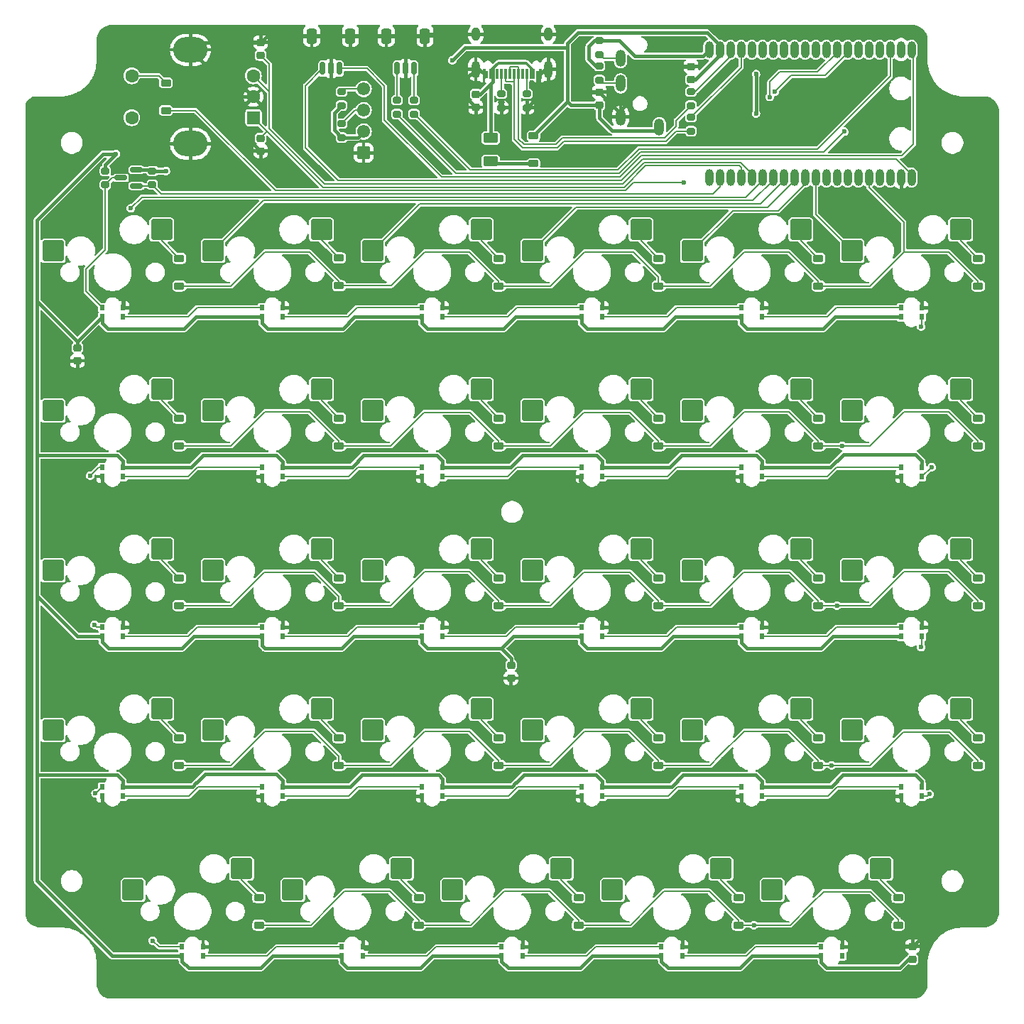
<source format=gbr>
%TF.GenerationSoftware,KiCad,Pcbnew,8.0.4*%
%TF.CreationDate,2024-09-16T13:50:06+09:00*%
%TF.ProjectId,yuiop29re,7975696f-7032-4397-9265-2e6b69636164,1*%
%TF.SameCoordinates,Original*%
%TF.FileFunction,Copper,L2,Bot*%
%TF.FilePolarity,Positive*%
%FSLAX46Y46*%
G04 Gerber Fmt 4.6, Leading zero omitted, Abs format (unit mm)*
G04 Created by KiCad (PCBNEW 8.0.4) date 2024-09-16 13:50:06*
%MOMM*%
%LPD*%
G01*
G04 APERTURE LIST*
G04 Aperture macros list*
%AMRoundRect*
0 Rectangle with rounded corners*
0 $1 Rounding radius*
0 $2 $3 $4 $5 $6 $7 $8 $9 X,Y pos of 4 corners*
0 Add a 4 corners polygon primitive as box body*
4,1,4,$2,$3,$4,$5,$6,$7,$8,$9,$2,$3,0*
0 Add four circle primitives for the rounded corners*
1,1,$1+$1,$2,$3*
1,1,$1+$1,$4,$5*
1,1,$1+$1,$6,$7*
1,1,$1+$1,$8,$9*
0 Add four rect primitives between the rounded corners*
20,1,$1+$1,$2,$3,$4,$5,0*
20,1,$1+$1,$4,$5,$6,$7,0*
20,1,$1+$1,$6,$7,$8,$9,0*
20,1,$1+$1,$8,$9,$2,$3,0*%
G04 Aperture macros list end*
%TA.AperFunction,SMDPad,CuDef*%
%ADD10R,0.600000X0.700000*%
%TD*%
%TA.AperFunction,SMDPad,CuDef*%
%ADD11RoundRect,0.225000X0.375000X-0.225000X0.375000X0.225000X-0.375000X0.225000X-0.375000X-0.225000X0*%
%TD*%
%TA.AperFunction,ComponentPad*%
%ADD12C,1.000000*%
%TD*%
%TA.AperFunction,SMDPad,CuDef*%
%ADD13RoundRect,0.250000X-1.025000X-1.000000X1.025000X-1.000000X1.025000X1.000000X-1.025000X1.000000X0*%
%TD*%
%TA.AperFunction,ComponentPad*%
%ADD14O,1.000000X2.000000*%
%TD*%
%TA.AperFunction,ComponentPad*%
%ADD15RoundRect,0.250000X0.550000X0.550000X-0.550000X0.550000X-0.550000X-0.550000X0.550000X-0.550000X0*%
%TD*%
%TA.AperFunction,ComponentPad*%
%ADD16C,1.600000*%
%TD*%
%TA.AperFunction,ComponentPad*%
%ADD17O,4.100000X3.000000*%
%TD*%
%TA.AperFunction,ComponentPad*%
%ADD18RoundRect,0.250000X-0.525000X0.525000X-0.525000X-0.525000X0.525000X-0.525000X0.525000X0.525000X0*%
%TD*%
%TA.AperFunction,ComponentPad*%
%ADD19C,1.550000*%
%TD*%
%TA.AperFunction,ComponentPad*%
%ADD20O,1.200000X2.000000*%
%TD*%
%TA.AperFunction,SMDPad,CuDef*%
%ADD21RoundRect,0.225000X-0.375000X0.225000X-0.375000X-0.225000X0.375000X-0.225000X0.375000X0.225000X0*%
%TD*%
%TA.AperFunction,SMDPad,CuDef*%
%ADD22RoundRect,0.200000X-0.275000X0.200000X-0.275000X-0.200000X0.275000X-0.200000X0.275000X0.200000X0*%
%TD*%
%TA.AperFunction,SMDPad,CuDef*%
%ADD23RoundRect,0.150000X-0.150000X-0.625000X0.150000X-0.625000X0.150000X0.625000X-0.150000X0.625000X0*%
%TD*%
%TA.AperFunction,SMDPad,CuDef*%
%ADD24RoundRect,0.250000X-0.350000X-0.650000X0.350000X-0.650000X0.350000X0.650000X-0.350000X0.650000X0*%
%TD*%
%TA.AperFunction,SMDPad,CuDef*%
%ADD25RoundRect,0.225000X-0.250000X0.225000X-0.250000X-0.225000X0.250000X-0.225000X0.250000X0.225000X0*%
%TD*%
%TA.AperFunction,SMDPad,CuDef*%
%ADD26RoundRect,0.150000X0.587500X0.150000X-0.587500X0.150000X-0.587500X-0.150000X0.587500X-0.150000X0*%
%TD*%
%TA.AperFunction,SMDPad,CuDef*%
%ADD27RoundRect,0.225000X0.250000X-0.225000X0.250000X0.225000X-0.250000X0.225000X-0.250000X-0.225000X0*%
%TD*%
%TA.AperFunction,SMDPad,CuDef*%
%ADD28RoundRect,0.200000X0.275000X-0.200000X0.275000X0.200000X-0.275000X0.200000X-0.275000X-0.200000X0*%
%TD*%
%TA.AperFunction,SMDPad,CuDef*%
%ADD29RoundRect,0.250000X-0.625000X0.375000X-0.625000X-0.375000X0.625000X-0.375000X0.625000X0.375000X0*%
%TD*%
%TA.AperFunction,SMDPad,CuDef*%
%ADD30R,0.300000X1.150000*%
%TD*%
%TA.AperFunction,SMDPad,CuDef*%
%ADD31R,0.300000X0.950000*%
%TD*%
%TA.AperFunction,ComponentPad*%
%ADD32O,1.000000X1.600000*%
%TD*%
%TA.AperFunction,ComponentPad*%
%ADD33O,1.000000X2.100000*%
%TD*%
%TA.AperFunction,ViaPad*%
%ADD34C,0.600000*%
%TD*%
%TA.AperFunction,ViaPad*%
%ADD35C,0.800000*%
%TD*%
%TA.AperFunction,Conductor*%
%ADD36C,0.400000*%
%TD*%
%TA.AperFunction,Conductor*%
%ADD37C,0.300000*%
%TD*%
%TA.AperFunction,Conductor*%
%ADD38C,0.200000*%
%TD*%
G04 APERTURE END LIST*
D10*
%TO.P,LED21,1,DOUT*%
%TO.N,Net-(LED21-DOUT)*%
X158275000Y-132787500D03*
%TO.P,LED21,2,VSS*%
%TO.N,GND*%
X158275000Y-133887500D03*
%TO.P,LED21,3,DIN*%
%TO.N,Net-(LED20-DOUT)*%
X160775000Y-133887500D03*
%TO.P,LED21,4,VDD*%
%TO.N,/5V0*%
X160775000Y-132787500D03*
%TD*%
D11*
%TO.P,D13,1,K*%
%TO.N,/ROW3*%
X110312500Y-111175000D03*
%TO.P,D13,2,A*%
%TO.N,Net-(D13-A)*%
X110312500Y-107875000D03*
%TD*%
D12*
%TO.P,KSW12,1,1*%
%TO.N,/COL6*%
X190540000Y-87935000D03*
D13*
X190540000Y-87935000D03*
D12*
%TO.P,KSW12,2,2*%
%TO.N,Net-(D12-A)*%
X203467000Y-85395000D03*
D13*
X203467000Y-85395000D03*
%TD*%
D11*
%TO.P,D8,1,K*%
%TO.N,/ROW2*%
X129362500Y-92125000D03*
%TO.P,D8,2,A*%
%TO.N,Net-(D8-A)*%
X129362500Y-88825000D03*
%TD*%
%TO.P,D26,1,K*%
%TO.N,/ROW5*%
X138887500Y-149275000D03*
%TO.P,D26,2,A*%
%TO.N,Net-(D26-A)*%
X138887500Y-145975000D03*
%TD*%
D10*
%TO.P,LED7,1,DOUT*%
%TO.N,Net-(LED7-DOUT)*%
X196375000Y-94687500D03*
%TO.P,LED7,2,VSS*%
%TO.N,GND*%
X196375000Y-95787500D03*
%TO.P,LED7,3,DIN*%
%TO.N,Net-(LED6-DOUT)*%
X198875000Y-95787500D03*
%TO.P,LED7,4,VDD*%
%TO.N,/5V0*%
X198875000Y-94687500D03*
%TD*%
%TO.P,LED16,1,DOUT*%
%TO.N,Net-(LED16-DOUT)*%
X160775000Y-114837500D03*
%TO.P,LED16,2,VSS*%
%TO.N,GND*%
X160775000Y-113737500D03*
%TO.P,LED16,3,DIN*%
%TO.N,Net-(LED15-DOUT)*%
X158275000Y-113737500D03*
%TO.P,LED16,4,VDD*%
%TO.N,/5V0*%
X158275000Y-114837500D03*
%TD*%
%TO.P,LED20,1,DOUT*%
%TO.N,Net-(LED20-DOUT)*%
X177325000Y-132787500D03*
%TO.P,LED20,2,VSS*%
%TO.N,GND*%
X177325000Y-133887500D03*
%TO.P,LED20,3,DIN*%
%TO.N,Net-(LED19-DOUT)*%
X179825000Y-133887500D03*
%TO.P,LED20,4,VDD*%
%TO.N,/5V0*%
X179825000Y-132787500D03*
%TD*%
%TO.P,LED27,1,DOUT*%
%TO.N,Net-(LED27-DOUT)*%
X151250000Y-152937500D03*
%TO.P,LED27,2,VSS*%
%TO.N,GND*%
X151250000Y-151837500D03*
%TO.P,LED27,3,DIN*%
%TO.N,Net-(LED26-DOUT)*%
X148750000Y-151837500D03*
%TO.P,LED27,4,VDD*%
%TO.N,/5V0*%
X148750000Y-152937500D03*
%TD*%
%TO.P,LED1,1,DOUT*%
%TO.N,Net-(LED1-DOUT)*%
X103625000Y-76737500D03*
%TO.P,LED1,2,VSS*%
%TO.N,GND*%
X103625000Y-75637500D03*
%TO.P,LED1,3,DIN*%
%TO.N,/LED_D_5V0*%
X101125000Y-75637500D03*
%TO.P,LED1,4,VDD*%
%TO.N,/5V0*%
X101125000Y-76737500D03*
%TD*%
D11*
%TO.P,D21,1,K*%
%TO.N,/ROW4*%
X148412500Y-130225000D03*
%TO.P,D21,2,A*%
%TO.N,Net-(D21-A)*%
X148412500Y-126925000D03*
%TD*%
D14*
%TO.P,U1,1,+3V3*%
%TO.N,/3V3*%
X173495000Y-60122000D03*
%TO.P,U1,2,GP0*%
%TO.N,/LED_D_3V3*%
X174765000Y-60122000D03*
%TO.P,U1,3,GP1*%
%TO.N,unconnected-(U1-GP1-Pad3)*%
X176035000Y-60122000D03*
%TO.P,U1,4,GP2*%
%TO.N,/RE1_A*%
X177305000Y-60122000D03*
%TO.P,U1,5,GP3*%
%TO.N,/RE1_B*%
X178575000Y-60122000D03*
%TO.P,U1,6,GP4*%
%TO.N,/COL1*%
X179845000Y-60122000D03*
%TO.P,U1,7,GP5*%
%TO.N,/COL2*%
X181115000Y-60122000D03*
%TO.P,U1,8,GP6*%
%TO.N,/COL3*%
X182385000Y-60122000D03*
%TO.P,U1,9,GP7*%
%TO.N,/COL4*%
X183655000Y-60122000D03*
%TO.P,U1,10,GP8*%
%TO.N,/COL5*%
X184925000Y-60122000D03*
%TO.P,U1,11,GP9*%
%TO.N,/COL6*%
X186195000Y-60122000D03*
%TO.P,U1,12,GP10*%
%TO.N,/ROW5*%
X187465000Y-60122000D03*
%TO.P,U1,13,GP11*%
%TO.N,/ROW4*%
X188735000Y-60122000D03*
%TO.P,U1,14,GP12*%
%TO.N,/ROW3*%
X190005000Y-60122000D03*
%TO.P,U1,15,GP13*%
%TO.N,/ROW2*%
X191275000Y-60122000D03*
%TO.P,U1,16,GP14*%
%TO.N,/ROW1*%
X192545000Y-60122000D03*
%TO.P,U1,17,GP15*%
%TO.N,unconnected-(U1-GP15-Pad17)*%
X193815000Y-60122000D03*
%TO.P,U1,18,RESET*%
%TO.N,unconnected-(U1-RESET-Pad18)*%
X195085000Y-60122000D03*
%TO.P,U1,19,GND*%
%TO.N,GND*%
X196355000Y-60122000D03*
%TO.P,U1,20,SWCLK*%
%TO.N,/SWDCLK*%
X197625000Y-60122000D03*
%TO.P,U1,21,SWDIO*%
%TO.N,/SWDIO*%
X197625000Y-44882000D03*
%TO.P,U1,22,GND*%
%TO.N,GND*%
X196355000Y-44882000D03*
%TO.P,U1,23,GP16*%
%TO.N,/UART0_TX*%
X195085000Y-44882000D03*
%TO.P,U1,24,GP17*%
%TO.N,/UART0_RX*%
X193815000Y-44882000D03*
%TO.P,U1,25,GP18*%
%TO.N,/I2C1_SDA*%
X192545000Y-44882000D03*
%TO.P,U1,26,GP19*%
%TO.N,/I2C1_SCLK*%
X191275000Y-44882000D03*
%TO.P,U1,27,GP20*%
%TO.N,/I2C0_SDA*%
X190005000Y-44882000D03*
%TO.P,U1,28,GP21*%
%TO.N,/I2C0_SCLK*%
X188735000Y-44882000D03*
%TO.P,U1,29,GP22*%
%TO.N,unconnected-(U1-GP22-Pad29)*%
X187465000Y-44882000D03*
%TO.P,U1,30,GP23*%
%TO.N,unconnected-(U1-GP23-Pad30)*%
X186195000Y-44882000D03*
%TO.P,U1,31,GP24*%
%TO.N,unconnected-(U1-GP24-Pad31)*%
X184925000Y-44882000D03*
%TO.P,U1,32,GP25*%
%TO.N,unconnected-(U1-GP25-Pad32)*%
X183655000Y-44882000D03*
%TO.P,U1,33,GP26*%
%TO.N,unconnected-(U1-GP26-Pad33)*%
X182385000Y-44882000D03*
%TO.P,U1,34,GP27*%
%TO.N,unconnected-(U1-GP27-Pad34)*%
X181115000Y-44882000D03*
%TO.P,U1,35,GP28*%
%TO.N,unconnected-(U1-GP28-Pad35)*%
X179845000Y-44882000D03*
%TO.P,U1,36,GP29*%
%TO.N,unconnected-(U1-GP29-Pad36)*%
X178575000Y-44882000D03*
%TO.P,U1,37,USB_DM*%
%TO.N,Net-(U1-USB_DM)*%
X177305000Y-44882000D03*
%TO.P,U1,38,USB_DP*%
%TO.N,Net-(U1-USB_DP)*%
X176035000Y-44882000D03*
%TO.P,U1,39,VBUS*%
%TO.N,/5V0*%
X174765000Y-44882000D03*
%TO.P,U1,40,+3V3*%
%TO.N,/3V3*%
X173495000Y-44882000D03*
%TD*%
D11*
%TO.P,D11,1,K*%
%TO.N,/ROW2*%
X186512500Y-92125000D03*
%TO.P,D11,2,A*%
%TO.N,Net-(D11-A)*%
X186512500Y-88825000D03*
%TD*%
D10*
%TO.P,LED29,1,DOUT*%
%TO.N,unconnected-(LED29-DOUT-Pad1)*%
X189350000Y-152937500D03*
%TO.P,LED29,2,VSS*%
%TO.N,GND*%
X189350000Y-151837500D03*
%TO.P,LED29,3,DIN*%
%TO.N,Net-(LED28-DOUT)*%
X186850000Y-151837500D03*
%TO.P,LED29,4,VDD*%
%TO.N,/5V0*%
X186850000Y-152937500D03*
%TD*%
%TO.P,LED3,1,DOUT*%
%TO.N,Net-(LED3-DOUT)*%
X141725000Y-76737500D03*
%TO.P,LED3,2,VSS*%
%TO.N,GND*%
X141725000Y-75637500D03*
%TO.P,LED3,3,DIN*%
%TO.N,Net-(LED2-DOUT)*%
X139225000Y-75637500D03*
%TO.P,LED3,4,VDD*%
%TO.N,/5V0*%
X139225000Y-76737500D03*
%TD*%
D12*
%TO.P,KSW21,1,1*%
%TO.N,/COL3*%
X133390000Y-126035000D03*
D13*
X133390000Y-126035000D03*
D12*
%TO.P,KSW21,2,2*%
%TO.N,Net-(D21-A)*%
X146317000Y-123495000D03*
D13*
X146317000Y-123495000D03*
%TD*%
D11*
%TO.P,D9,1,K*%
%TO.N,/ROW2*%
X148412500Y-92125000D03*
%TO.P,D9,2,A*%
%TO.N,Net-(D9-A)*%
X148412500Y-88825000D03*
%TD*%
%TO.P,D22,1,K*%
%TO.N,/ROW4*%
X167462500Y-130225000D03*
%TO.P,D22,2,A*%
%TO.N,Net-(D22-A)*%
X167462500Y-126925000D03*
%TD*%
D10*
%TO.P,LED15,1,DOUT*%
%TO.N,Net-(LED15-DOUT)*%
X141725000Y-114837500D03*
%TO.P,LED15,2,VSS*%
%TO.N,GND*%
X141725000Y-113737500D03*
%TO.P,LED15,3,DIN*%
%TO.N,Net-(LED14-DOUT)*%
X139225000Y-113737500D03*
%TO.P,LED15,4,VDD*%
%TO.N,/5V0*%
X139225000Y-114837500D03*
%TD*%
D11*
%TO.P,D5,1,K*%
%TO.N,/ROW1*%
X186512500Y-73075000D03*
%TO.P,D5,2,A*%
%TO.N,Net-(D5-A)*%
X186512500Y-69775000D03*
%TD*%
D10*
%TO.P,LED6,1,DOUT*%
%TO.N,Net-(LED6-DOUT)*%
X198875000Y-76737500D03*
%TO.P,LED6,2,VSS*%
%TO.N,GND*%
X198875000Y-75637500D03*
%TO.P,LED6,3,DIN*%
%TO.N,Net-(LED5-DOUT)*%
X196375000Y-75637500D03*
%TO.P,LED6,4,VDD*%
%TO.N,/5V0*%
X196375000Y-76737500D03*
%TD*%
D12*
%TO.P,KSW16,1,1*%
%TO.N,/COL4*%
X152440000Y-106985000D03*
D13*
X152440000Y-106985000D03*
D12*
%TO.P,KSW16,2,2*%
%TO.N,Net-(D16-A)*%
X165367000Y-104445000D03*
D13*
X165367000Y-104445000D03*
%TD*%
D12*
%TO.P,KSW11,1,1*%
%TO.N,/COL5*%
X171490000Y-87935000D03*
D13*
X171490000Y-87935000D03*
D12*
%TO.P,KSW11,2,2*%
%TO.N,Net-(D11-A)*%
X184417000Y-85395000D03*
D13*
X184417000Y-85395000D03*
%TD*%
D11*
%TO.P,D6,1,K*%
%TO.N,/ROW1*%
X205562500Y-73075000D03*
%TO.P,D6,2,A*%
%TO.N,Net-(D6-A)*%
X205562500Y-69775000D03*
%TD*%
D12*
%TO.P,KSW15,1,1*%
%TO.N,/COL3*%
X133390000Y-106985000D03*
D13*
X133390000Y-106985000D03*
D12*
%TO.P,KSW15,2,2*%
%TO.N,Net-(D15-A)*%
X146317000Y-104445000D03*
D13*
X146317000Y-104445000D03*
%TD*%
D11*
%TO.P,D14,1,K*%
%TO.N,/ROW3*%
X129362500Y-111175000D03*
%TO.P,D14,2,A*%
%TO.N,Net-(D14-A)*%
X129362500Y-107875000D03*
%TD*%
%TO.P,D7,1,K*%
%TO.N,/ROW2*%
X110312500Y-92125000D03*
%TO.P,D7,2,A*%
%TO.N,Net-(D7-A)*%
X110312500Y-88825000D03*
%TD*%
%TO.P,D27,1,K*%
%TO.N,/ROW5*%
X157937500Y-149275000D03*
%TO.P,D27,2,A*%
%TO.N,Net-(D27-A)*%
X157937500Y-145975000D03*
%TD*%
%TO.P,D10,1,K*%
%TO.N,/ROW2*%
X167462500Y-92125000D03*
%TO.P,D10,2,A*%
%TO.N,Net-(D10-A)*%
X167462500Y-88825000D03*
%TD*%
D12*
%TO.P,KSW9,1,1*%
%TO.N,/COL3*%
X133390000Y-87935000D03*
D13*
X133390000Y-87935000D03*
D12*
%TO.P,KSW9,2,2*%
%TO.N,Net-(D9-A)*%
X146317000Y-85395000D03*
D13*
X146317000Y-85395000D03*
%TD*%
D10*
%TO.P,LED13,1,DOUT*%
%TO.N,Net-(LED13-DOUT)*%
X103625000Y-114837500D03*
%TO.P,LED13,2,VSS*%
%TO.N,GND*%
X103625000Y-113737500D03*
%TO.P,LED13,3,DIN*%
%TO.N,Net-(LED12-DOUT)*%
X101125000Y-113737500D03*
%TO.P,LED13,4,VDD*%
%TO.N,/5V0*%
X101125000Y-114837500D03*
%TD*%
D12*
%TO.P,KSW18,1,1*%
%TO.N,/COL6*%
X190540000Y-106985000D03*
D13*
X190540000Y-106985000D03*
D12*
%TO.P,KSW18,2,2*%
%TO.N,Net-(D18-A)*%
X203467000Y-104445000D03*
D13*
X203467000Y-104445000D03*
%TD*%
D10*
%TO.P,LED26,1,DOUT*%
%TO.N,Net-(LED26-DOUT)*%
X132200000Y-152937500D03*
%TO.P,LED26,2,VSS*%
%TO.N,GND*%
X132200000Y-151837500D03*
%TO.P,LED26,3,DIN*%
%TO.N,Net-(LED25-DOUT)*%
X129700000Y-151837500D03*
%TO.P,LED26,4,VDD*%
%TO.N,/5V0*%
X129700000Y-152937500D03*
%TD*%
D12*
%TO.P,KSW1,1,1*%
%TO.N,/COL1*%
X95290000Y-68885000D03*
D13*
X95290000Y-68885000D03*
D12*
%TO.P,KSW1,2,2*%
%TO.N,Net-(D1-A)*%
X108217000Y-66345000D03*
D13*
X108217000Y-66345000D03*
%TD*%
D10*
%TO.P,LED11,1,DOUT*%
%TO.N,Net-(LED11-DOUT)*%
X120175000Y-94687500D03*
%TO.P,LED11,2,VSS*%
%TO.N,GND*%
X120175000Y-95787500D03*
%TO.P,LED11,3,DIN*%
%TO.N,Net-(LED10-DOUT)*%
X122675000Y-95787500D03*
%TO.P,LED11,4,VDD*%
%TO.N,/5V0*%
X122675000Y-94687500D03*
%TD*%
D11*
%TO.P,D3,1,K*%
%TO.N,/ROW1*%
X148412500Y-73075000D03*
%TO.P,D3,2,A*%
%TO.N,Net-(D3-A)*%
X148412500Y-69775000D03*
%TD*%
%TO.P,D18,1,K*%
%TO.N,/ROW3*%
X205562500Y-111175000D03*
%TO.P,D18,2,A*%
%TO.N,Net-(D18-A)*%
X205562500Y-107875000D03*
%TD*%
D12*
%TO.P,KSW27,1,1*%
%TO.N,/COL4*%
X142915000Y-145085000D03*
D13*
X142915000Y-145085000D03*
D12*
%TO.P,KSW27,2,2*%
%TO.N,Net-(D27-A)*%
X155842000Y-142545000D03*
D13*
X155842000Y-142545000D03*
%TD*%
D11*
%TO.P,D28,1,K*%
%TO.N,/ROW5*%
X176987500Y-149275000D03*
%TO.P,D28,2,A*%
%TO.N,Net-(D28-A)*%
X176987500Y-145975000D03*
%TD*%
%TO.P,D25,1,K*%
%TO.N,/ROW5*%
X119837500Y-149275000D03*
%TO.P,D25,2,A*%
%TO.N,Net-(D25-A)*%
X119837500Y-145975000D03*
%TD*%
D10*
%TO.P,LED23,1,DOUT*%
%TO.N,Net-(LED23-DOUT)*%
X120175000Y-132787500D03*
%TO.P,LED23,2,VSS*%
%TO.N,GND*%
X120175000Y-133887500D03*
%TO.P,LED23,3,DIN*%
%TO.N,Net-(LED22-DOUT)*%
X122675000Y-133887500D03*
%TO.P,LED23,4,VDD*%
%TO.N,/5V0*%
X122675000Y-132787500D03*
%TD*%
%TO.P,LED14,1,DOUT*%
%TO.N,Net-(LED14-DOUT)*%
X122675000Y-114837500D03*
%TO.P,LED14,2,VSS*%
%TO.N,GND*%
X122675000Y-113737500D03*
%TO.P,LED14,3,DIN*%
%TO.N,Net-(LED13-DOUT)*%
X120175000Y-113737500D03*
%TO.P,LED14,4,VDD*%
%TO.N,/5V0*%
X120175000Y-114837500D03*
%TD*%
%TO.P,LED28,1,DOUT*%
%TO.N,Net-(LED28-DOUT)*%
X170300000Y-152937500D03*
%TO.P,LED28,2,VSS*%
%TO.N,GND*%
X170300000Y-151837500D03*
%TO.P,LED28,3,DIN*%
%TO.N,Net-(LED27-DOUT)*%
X167800000Y-151837500D03*
%TO.P,LED28,4,VDD*%
%TO.N,/5V0*%
X167800000Y-152937500D03*
%TD*%
D11*
%TO.P,D29,1,K*%
%TO.N,/ROW5*%
X196037500Y-149275000D03*
%TO.P,D29,2,A*%
%TO.N,Net-(D29-A)*%
X196037500Y-145975000D03*
%TD*%
D12*
%TO.P,KSW24,1,1*%
%TO.N,/COL6*%
X190540000Y-126035000D03*
D13*
X190540000Y-126035000D03*
D12*
%TO.P,KSW24,2,2*%
%TO.N,Net-(D24-A)*%
X203467000Y-123495000D03*
D13*
X203467000Y-123495000D03*
%TD*%
D10*
%TO.P,LED10,1,DOUT*%
%TO.N,Net-(LED10-DOUT)*%
X139225000Y-94687500D03*
%TO.P,LED10,2,VSS*%
%TO.N,GND*%
X139225000Y-95787500D03*
%TO.P,LED10,3,DIN*%
%TO.N,Net-(LED10-DIN)*%
X141725000Y-95787500D03*
%TO.P,LED10,4,VDD*%
%TO.N,/5V0*%
X141725000Y-94687500D03*
%TD*%
D11*
%TO.P,D16,1,K*%
%TO.N,/ROW3*%
X167462500Y-111175000D03*
%TO.P,D16,2,A*%
%TO.N,Net-(D16-A)*%
X167462500Y-107875000D03*
%TD*%
%TO.P,D15,1,K*%
%TO.N,/ROW3*%
X148412500Y-111175000D03*
%TO.P,D15,2,A*%
%TO.N,Net-(D15-A)*%
X148412500Y-107875000D03*
%TD*%
%TO.P,D12,1,K*%
%TO.N,/ROW2*%
X205562500Y-92125000D03*
%TO.P,D12,2,A*%
%TO.N,Net-(D12-A)*%
X205562500Y-88825000D03*
%TD*%
D12*
%TO.P,KSW28,1,1*%
%TO.N,/COL5*%
X161965000Y-145085000D03*
D13*
X161965000Y-145085000D03*
D12*
%TO.P,KSW28,2,2*%
%TO.N,Net-(D28-A)*%
X174892000Y-142545000D03*
D13*
X174892000Y-142545000D03*
%TD*%
D11*
%TO.P,D24,1,K*%
%TO.N,/ROW4*%
X205562500Y-130225000D03*
%TO.P,D24,2,A*%
%TO.N,Net-(D24-A)*%
X205562500Y-126925000D03*
%TD*%
D12*
%TO.P,KSW25,1,1*%
%TO.N,/COL2*%
X104815000Y-145085000D03*
D13*
X104815000Y-145085000D03*
D12*
%TO.P,KSW25,2,2*%
%TO.N,Net-(D25-A)*%
X117742000Y-142545000D03*
D13*
X117742000Y-142545000D03*
%TD*%
D15*
%TO.P,RE1,A,A*%
%TO.N,/RE1_A*%
X119150000Y-53000000D03*
D16*
%TO.P,RE1,B,B*%
%TO.N,/RE1_B*%
X119150000Y-48000000D03*
%TO.P,RE1,C,C*%
%TO.N,GND*%
X119150000Y-50500000D03*
%TO.P,RE1,S1,S1*%
%TO.N,/COL1*%
X104650000Y-53000000D03*
%TO.P,RE1,S2,S2*%
%TO.N,Net-(D30-A)*%
X104650000Y-48000000D03*
D17*
%TO.P,RE1,SH,SH*%
%TO.N,GND*%
X111650000Y-56100000D03*
X111650000Y-44900000D03*
%TD*%
D12*
%TO.P,KSW10,1,1*%
%TO.N,/COL4*%
X152440000Y-87935000D03*
D13*
X152440000Y-87935000D03*
D12*
%TO.P,KSW10,2,2*%
%TO.N,Net-(D10-A)*%
X165367000Y-85395000D03*
D13*
X165367000Y-85395000D03*
%TD*%
D12*
%TO.P,KSW19,1,1*%
%TO.N,/COL1*%
X95290000Y-126035000D03*
D13*
X95290000Y-126035000D03*
D12*
%TO.P,KSW19,2,2*%
%TO.N,Net-(D19-A)*%
X108217000Y-123495000D03*
D13*
X108217000Y-123495000D03*
%TD*%
D10*
%TO.P,LED2,1,DOUT*%
%TO.N,Net-(LED2-DOUT)*%
X122675000Y-76737500D03*
%TO.P,LED2,2,VSS*%
%TO.N,GND*%
X122675000Y-75637500D03*
%TO.P,LED2,3,DIN*%
%TO.N,Net-(LED1-DOUT)*%
X120175000Y-75637500D03*
%TO.P,LED2,4,VDD*%
%TO.N,/5V0*%
X120175000Y-76737500D03*
%TD*%
%TO.P,LED17,1,DOUT*%
%TO.N,Net-(LED17-DOUT)*%
X179825000Y-114837500D03*
%TO.P,LED17,2,VSS*%
%TO.N,GND*%
X179825000Y-113737500D03*
%TO.P,LED17,3,DIN*%
%TO.N,Net-(LED16-DOUT)*%
X177325000Y-113737500D03*
%TO.P,LED17,4,VDD*%
%TO.N,/5V0*%
X177325000Y-114837500D03*
%TD*%
%TO.P,LED25,1,DOUT*%
%TO.N,Net-(LED25-DOUT)*%
X113150000Y-152937500D03*
%TO.P,LED25,2,VSS*%
%TO.N,GND*%
X113150000Y-151837500D03*
%TO.P,LED25,3,DIN*%
%TO.N,Net-(LED24-DOUT)*%
X110650000Y-151837500D03*
%TO.P,LED25,4,VDD*%
%TO.N,/5V0*%
X110650000Y-152937500D03*
%TD*%
D12*
%TO.P,KSW4,1,1*%
%TO.N,/COL4*%
X152440000Y-68885000D03*
D13*
X152440000Y-68885000D03*
D12*
%TO.P,KSW4,2,2*%
%TO.N,Net-(D4-A)*%
X165367000Y-66345000D03*
D13*
X165367000Y-66345000D03*
%TD*%
D12*
%TO.P,KSW22,1,1*%
%TO.N,/COL4*%
X152440000Y-126035000D03*
D13*
X152440000Y-126035000D03*
D12*
%TO.P,KSW22,2,2*%
%TO.N,Net-(D22-A)*%
X165367000Y-123495000D03*
D13*
X165367000Y-123495000D03*
%TD*%
D12*
%TO.P,KSW14,1,1*%
%TO.N,/COL2*%
X114340000Y-106985000D03*
D13*
X114340000Y-106985000D03*
D12*
%TO.P,KSW14,2,2*%
%TO.N,Net-(D14-A)*%
X127267000Y-104445000D03*
D13*
X127267000Y-104445000D03*
%TD*%
D12*
%TO.P,KSW20,1,1*%
%TO.N,/COL2*%
X114340000Y-126035000D03*
D13*
X114340000Y-126035000D03*
D12*
%TO.P,KSW20,2,2*%
%TO.N,Net-(D20-A)*%
X127267000Y-123495000D03*
D13*
X127267000Y-123495000D03*
%TD*%
D10*
%TO.P,LED19,1,DOUT*%
%TO.N,Net-(LED19-DOUT)*%
X196375000Y-132787500D03*
%TO.P,LED19,2,VSS*%
%TO.N,GND*%
X196375000Y-133887500D03*
%TO.P,LED19,3,DIN*%
%TO.N,Net-(LED18-DOUT)*%
X198875000Y-133887500D03*
%TO.P,LED19,4,VDD*%
%TO.N,/5V0*%
X198875000Y-132787500D03*
%TD*%
D18*
%TO.P,J2,GND,Pin_1*%
%TO.N,GND*%
X132300000Y-57185000D03*
D19*
%TO.P,J2,SCL,Pin_3*%
%TO.N,/I2C0_SCLK*%
X132300000Y-52105000D03*
%TO.P,J2,SDA,Pin_4*%
%TO.N,/I2C0_SDA*%
X132300000Y-49565000D03*
%TO.P,J2,VCC,Pin_2*%
%TO.N,/3V3*%
X132300000Y-54645000D03*
%TD*%
D10*
%TO.P,LED18,1,DOUT*%
%TO.N,Net-(LED18-DOUT)*%
X198875000Y-114837500D03*
%TO.P,LED18,2,VSS*%
%TO.N,GND*%
X198875000Y-113737500D03*
%TO.P,LED18,3,DIN*%
%TO.N,Net-(LED17-DOUT)*%
X196375000Y-113737500D03*
%TO.P,LED18,4,VDD*%
%TO.N,/5V0*%
X196375000Y-114837500D03*
%TD*%
D11*
%TO.P,D17,1,K*%
%TO.N,/ROW3*%
X186512500Y-111175000D03*
%TO.P,D17,2,A*%
%TO.N,Net-(D17-A)*%
X186512500Y-107875000D03*
%TD*%
D12*
%TO.P,KSW13,1,1*%
%TO.N,/COL1*%
X95290000Y-106985000D03*
D13*
X95290000Y-106985000D03*
D12*
%TO.P,KSW13,2,2*%
%TO.N,Net-(D13-A)*%
X108217000Y-104445000D03*
D13*
X108217000Y-104445000D03*
%TD*%
D11*
%TO.P,D4,1,K*%
%TO.N,/ROW1*%
X167462500Y-73075000D03*
%TO.P,D4,2,A*%
%TO.N,Net-(D4-A)*%
X167462500Y-69775000D03*
%TD*%
D12*
%TO.P,KSW23,1,1*%
%TO.N,/COL5*%
X171490000Y-126035000D03*
D13*
X171490000Y-126035000D03*
D12*
%TO.P,KSW23,2,2*%
%TO.N,Net-(D23-A)*%
X184417000Y-123495000D03*
D13*
X184417000Y-123495000D03*
%TD*%
D11*
%TO.P,D19,1,K*%
%TO.N,/ROW4*%
X110312500Y-130225000D03*
%TO.P,D19,2,A*%
%TO.N,Net-(D19-A)*%
X110312500Y-126925000D03*
%TD*%
%TO.P,D20,1,K*%
%TO.N,/ROW4*%
X129362500Y-130225000D03*
%TO.P,D20,2,A*%
%TO.N,Net-(D20-A)*%
X129362500Y-126925000D03*
%TD*%
D12*
%TO.P,KSW29,1,1*%
%TO.N,/COL6*%
X181015000Y-145085000D03*
D13*
X181015000Y-145085000D03*
D12*
%TO.P,KSW29,2,2*%
%TO.N,Net-(D29-A)*%
X193942000Y-142545000D03*
D13*
X193942000Y-142545000D03*
%TD*%
D12*
%TO.P,KSW6,1,1*%
%TO.N,/COL6*%
X190540000Y-68885000D03*
D13*
X190540000Y-68885000D03*
D12*
%TO.P,KSW6,2,2*%
%TO.N,Net-(D6-A)*%
X203467000Y-66345000D03*
D13*
X203467000Y-66345000D03*
%TD*%
D11*
%TO.P,D30,1,K*%
%TO.N,/ROW5*%
X108725000Y-52150000D03*
%TO.P,D30,2,A*%
%TO.N,Net-(D30-A)*%
X108725000Y-48850000D03*
%TD*%
D10*
%TO.P,LED8,1,DOUT*%
%TO.N,Net-(LED8-DOUT)*%
X177325000Y-94687500D03*
%TO.P,LED8,2,VSS*%
%TO.N,GND*%
X177325000Y-95787500D03*
%TO.P,LED8,3,DIN*%
%TO.N,Net-(LED7-DOUT)*%
X179825000Y-95787500D03*
%TO.P,LED8,4,VDD*%
%TO.N,/5V0*%
X179825000Y-94687500D03*
%TD*%
%TO.P,LED12,1,DOUT*%
%TO.N,Net-(LED12-DOUT)*%
X101125000Y-94687500D03*
%TO.P,LED12,2,VSS*%
%TO.N,GND*%
X101125000Y-95787500D03*
%TO.P,LED12,3,DIN*%
%TO.N,Net-(LED11-DOUT)*%
X103625000Y-95787500D03*
%TO.P,LED12,4,VDD*%
%TO.N,/5V0*%
X103625000Y-94687500D03*
%TD*%
D12*
%TO.P,KSW2,1,1*%
%TO.N,/COL2*%
X114340000Y-68885000D03*
D13*
X114340000Y-68885000D03*
D12*
%TO.P,KSW2,2,2*%
%TO.N,Net-(D2-A)*%
X127267000Y-66345000D03*
D13*
X127267000Y-66345000D03*
%TD*%
D12*
%TO.P,KSW3,1,1*%
%TO.N,/COL3*%
X133390000Y-68885000D03*
D13*
X133390000Y-68885000D03*
D12*
%TO.P,KSW3,2,2*%
%TO.N,Net-(D3-A)*%
X146317000Y-66345000D03*
D13*
X146317000Y-66345000D03*
%TD*%
D10*
%TO.P,LED4,1,DOUT*%
%TO.N,Net-(LED4-DOUT)*%
X160775000Y-76737500D03*
%TO.P,LED4,2,VSS*%
%TO.N,GND*%
X160775000Y-75637500D03*
%TO.P,LED4,3,DIN*%
%TO.N,Net-(LED3-DOUT)*%
X158275000Y-75637500D03*
%TO.P,LED4,4,VDD*%
%TO.N,/5V0*%
X158275000Y-76737500D03*
%TD*%
D12*
%TO.P,KSW17,1,1*%
%TO.N,/COL5*%
X171490000Y-106985000D03*
D13*
X171490000Y-106985000D03*
D12*
%TO.P,KSW17,2,2*%
%TO.N,Net-(D17-A)*%
X184417000Y-104445000D03*
D13*
X184417000Y-104445000D03*
%TD*%
D12*
%TO.P,KSW7,1,1*%
%TO.N,/COL1*%
X95290000Y-87935000D03*
D13*
X95290000Y-87935000D03*
D12*
%TO.P,KSW7,2,2*%
%TO.N,Net-(D7-A)*%
X108217000Y-85395000D03*
D13*
X108217000Y-85395000D03*
%TD*%
D10*
%TO.P,LED5,1,DOUT*%
%TO.N,Net-(LED5-DOUT)*%
X179825000Y-76737500D03*
%TO.P,LED5,2,VSS*%
%TO.N,GND*%
X179825000Y-75637500D03*
%TO.P,LED5,3,DIN*%
%TO.N,Net-(LED4-DOUT)*%
X177325000Y-75637500D03*
%TO.P,LED5,4,VDD*%
%TO.N,/5V0*%
X177325000Y-76737500D03*
%TD*%
%TO.P,LED9,1,DOUT*%
%TO.N,Net-(LED10-DIN)*%
X158275000Y-94687500D03*
%TO.P,LED9,2,VSS*%
%TO.N,GND*%
X158275000Y-95787500D03*
%TO.P,LED9,3,DIN*%
%TO.N,Net-(LED8-DOUT)*%
X160775000Y-95787500D03*
%TO.P,LED9,4,VDD*%
%TO.N,/5V0*%
X160775000Y-94687500D03*
%TD*%
D11*
%TO.P,D1,1,K*%
%TO.N,/ROW1*%
X110312500Y-73075000D03*
%TO.P,D1,2,A*%
%TO.N,Net-(D1-A)*%
X110312500Y-69775000D03*
%TD*%
D12*
%TO.P,KSW5,1,1*%
%TO.N,/COL5*%
X171490000Y-68885000D03*
D13*
X171490000Y-68885000D03*
D12*
%TO.P,KSW5,2,2*%
%TO.N,Net-(D5-A)*%
X184417000Y-66345000D03*
D13*
X184417000Y-66345000D03*
%TD*%
D11*
%TO.P,D23,1,K*%
%TO.N,/ROW4*%
X186512500Y-130225000D03*
%TO.P,D23,2,A*%
%TO.N,Net-(D23-A)*%
X186512500Y-126925000D03*
%TD*%
D12*
%TO.P,KSW26,1,1*%
%TO.N,/COL3*%
X123865000Y-145085000D03*
D13*
X123865000Y-145085000D03*
D12*
%TO.P,KSW26,2,2*%
%TO.N,Net-(D26-A)*%
X136792000Y-142545000D03*
D13*
X136792000Y-142545000D03*
%TD*%
D12*
%TO.P,KSW8,1,1*%
%TO.N,/COL2*%
X114340000Y-87935000D03*
D13*
X114340000Y-87935000D03*
D12*
%TO.P,KSW8,2,2*%
%TO.N,Net-(D8-A)*%
X127267000Y-85395000D03*
D13*
X127267000Y-85395000D03*
%TD*%
D10*
%TO.P,LED24,1,DOUT*%
%TO.N,Net-(LED24-DOUT)*%
X101125000Y-132787500D03*
%TO.P,LED24,2,VSS*%
%TO.N,GND*%
X101125000Y-133887500D03*
%TO.P,LED24,3,DIN*%
%TO.N,Net-(LED23-DOUT)*%
X103625000Y-133887500D03*
%TO.P,LED24,4,VDD*%
%TO.N,/5V0*%
X103625000Y-132787500D03*
%TD*%
%TO.P,LED22,1,DOUT*%
%TO.N,Net-(LED22-DOUT)*%
X139225000Y-132787500D03*
%TO.P,LED22,2,VSS*%
%TO.N,GND*%
X139225000Y-133887500D03*
%TO.P,LED22,3,DIN*%
%TO.N,Net-(LED21-DOUT)*%
X141725000Y-133887500D03*
%TO.P,LED22,4,VDD*%
%TO.N,/5V0*%
X141725000Y-132787500D03*
%TD*%
D11*
%TO.P,D2,1,K*%
%TO.N,/ROW1*%
X129362500Y-73012500D03*
%TO.P,D2,2,A*%
%TO.N,Net-(D2-A)*%
X129362500Y-69712500D03*
%TD*%
D20*
%TO.P,J3,R1*%
%TO.N,/I2C1_SDA*%
X162940000Y-48916000D03*
%TO.P,J3,R2*%
%TO.N,/I2C1_SCLK*%
X162940000Y-45916000D03*
%TO.P,J3,S*%
%TO.N,/5V0*%
X167540000Y-54116000D03*
%TO.P,J3,T*%
%TO.N,GND*%
X162940000Y-52916000D03*
%TD*%
D21*
%TO.P,DS1,1,K*%
%TO.N,/5V0*%
X152540000Y-55170000D03*
%TO.P,DS1,2,A*%
%TO.N,Net-(DS1-A)*%
X152540000Y-58470000D03*
%TD*%
D22*
%TO.P,R11,1*%
%TO.N,Net-(J4-Pin_1)*%
X136284000Y-50915000D03*
%TO.P,R11,2*%
%TO.N,/UART0_RX*%
X136284000Y-52565000D03*
%TD*%
D23*
%TO.P,J5,1,Pin_1*%
%TO.N,/SWDCLK*%
X127410000Y-47136000D03*
%TO.P,J5,2,Pin_2*%
%TO.N,GND*%
X128410000Y-47136000D03*
%TO.P,J5,3,Pin_3*%
%TO.N,/SWDIO*%
X129410000Y-47136000D03*
D24*
%TO.P,J5,MP,MountPin*%
%TO.N,GND*%
X126110000Y-43261000D03*
X130710000Y-43261000D03*
%TD*%
D22*
%TO.P,R5,1*%
%TO.N,/3V3*%
X107100000Y-59350000D03*
%TO.P,R5,2*%
%TO.N,/LED_D_3V3*%
X107100000Y-61000000D03*
%TD*%
D25*
%TO.P,C1,1*%
%TO.N,/USB_VBUS*%
X145682000Y-50203000D03*
%TO.P,C1,2*%
%TO.N,GND*%
X145682000Y-51753000D03*
%TD*%
D23*
%TO.P,J4,1,Pin_1*%
%TO.N,Net-(J4-Pin_1)*%
X136300000Y-47136000D03*
%TO.P,J4,2,Pin_2*%
%TO.N,GND*%
X137300000Y-47136000D03*
%TO.P,J4,3,Pin_3*%
%TO.N,Net-(J4-Pin_3)*%
X138300000Y-47136000D03*
D24*
%TO.P,J4,MP,MountPin*%
%TO.N,GND*%
X135000000Y-43261000D03*
X139600000Y-43261000D03*
%TD*%
D26*
%TO.P,Q1,1,G*%
%TO.N,/3V3*%
X105228125Y-59225000D03*
%TO.P,Q1,2,S*%
%TO.N,/LED_D_3V3*%
X105228125Y-61125000D03*
%TO.P,Q1,3,D*%
%TO.N,/LED_D_5V0*%
X103353125Y-60175000D03*
%TD*%
D27*
%TO.P,C8,1*%
%TO.N,/RE1_B*%
X120028000Y-45560000D03*
%TO.P,C8,2*%
%TO.N,GND*%
X120028000Y-44010000D03*
%TD*%
D22*
%TO.P,R1,1*%
%TO.N,Net-(J1-CC1)*%
X148730000Y-50153000D03*
%TO.P,R1,2*%
%TO.N,GND*%
X148730000Y-51803000D03*
%TD*%
D27*
%TO.P,C6,1*%
%TO.N,/5V0*%
X160414000Y-51499000D03*
%TO.P,C6,2*%
%TO.N,GND*%
X160414000Y-49949000D03*
%TD*%
D22*
%TO.P,R3,1*%
%TO.N,Net-(U1-USB_DP)*%
X171336000Y-49899000D03*
%TO.P,R3,2*%
%TO.N,/USB_DP*%
X171336000Y-51549000D03*
%TD*%
%TO.P,R4,1*%
%TO.N,Net-(U1-USB_DM)*%
X171336000Y-52947000D03*
%TO.P,R4,2*%
%TO.N,/USB_DM*%
X171336000Y-54597000D03*
%TD*%
D25*
%TO.P,C3,1*%
%TO.N,/5V0*%
X98184000Y-80429000D03*
%TO.P,C3,2*%
%TO.N,GND*%
X98184000Y-81979000D03*
%TD*%
D28*
%TO.P,R10,1*%
%TO.N,/I2C1_SDA*%
X160414000Y-48501000D03*
%TO.P,R10,2*%
%TO.N,/3V3*%
X160414000Y-46851000D03*
%TD*%
D22*
%TO.P,R7,1*%
%TO.N,/I2C0_SCLK*%
X129680000Y-53709000D03*
%TO.P,R7,2*%
%TO.N,/3V3*%
X129680000Y-55359000D03*
%TD*%
D29*
%TO.P,F1,1*%
%TO.N,/USB_VBUS*%
X147460000Y-55420000D03*
%TO.P,F1,2*%
%TO.N,Net-(DS1-A)*%
X147460000Y-58220000D03*
%TD*%
D28*
%TO.P,R9,1*%
%TO.N,/I2C1_SCLK*%
X160414000Y-45453000D03*
%TO.P,R9,2*%
%TO.N,/3V3*%
X160414000Y-43803000D03*
%TD*%
D27*
%TO.P,C2,1*%
%TO.N,/5V0*%
X171336000Y-48451000D03*
%TO.P,C2,2*%
%TO.N,GND*%
X171336000Y-46901000D03*
%TD*%
%TO.P,C5,1*%
%TO.N,/5V0*%
X197752000Y-153353000D03*
%TO.P,C5,2*%
%TO.N,GND*%
X197752000Y-151803000D03*
%TD*%
D22*
%TO.P,R8,1*%
%TO.N,/I2C0_SDA*%
X129680000Y-49899000D03*
%TO.P,R8,2*%
%TO.N,/3V3*%
X129680000Y-51549000D03*
%TD*%
D25*
%TO.P,C4,1*%
%TO.N,/5V0*%
X149873000Y-118275000D03*
%TO.P,C4,2*%
%TO.N,GND*%
X149873000Y-119825000D03*
%TD*%
D22*
%TO.P,R6,1*%
%TO.N,/5V0*%
X101500000Y-59350000D03*
%TO.P,R6,2*%
%TO.N,/LED_D_5V0*%
X101500000Y-61000000D03*
%TD*%
%TO.P,R12,1*%
%TO.N,Net-(J4-Pin_3)*%
X138316000Y-50915000D03*
%TO.P,R12,2*%
%TO.N,/UART0_TX*%
X138316000Y-52565000D03*
%TD*%
D30*
%TO.P,J1,A1,GND*%
%TO.N,GND*%
X146650000Y-47790000D03*
%TO.P,J1,A4,VBUS*%
%TO.N,/USB_VBUS*%
X147450000Y-47790000D03*
%TO.P,J1,A5,CC1*%
%TO.N,Net-(J1-CC1)*%
X148750000Y-47790000D03*
%TO.P,J1,A6,D+*%
%TO.N,/USB_DP*%
X149750000Y-47790000D03*
%TO.P,J1,A7,D-*%
%TO.N,/USB_DM*%
X150250000Y-47790000D03*
%TO.P,J1,A8,SBU1*%
%TO.N,unconnected-(J1-SBU1-PadA8)*%
X151250000Y-47790000D03*
%TO.P,J1,A9,VBUS*%
%TO.N,/USB_VBUS*%
X152550000Y-47790000D03*
%TO.P,J1,A12,GND*%
%TO.N,GND*%
X153350000Y-47790000D03*
D31*
%TO.P,J1,B1,GND*%
X153050000Y-47890000D03*
D30*
%TO.P,J1,B4,VBUS*%
%TO.N,/USB_VBUS*%
X152250000Y-47790000D03*
%TO.P,J1,B5,CC2*%
%TO.N,Net-(J1-CC2)*%
X151750000Y-47790000D03*
%TO.P,J1,B6,D+*%
%TO.N,/USB_DP*%
X150750000Y-47790000D03*
%TO.P,J1,B7,D-*%
%TO.N,/USB_DM*%
X149250000Y-47790000D03*
%TO.P,J1,B8,SBU2*%
%TO.N,unconnected-(J1-SBU2-PadB8)*%
X148250000Y-47790000D03*
%TO.P,J1,B9,VBUS*%
%TO.N,/USB_VBUS*%
X147750000Y-47790000D03*
D31*
%TO.P,J1,B12,GND*%
%TO.N,GND*%
X146950000Y-47890000D03*
D32*
%TO.P,J1,S1,SHIELD*%
X145680000Y-43045000D03*
D33*
X145680000Y-47225000D03*
D32*
X154320000Y-43045000D03*
D33*
X154320000Y-47225000D03*
%TD*%
D25*
%TO.P,C7,1*%
%TO.N,/RE1_A*%
X120028000Y-55440000D03*
%TO.P,C7,2*%
%TO.N,GND*%
X120028000Y-56990000D03*
%TD*%
D22*
%TO.P,R2,1*%
%TO.N,Net-(J1-CC2)*%
X151778000Y-50153000D03*
%TO.P,R2,2*%
%TO.N,GND*%
X151778000Y-51803000D03*
%TD*%
D34*
%TO.N,GND*%
X194450000Y-138100000D03*
X97612500Y-138100000D03*
X124600000Y-92062500D03*
X100787500Y-66662500D03*
X140475000Y-66662500D03*
D35*
X148730000Y-51153000D03*
D34*
X162700000Y-130162500D03*
X159525000Y-66662500D03*
X159525000Y-100000000D03*
X97612500Y-100000000D03*
X137300000Y-138100000D03*
X156350000Y-138100000D03*
X192862500Y-65075000D03*
X121425000Y-100000000D03*
X169050000Y-44437500D03*
X196037500Y-52375000D03*
X175400000Y-138100000D03*
X181750000Y-92062500D03*
X97612500Y-74600000D03*
X140475000Y-100000000D03*
X181750000Y-53962500D03*
X178575000Y-66662500D03*
X178575000Y-100000000D03*
D35*
X149873000Y-119825000D03*
X96914000Y-81966000D03*
D34*
X181750000Y-130162500D03*
X118250000Y-138100000D03*
X162700000Y-92062500D03*
D35*
X148730000Y-113737500D03*
D34*
X143650000Y-92062500D03*
D35*
X158890000Y-49962000D03*
X103645000Y-74473000D03*
D34*
X157937500Y-53962500D03*
X97612500Y-119050000D03*
X197625000Y-100000000D03*
X121425000Y-66662500D03*
X124600000Y-130162500D03*
X143650000Y-130162500D03*
%TO.N,/5V0*%
X142888000Y-46152000D03*
X102756000Y-57328000D03*
%TO.N,/ROW2*%
X189370000Y-92125000D03*
%TO.N,/ROW3*%
X188735000Y-111175000D03*
%TO.N,/ROW4*%
X188100000Y-130225000D03*
%TO.N,/ROW5*%
X170447000Y-60757000D03*
X178829000Y-149275000D03*
%TO.N,/I2C0_SDA*%
X181305500Y-49927000D03*
%TO.N,/3V3*%
X179083000Y-47803000D03*
X179083000Y-52500000D03*
X108725000Y-59360000D03*
%TO.N,/I2C0_SCLK*%
X180725446Y-50527000D03*
%TO.N,/COL1*%
X104534000Y-63805000D03*
%TO.N,Net-(LED6-DOUT)*%
X200038000Y-94666000D03*
X198768000Y-77902000D03*
%TO.N,Net-(LED12-DOUT)*%
X100216000Y-113462000D03*
X99708000Y-95682000D03*
%TO.N,Net-(LED18-DOUT)*%
X198768000Y-116129000D03*
X199784000Y-133655000D03*
%TO.N,Net-(LED24-DOUT)*%
X107137500Y-151117500D03*
X100324998Y-133548750D03*
%TO.N,/UART0_RX*%
X189624000Y-54661000D03*
%TD*%
D36*
%TO.N,GND*%
X197050000Y-97212500D02*
X206556000Y-97212500D01*
X113049500Y-74212500D02*
X122000000Y-74212500D01*
X196375000Y-95787500D02*
X196375000Y-96537500D01*
X206562500Y-75637500D02*
X198875000Y-75637500D01*
X206562500Y-135433000D02*
X206562500Y-113970000D01*
X198101346Y-74212500D02*
X198875000Y-74986154D01*
X188363356Y-133887500D02*
X196375000Y-133887500D01*
X188675000Y-150412500D02*
X179736644Y-150412500D01*
X101125000Y-96438846D02*
X101898654Y-97212500D01*
X119150000Y-50500000D02*
X117250000Y-50500000D01*
X168774500Y-75637500D02*
X170199500Y-74212500D01*
X167788606Y-97206000D02*
X169207106Y-95787500D01*
X126759000Y-51740000D02*
X126759000Y-54788000D01*
X122000000Y-112312500D02*
X113167894Y-112312500D01*
X189367894Y-112312500D02*
X187942894Y-113737500D01*
X160026500Y-74212500D02*
X160775000Y-74961000D01*
X122586644Y-150412500D02*
X121161644Y-151837500D01*
X121161644Y-151837500D02*
X113150000Y-151837500D01*
X170300000Y-151837500D02*
X170300000Y-151087500D01*
X198875000Y-113086154D02*
X198101346Y-112312500D01*
X111624500Y-75637500D02*
X113049500Y-74212500D01*
X154320000Y-49261000D02*
X151778000Y-51803000D01*
X179736644Y-150412500D02*
X178311644Y-151837500D01*
X111742894Y-113737500D02*
X103625000Y-113737500D01*
X197752000Y-151803000D02*
X197765000Y-151803000D01*
X120175000Y-134637500D02*
X120850000Y-135312500D01*
X150157106Y-95787500D02*
X158275000Y-95787500D01*
X206562500Y-66489334D02*
X203243166Y-63170000D01*
X131213356Y-95787500D02*
X139225000Y-95787500D01*
X98184000Y-81979000D02*
X96927000Y-81979000D01*
X132217894Y-112312500D02*
X130792894Y-113737500D01*
X146085000Y-47225000D02*
X145680000Y-47225000D01*
X137300000Y-43261000D02*
X135000000Y-43261000D01*
X158275000Y-95787500D02*
X158127250Y-95935250D01*
X149842894Y-75637500D02*
X151267894Y-74212500D01*
X122675000Y-112987500D02*
X122000000Y-112312500D01*
X197765000Y-151803000D02*
X201689000Y-147879000D01*
X158127250Y-95935250D02*
X158127250Y-96291096D01*
X169313356Y-133887500D02*
X177325000Y-133887500D01*
X135000000Y-43261000D02*
X130710000Y-43261000D01*
X160007846Y-97206000D02*
X167788606Y-97206000D01*
X112540000Y-44010000D02*
X111650000Y-44900000D01*
X196355000Y-61392000D02*
X196355000Y-60122000D01*
X160775000Y-75637500D02*
X168774500Y-75637500D01*
X160775000Y-74961000D02*
X160775000Y-75637500D01*
X201689000Y-147879000D02*
X203340000Y-147879000D01*
X206562500Y-75637500D02*
X206562500Y-66489334D01*
X151267894Y-74212500D02*
X160026500Y-74212500D01*
X148730000Y-51153000D02*
X148730000Y-51803000D01*
X203243166Y-63170000D02*
X198133000Y-63170000D01*
X177325000Y-95787500D02*
X177325000Y-96537500D01*
X130674500Y-75637500D02*
X132099500Y-74212500D01*
X189350000Y-151087500D02*
X188675000Y-150412500D01*
X137300000Y-47136000D02*
X137300000Y-43261000D01*
X148732106Y-97212500D02*
X150157106Y-95787500D01*
X169625000Y-150412500D02*
X160686644Y-150412500D01*
X197170500Y-135433000D02*
X206562500Y-135433000D01*
X139225000Y-133887500D02*
X139225000Y-134637500D01*
X103645000Y-75617500D02*
X103625000Y-75637500D01*
X187824500Y-75637500D02*
X189249500Y-74212500D01*
X128410000Y-47136000D02*
X128410000Y-43261000D01*
X158127250Y-96291096D02*
X159048654Y-97212500D01*
X178311644Y-151837500D02*
X170300000Y-151837500D01*
X158890000Y-49962000D02*
X160401000Y-49962000D01*
X158950000Y-135312500D02*
X167888356Y-135312500D01*
X198101346Y-112312500D02*
X189367894Y-112312500D01*
X145680000Y-43045000D02*
X139816000Y-43045000D01*
X177325000Y-133887500D02*
X177325000Y-134637500D01*
X150575000Y-150412500D02*
X141636644Y-150412500D01*
X159048654Y-97212500D02*
X160001346Y-97212500D01*
X206562500Y-113970000D02*
X206562500Y-97206000D01*
X126110000Y-43261000D02*
X120777000Y-43261000D01*
X160775000Y-113737500D02*
X160775000Y-112987500D01*
X139900000Y-135312500D02*
X148838356Y-135312500D01*
X187942894Y-113737500D02*
X179825000Y-113737500D01*
X110632106Y-97212500D02*
X112057106Y-95787500D01*
X141725000Y-75637500D02*
X149842894Y-75637500D01*
X189350000Y-151837500D02*
X189350000Y-151087500D01*
X151161644Y-112312500D02*
X149736644Y-113737500D01*
X130792894Y-113737500D02*
X122675000Y-113737500D01*
X198875000Y-74986154D02*
X198875000Y-75637500D01*
X153915000Y-47225000D02*
X153350000Y-47790000D01*
X160100000Y-112312500D02*
X151161644Y-112312500D01*
X179825000Y-74986154D02*
X179825000Y-75637500D01*
X170317894Y-112312500D02*
X168892894Y-113737500D01*
X131525000Y-150412500D02*
X122586644Y-150412500D01*
X177325000Y-96537500D02*
X178000000Y-97212500D01*
X144412000Y-50483000D02*
X145682000Y-51753000D01*
X140951346Y-74212500D02*
X141725000Y-74986154D01*
X122675000Y-113737500D02*
X122675000Y-112987500D01*
X179825000Y-112987500D02*
X179150000Y-112312500D01*
X111650000Y-44900000D02*
X111650000Y-48612000D01*
X154320000Y-47225000D02*
X153915000Y-47225000D01*
X151250000Y-151837500D02*
X151250000Y-151087500D01*
X168892894Y-113737500D02*
X160775000Y-113737500D01*
X120175000Y-96537500D02*
X120850000Y-97212500D01*
X188257106Y-95787500D02*
X196375000Y-95787500D01*
X139225000Y-134637500D02*
X139900000Y-135312500D01*
X198875000Y-113737500D02*
X206330000Y-113737500D01*
X179825000Y-75637500D02*
X187824500Y-75637500D01*
X169207106Y-95787500D02*
X177325000Y-95787500D01*
X160414000Y-49949000D02*
X162940000Y-52475000D01*
X170300000Y-151087500D02*
X169625000Y-150412500D01*
X131213356Y-133887500D02*
X139225000Y-133887500D01*
X139979144Y-152070000D02*
X132432500Y-152070000D01*
X112163356Y-133887500D02*
X120175000Y-133887500D01*
X154320000Y-47225000D02*
X154320000Y-49261000D01*
X117250000Y-50500000D02*
X111650000Y-44900000D01*
X189249500Y-74212500D02*
X198101346Y-74212500D01*
X132099500Y-74212500D02*
X140951346Y-74212500D01*
X111650000Y-48612000D02*
X120028000Y-56990000D01*
X139900000Y-97212500D02*
X148732106Y-97212500D01*
X141636644Y-150412500D02*
X139979144Y-152070000D01*
X170199500Y-74212500D02*
X179051346Y-74212500D01*
X179150000Y-112312500D02*
X170317894Y-112312500D01*
X101898654Y-135312500D02*
X110738356Y-135312500D01*
X113167894Y-112312500D02*
X111742894Y-113737500D01*
X101125000Y-133887500D02*
X101125000Y-134538846D01*
X128410000Y-50089000D02*
X126759000Y-51740000D01*
X126759000Y-54788000D02*
X129156000Y-57185000D01*
X198875000Y-113737500D02*
X198875000Y-113086154D01*
X120175000Y-95787500D02*
X120175000Y-96537500D01*
X162940000Y-52475000D02*
X162940000Y-52916000D01*
X120850000Y-135312500D02*
X129788356Y-135312500D01*
X132200000Y-151087500D02*
X131525000Y-150412500D01*
X148838356Y-135312500D02*
X150263356Y-133887500D01*
X178000000Y-135312500D02*
X186938356Y-135312500D01*
X130710000Y-43261000D02*
X128410000Y-43261000D01*
X122675000Y-74887500D02*
X122675000Y-75637500D01*
X121901346Y-97212500D02*
X121907846Y-97206000D01*
X96927000Y-81979000D02*
X96914000Y-81966000D01*
X139816000Y-43045000D02*
X139600000Y-43261000D01*
X178000000Y-97212500D02*
X186832106Y-97212500D01*
X162940000Y-52916000D02*
X162940000Y-52060365D01*
X128410000Y-43261000D02*
X126110000Y-43261000D01*
X101125000Y-95787500D02*
X101125000Y-96438846D01*
X122000000Y-74212500D02*
X122675000Y-74887500D01*
X139225000Y-96537500D02*
X139900000Y-97212500D01*
X139225000Y-95787500D02*
X139225000Y-96537500D01*
X144412000Y-48493000D02*
X144412000Y-50483000D01*
X149736644Y-113737500D02*
X141725000Y-113737500D01*
X206330000Y-113737500D02*
X206562500Y-113970000D01*
X132432500Y-152070000D02*
X132200000Y-151837500D01*
X139600000Y-43261000D02*
X137300000Y-43261000D01*
X186832106Y-97212500D02*
X188257106Y-95787500D01*
X145680000Y-47225000D02*
X144412000Y-48493000D01*
X160401000Y-49962000D02*
X160414000Y-49949000D01*
X141050000Y-112312500D02*
X132217894Y-112312500D01*
X121907846Y-97206000D02*
X129794856Y-97206000D01*
X103645000Y-74473000D02*
X103645000Y-75617500D01*
X141725000Y-113737500D02*
X141725000Y-112987500D01*
X158275000Y-134637500D02*
X158950000Y-135312500D01*
X177325000Y-134637500D02*
X178000000Y-135312500D01*
X159261644Y-151837500D02*
X151250000Y-151837500D01*
X110738356Y-135312500D02*
X112163356Y-133887500D01*
X168099365Y-46901000D02*
X171336000Y-46901000D01*
X146650000Y-47790000D02*
X146085000Y-47225000D01*
X196375000Y-96537500D02*
X197050000Y-97212500D01*
X206556000Y-97212500D02*
X206562500Y-97206000D01*
X162940000Y-52060365D02*
X168099365Y-46901000D01*
X150263356Y-133887500D02*
X158275000Y-133887500D01*
X101125000Y-134538846D02*
X101898654Y-135312500D01*
X128410000Y-47136000D02*
X128410000Y-50089000D01*
X141725000Y-74986154D02*
X141725000Y-75637500D01*
X129794856Y-97206000D02*
X131213356Y-95787500D01*
X120850000Y-97212500D02*
X121901346Y-97212500D01*
X151250000Y-151087500D02*
X150575000Y-150412500D01*
X196375000Y-134637500D02*
X197170500Y-135433000D01*
X198133000Y-63170000D02*
X196355000Y-61392000D01*
X141725000Y-112987500D02*
X141050000Y-112312500D01*
X197717500Y-151837500D02*
X197752000Y-151803000D01*
X112057106Y-95787500D02*
X120175000Y-95787500D01*
X120175000Y-133887500D02*
X120175000Y-134637500D01*
X129788356Y-135312500D02*
X131213356Y-133887500D01*
X120028000Y-44010000D02*
X112540000Y-44010000D01*
X160775000Y-112987500D02*
X160100000Y-112312500D01*
X189350000Y-151837500D02*
X197717500Y-151837500D01*
X179825000Y-113737500D02*
X179825000Y-112987500D01*
X203340000Y-147879000D02*
X206562500Y-144656500D01*
X196375000Y-133887500D02*
X196375000Y-134637500D01*
X129156000Y-57185000D02*
X132300000Y-57185000D01*
X103625000Y-75637500D02*
X111624500Y-75637500D01*
X132200000Y-151837500D02*
X132200000Y-151087500D01*
X179051346Y-74212500D02*
X179825000Y-74986154D01*
X160686644Y-150412500D02*
X159261644Y-151837500D01*
X167888356Y-135312500D02*
X169313356Y-133887500D01*
X160001346Y-97212500D02*
X160007846Y-97206000D01*
X122675000Y-75637500D02*
X130674500Y-75637500D01*
X101898654Y-97212500D02*
X110632106Y-97212500D01*
X206562500Y-144656500D02*
X206562500Y-135433000D01*
X206562500Y-97206000D02*
X206562500Y-75637500D01*
X186938356Y-135312500D02*
X188363356Y-133887500D01*
X158275000Y-133887500D02*
X158275000Y-134637500D01*
X120777000Y-43261000D02*
X120028000Y-44010000D01*
D37*
%TO.N,/USB_VBUS*%
X147450000Y-55410000D02*
X147460000Y-55420000D01*
D36*
X147460000Y-48946000D02*
X146203000Y-50203000D01*
D37*
X151675406Y-46465000D02*
X152550000Y-47339594D01*
D36*
X147460000Y-55420000D02*
X147460000Y-48946000D01*
D37*
X152550000Y-47339594D02*
X152550000Y-47790000D01*
X147450000Y-47790000D02*
X147450000Y-47365000D01*
X148350000Y-46465000D02*
X151675406Y-46465000D01*
D36*
X147700000Y-48706000D02*
X147700000Y-47840000D01*
X147460000Y-48946000D02*
X147700000Y-48706000D01*
D37*
X147450000Y-47365000D02*
X148350000Y-46465000D01*
D36*
X146203000Y-50203000D02*
X145682000Y-50203000D01*
%TO.N,/5V0*%
X150476346Y-154362500D02*
X150482846Y-154356000D01*
X156604000Y-51106000D02*
X156604000Y-44628000D01*
X93358000Y-74854000D02*
X93358000Y-93142000D01*
X168774500Y-94687500D02*
X160775000Y-94687500D01*
X158275000Y-77487500D02*
X158950000Y-78162500D01*
X177325000Y-115587500D02*
X178000000Y-116262500D01*
X113424000Y-131242000D02*
X112378500Y-132287500D01*
X148750000Y-153588846D02*
X149523654Y-154362500D01*
X120175000Y-114837500D02*
X112057106Y-114837500D01*
X120542500Y-116262500D02*
X120175000Y-115895000D01*
X149842894Y-94687500D02*
X141725000Y-94687500D01*
X102353500Y-152937500D02*
X110650000Y-152937500D01*
X160414000Y-53010000D02*
X161938000Y-54534000D01*
X132099500Y-131362500D02*
X141230500Y-131362500D01*
X101125000Y-76737500D02*
X101125000Y-77487500D01*
X167800000Y-152937500D02*
X167800000Y-153588846D01*
X174765000Y-45497000D02*
X174765000Y-44882000D01*
X132324144Y-93262500D02*
X130899144Y-94687500D01*
X188502500Y-76737500D02*
X196375000Y-76737500D01*
X121879500Y-131242000D02*
X113424000Y-131242000D01*
X98184000Y-80429000D02*
X98184000Y-79678500D01*
X101125000Y-77487500D02*
X101800000Y-78162500D01*
X179825000Y-132136154D02*
X179825000Y-132787500D01*
X122675000Y-94036154D02*
X121901346Y-93262500D01*
X113167893Y-93262500D02*
X111742893Y-94687500D01*
X168573654Y-154362500D02*
X177200856Y-154362500D01*
X148977500Y-78162500D02*
X150402500Y-76737500D01*
X177325000Y-77487500D02*
X178000000Y-78162500D01*
X112378500Y-132287500D02*
X112349144Y-132287500D01*
X141725000Y-132787500D02*
X149949144Y-132787500D01*
X130598500Y-115337500D02*
X129673500Y-116262500D01*
X139900000Y-116262500D02*
X139225000Y-115587500D01*
X186832106Y-116262500D02*
X188257106Y-114837500D01*
X170424144Y-131362500D02*
X179051346Y-131362500D01*
X150449144Y-132287500D02*
X150478500Y-132287500D01*
X150402500Y-76737500D02*
X158275000Y-76737500D01*
X160775000Y-93937500D02*
X160100000Y-93262500D01*
X160775000Y-132787500D02*
X168999144Y-132787500D01*
X169207106Y-114837500D02*
X177325000Y-114837500D01*
X102950000Y-131362500D02*
X103625000Y-132037500D01*
X187942893Y-94687500D02*
X179825000Y-94687500D01*
X131107106Y-114837500D02*
X130607106Y-115337500D01*
X167800000Y-153588846D02*
X168573654Y-154362500D01*
X158275000Y-115587500D02*
X158950000Y-116262500D01*
X121475856Y-152937500D02*
X129700000Y-152937500D01*
X197231000Y-153353000D02*
X197752000Y-153353000D01*
X198101346Y-131362500D02*
X198875000Y-132136154D01*
X129799750Y-78162500D02*
X131224750Y-76737500D01*
X156604000Y-44628000D02*
X156604000Y-44120000D01*
X178625856Y-152937500D02*
X186850000Y-152937500D01*
X158950000Y-78162500D02*
X168027500Y-78162500D01*
X130375000Y-154362500D02*
X139100856Y-154362500D01*
X122675000Y-132787500D02*
X122675000Y-132037500D01*
X148750000Y-152937500D02*
X148750000Y-153588846D01*
X167782106Y-116262500D02*
X169207106Y-114837500D01*
X101500000Y-58584000D02*
X101500000Y-59350000D01*
X171336000Y-48451000D02*
X171811000Y-48451000D01*
X110650000Y-153588846D02*
X111423654Y-154362500D01*
X139225000Y-115587500D02*
X139225000Y-114837500D01*
X156604000Y-51106000D02*
X156997000Y-51499000D01*
X98182500Y-79678500D02*
X93358000Y-74854000D01*
X130899144Y-94687500D02*
X122675000Y-94687500D01*
X93358000Y-110033000D02*
X98162500Y-114837500D01*
X167122000Y-54534000D02*
X167540000Y-54116000D01*
X120050856Y-154362500D02*
X121475856Y-152937500D01*
X121901346Y-93262500D02*
X113167893Y-93262500D01*
X186850000Y-152937500D02*
X186850000Y-153687500D01*
X93358000Y-93142000D02*
X93478500Y-93262500D01*
X93358000Y-74854000D02*
X93358000Y-65202000D01*
X93358000Y-131242000D02*
X93358000Y-143942000D01*
X122675000Y-132787500D02*
X130674500Y-132787500D01*
X122675000Y-132037500D02*
X121879500Y-131242000D01*
X148723500Y-116262500D02*
X139900000Y-116262500D01*
X151403500Y-131362500D02*
X160001346Y-131362500D01*
X149523654Y-154362500D02*
X150476346Y-154362500D01*
X188257106Y-114837500D02*
X196375000Y-114837500D01*
X158275000Y-114837500D02*
X158275000Y-115587500D01*
X140525856Y-152937500D02*
X148750000Y-152937500D01*
X93478500Y-131362500D02*
X102950000Y-131362500D01*
X98162500Y-114837500D02*
X101125000Y-114837500D01*
X189488393Y-93142000D02*
X187942893Y-94687500D01*
X110650000Y-152937500D02*
X110650000Y-153588846D01*
X152540000Y-55170000D02*
X156604000Y-51106000D01*
X130607106Y-115337500D02*
X130598500Y-115337500D01*
X111849144Y-132787500D02*
X103625000Y-132787500D01*
X130674500Y-132787500D02*
X132099500Y-131362500D01*
X139225000Y-77487500D02*
X139900000Y-78162500D01*
X120850000Y-78162500D02*
X129799750Y-78162500D01*
X102756000Y-57328000D02*
X101500000Y-58584000D01*
X170199500Y-93262500D02*
X168774500Y-94687500D01*
X149949144Y-132787500D02*
X150449144Y-132287500D01*
X102950000Y-93262500D02*
X103625000Y-93937500D01*
X101898654Y-116262500D02*
X101125000Y-115488846D01*
X141050000Y-93262500D02*
X132324144Y-93262500D01*
X187525000Y-154362500D02*
X196221500Y-154362500D01*
X112057106Y-114837500D02*
X110632106Y-116262500D01*
X161938000Y-54534000D02*
X167122000Y-54534000D01*
X173235792Y-42850000D02*
X174765000Y-44379208D01*
X160001346Y-131362500D02*
X160775000Y-132136154D01*
X186850000Y-153687500D02*
X187525000Y-154362500D01*
X103625000Y-93937500D02*
X103625000Y-94687500D01*
X198875000Y-94687500D02*
X198875000Y-93937500D01*
X158950000Y-116262500D02*
X167782106Y-116262500D01*
X187077500Y-78162500D02*
X188502500Y-76737500D01*
X101125000Y-115488846D02*
X101125000Y-114837500D01*
X198875000Y-132136154D02*
X198875000Y-132787500D01*
X158275000Y-114837500D02*
X150148500Y-114837500D01*
X120175000Y-77487500D02*
X120850000Y-78162500D01*
X150148500Y-114837500D02*
X148723500Y-116262500D01*
X151267894Y-93262500D02*
X149842894Y-94687500D01*
X189474144Y-131362500D02*
X198101346Y-131362500D01*
X129673500Y-116262500D02*
X120542500Y-116262500D01*
X144412000Y-44628000D02*
X142888000Y-46152000D01*
X177325000Y-114837500D02*
X177325000Y-115587500D01*
X139900000Y-78162500D02*
X148977500Y-78162500D01*
X179825000Y-132787500D02*
X188049144Y-132787500D01*
X160100000Y-93262500D02*
X151267894Y-93262500D01*
X129700000Y-152937500D02*
X129700000Y-153687500D01*
X93358000Y-143942000D02*
X102353500Y-152937500D01*
X111423654Y-154362500D02*
X120050856Y-154362500D01*
X160414000Y-51499000D02*
X160414000Y-53010000D01*
X98184000Y-79678500D02*
X101125000Y-76737500D01*
X158275000Y-76737500D02*
X158275000Y-77487500D01*
X156604000Y-44120000D02*
X157874000Y-42850000D01*
X112349144Y-132287500D02*
X111849144Y-132787500D01*
X177200856Y-154362500D02*
X178625856Y-152937500D01*
X103625000Y-132037500D02*
X103625000Y-132787500D01*
X141725000Y-93937500D02*
X141050000Y-93262500D01*
X198079500Y-93142000D02*
X189488393Y-93142000D01*
X179150000Y-93262500D02*
X170199500Y-93262500D01*
X110632106Y-116262500D02*
X101898654Y-116262500D01*
X159575856Y-152937500D02*
X167800000Y-152937500D01*
X112302500Y-76737500D02*
X120175000Y-76737500D01*
X122675000Y-94687500D02*
X122675000Y-94036154D01*
X169452500Y-76737500D02*
X177325000Y-76737500D01*
X196221500Y-154362500D02*
X197231000Y-153353000D01*
X150478500Y-132287500D02*
X151403500Y-131362500D01*
X129700000Y-153687500D02*
X130375000Y-154362500D01*
X93358000Y-93142000D02*
X93358000Y-110033000D01*
X149873000Y-117412000D02*
X149873000Y-118275000D01*
X93358000Y-131242000D02*
X93478500Y-131362500D01*
X156997000Y-51499000D02*
X160414000Y-51499000D01*
X93478500Y-93262500D02*
X102950000Y-93262500D01*
X179825000Y-93937500D02*
X179150000Y-93262500D01*
X139225000Y-114837500D02*
X131107106Y-114837500D01*
X131224750Y-76737500D02*
X139225000Y-76737500D01*
X139100856Y-154362500D02*
X140525856Y-152937500D01*
X157874000Y-42850000D02*
X173235792Y-42850000D01*
X174765000Y-44379208D02*
X174765000Y-44882000D01*
X120175000Y-76737500D02*
X120175000Y-77487500D01*
X171811000Y-48451000D02*
X174765000Y-45497000D01*
X148723500Y-116262500D02*
X149873000Y-117412000D01*
X141725000Y-94687500D02*
X141725000Y-93937500D01*
X168999144Y-132787500D02*
X170424144Y-131362500D01*
X188049144Y-132787500D02*
X189474144Y-131362500D01*
X101232000Y-57328000D02*
X102756000Y-57328000D01*
X168027500Y-78162500D02*
X169452500Y-76737500D01*
X111742893Y-94687500D02*
X103625000Y-94687500D01*
X160775000Y-94687500D02*
X160775000Y-93937500D01*
X93358000Y-65202000D02*
X101232000Y-57328000D01*
X150482846Y-154356000D02*
X158157356Y-154356000D01*
X177325000Y-76737500D02*
X177325000Y-77487500D01*
X141230500Y-131362500D02*
X141725000Y-131857000D01*
X156604000Y-44628000D02*
X144412000Y-44628000D01*
X178000000Y-78162500D02*
X187077500Y-78162500D01*
X139225000Y-76737500D02*
X139225000Y-77487500D01*
X98184000Y-79678500D02*
X98182500Y-79678500D01*
X198875000Y-93937500D02*
X198079500Y-93142000D01*
X158157356Y-154356000D02*
X159575856Y-152937500D01*
X179051346Y-131362500D02*
X179825000Y-132136154D01*
X178000000Y-116262500D02*
X186832106Y-116262500D01*
X120175000Y-115895000D02*
X120175000Y-114837500D01*
X141725000Y-131857000D02*
X141725000Y-132787500D01*
X93358000Y-110033000D02*
X93358000Y-131242000D01*
X179825000Y-94687500D02*
X179825000Y-93937500D01*
X110877500Y-78162500D02*
X112302500Y-76737500D01*
X101800000Y-78162500D02*
X110877500Y-78162500D01*
X160775000Y-132136154D02*
X160775000Y-132787500D01*
D38*
%TO.N,/RE1_A*%
X120028000Y-55423000D02*
X120800500Y-54650500D01*
X177305000Y-58979000D02*
X177051000Y-58725000D01*
X120800500Y-54650500D02*
X119150000Y-53000000D01*
X177051000Y-58725000D02*
X165932686Y-58725000D01*
X177305000Y-60122000D02*
X177305000Y-58979000D01*
X163373686Y-61284000D02*
X127434000Y-61284000D01*
X165932686Y-58725000D02*
X163373686Y-61284000D01*
X127434000Y-61284000D02*
X120800500Y-54650500D01*
X120028000Y-55440000D02*
X120028000Y-55423000D01*
%TO.N,/RE1_B*%
X163208000Y-60884000D02*
X127599686Y-60884000D01*
X165767000Y-58325000D02*
X163208000Y-60884000D01*
X121044000Y-49894000D02*
X119150000Y-48000000D01*
X178575000Y-59683314D02*
X177216686Y-58325000D01*
X121044000Y-46576000D02*
X121044000Y-49962000D01*
X121044000Y-49962000D02*
X121044000Y-49894000D01*
X178575000Y-60122000D02*
X178575000Y-59683314D01*
X120028000Y-45560000D02*
X121044000Y-46576000D01*
X121044000Y-54328314D02*
X121044000Y-49962000D01*
X127599686Y-60884000D02*
X121044000Y-54328314D01*
X177216686Y-58325000D02*
X165767000Y-58325000D01*
%TO.N,/ROW1*%
X158614598Y-69012000D02*
X164478000Y-69012000D01*
X167462500Y-73075000D02*
X173612767Y-73075000D01*
X176225000Y-70451598D02*
X177664598Y-69012000D01*
X135585500Y-73012500D02*
X138125000Y-70473000D01*
X139564598Y-69012000D02*
X144909767Y-69012000D01*
X129362500Y-73012500D02*
X135585500Y-73012500D01*
X167462500Y-71996500D02*
X167462500Y-73075000D01*
X196714598Y-65475538D02*
X196714598Y-69012000D01*
X177664598Y-69012000D02*
X183009767Y-69012000D01*
X110312500Y-73075000D02*
X116462767Y-73075000D01*
X173612767Y-73075000D02*
X176225000Y-70462767D01*
X119075000Y-70462767D02*
X119075000Y-70451598D01*
X157175000Y-70451598D02*
X158614598Y-69012000D01*
X119075000Y-70451598D02*
X120514598Y-69012000D01*
X129362500Y-72514733D02*
X129362500Y-73012500D01*
X138125000Y-70473000D02*
X138125000Y-70451598D01*
X186512500Y-72514733D02*
X186512500Y-73075000D01*
X125859767Y-69012000D02*
X129362500Y-72514733D01*
X148412500Y-72514733D02*
X148412500Y-73075000D01*
X192545000Y-60122000D02*
X192545000Y-61305940D01*
X138125000Y-70451598D02*
X139564598Y-69012000D01*
X202059767Y-69012000D02*
X205562500Y-72514733D01*
X192662767Y-73075000D02*
X195275000Y-70462767D01*
X164478000Y-69012000D02*
X167462500Y-71996500D01*
X196714598Y-69012000D02*
X202059767Y-69012000D01*
X192545000Y-61305940D02*
X196714598Y-65475538D01*
X186512500Y-73075000D02*
X192662767Y-73075000D01*
X205562500Y-72514733D02*
X205562500Y-73075000D01*
X157175000Y-70462767D02*
X157175000Y-70451598D01*
X195275000Y-70451598D02*
X196714598Y-69012000D01*
X116462767Y-73075000D02*
X119075000Y-70462767D01*
X195275000Y-70462767D02*
X195275000Y-70451598D01*
X120514598Y-69012000D02*
X125859767Y-69012000D01*
X183009767Y-69012000D02*
X186512500Y-72514733D01*
X176225000Y-70462767D02*
X176225000Y-70451598D01*
X154562767Y-73075000D02*
X157175000Y-70462767D01*
X144909767Y-69012000D02*
X148412500Y-72514733D01*
X148412500Y-73075000D02*
X154562767Y-73075000D01*
%TO.N,Net-(D1-A)*%
X108217000Y-66345000D02*
X108217000Y-67679500D01*
X108217000Y-67679500D02*
X110312500Y-69775000D01*
%TO.N,Net-(D2-A)*%
X127267000Y-67617000D02*
X129362500Y-69712500D01*
X127267000Y-66345000D02*
X127267000Y-67617000D01*
%TO.N,Net-(D3-A)*%
X146317000Y-67679500D02*
X148412500Y-69775000D01*
X146317000Y-66345000D02*
X146317000Y-67679500D01*
%TO.N,Net-(D4-A)*%
X165367000Y-66345000D02*
X165367000Y-67679500D01*
X165367000Y-67679500D02*
X167462500Y-69775000D01*
%TO.N,Net-(D5-A)*%
X184417000Y-66345000D02*
X184417000Y-67679500D01*
X184417000Y-67679500D02*
X186512500Y-69775000D01*
%TO.N,Net-(D6-A)*%
X203467000Y-66345000D02*
X203467000Y-67679500D01*
X203467000Y-67679500D02*
X205562500Y-69775000D01*
%TO.N,/ROW2*%
X148412500Y-92125000D02*
X154562767Y-92125000D01*
X135512767Y-92125000D02*
X138125000Y-89512767D01*
X139501598Y-88125000D02*
X144972767Y-88125000D01*
X148412500Y-91564733D02*
X148412500Y-92125000D01*
X110312500Y-92125000D02*
X116462767Y-92125000D01*
X186512500Y-92125000D02*
X189370000Y-92125000D01*
X119075000Y-89512767D02*
X119075000Y-89501598D01*
X177664598Y-88062000D02*
X183009767Y-88062000D01*
X119075000Y-89501598D02*
X120514598Y-88062000D01*
X195275000Y-89512767D02*
X195275000Y-89501598D01*
X129362500Y-91564733D02*
X129362500Y-92125000D01*
X186512500Y-91564733D02*
X186512500Y-92125000D01*
X167462500Y-91554500D02*
X167462500Y-92125000D01*
X176225000Y-89512767D02*
X176225000Y-89501598D01*
X120514598Y-88062000D02*
X125859767Y-88062000D01*
X192662767Y-92125000D02*
X195275000Y-89512767D01*
X138125000Y-89501598D02*
X139501598Y-88125000D01*
X173612767Y-92125000D02*
X176225000Y-89512767D01*
X158551598Y-88125000D02*
X164033000Y-88125000D01*
X116462767Y-92125000D02*
X119075000Y-89512767D01*
X157175000Y-89501598D02*
X158551598Y-88125000D01*
X164033000Y-88125000D02*
X167462500Y-91554500D01*
X189370000Y-92125000D02*
X192662767Y-92125000D01*
X183009767Y-88062000D02*
X186512500Y-91564733D01*
X157175000Y-89512767D02*
X157175000Y-89501598D01*
X176225000Y-89501598D02*
X177664598Y-88062000D01*
X138125000Y-89512767D02*
X138125000Y-89501598D01*
X125859767Y-88062000D02*
X129362500Y-91564733D01*
X202059767Y-88062000D02*
X205562500Y-91564733D01*
X196714598Y-88062000D02*
X202059767Y-88062000D01*
X129362500Y-92125000D02*
X135512767Y-92125000D01*
X144972767Y-88125000D02*
X148412500Y-91564733D01*
X154562767Y-92125000D02*
X157175000Y-89512767D01*
X167462500Y-92125000D02*
X173612767Y-92125000D01*
X205562500Y-91564733D02*
X205562500Y-92125000D01*
X195275000Y-89501598D02*
X196714598Y-88062000D01*
%TO.N,Net-(D7-A)*%
X108217000Y-86729500D02*
X110312500Y-88825000D01*
X108217000Y-85395000D02*
X108217000Y-86729500D01*
%TO.N,Net-(D8-A)*%
X127267000Y-86729500D02*
X129362500Y-88825000D01*
X127267000Y-85395000D02*
X127267000Y-86729500D01*
%TO.N,Net-(D9-A)*%
X146317000Y-86729500D02*
X148412500Y-88825000D01*
X146317000Y-85395000D02*
X146317000Y-86729500D01*
%TO.N,Net-(D10-A)*%
X165367000Y-86729500D02*
X167462500Y-88825000D01*
X165367000Y-85395000D02*
X165367000Y-86729500D01*
%TO.N,Net-(D11-A)*%
X184417000Y-86729500D02*
X186512500Y-88825000D01*
X184417000Y-85395000D02*
X184417000Y-86729500D01*
%TO.N,Net-(D12-A)*%
X203467000Y-86729500D02*
X205562500Y-88825000D01*
X203467000Y-85395000D02*
X203467000Y-86729500D01*
%TO.N,Net-(D13-A)*%
X108217000Y-105779500D02*
X110312500Y-107875000D01*
X108217000Y-104445000D02*
X108217000Y-105779500D01*
%TO.N,/ROW3*%
X148412500Y-110614733D02*
X148412500Y-111175000D01*
X186512500Y-110614733D02*
X186512500Y-111175000D01*
X138125000Y-108551598D02*
X139564598Y-107112000D01*
X148412500Y-111175000D02*
X154562767Y-111175000D01*
X139564598Y-107112000D02*
X144909767Y-107112000D01*
X167462500Y-110604500D02*
X167462500Y-111175000D01*
X183072767Y-107175000D02*
X186512500Y-110614733D01*
X119075000Y-108551598D02*
X120451598Y-107175000D01*
X196714598Y-107112000D02*
X202059767Y-107112000D01*
X138125000Y-108562767D02*
X138125000Y-108551598D01*
X202059767Y-107112000D02*
X205562500Y-110614733D01*
X157175000Y-108551598D02*
X158551598Y-107175000D01*
X173612767Y-111175000D02*
X176225000Y-108562767D01*
X129362500Y-110096500D02*
X129362500Y-111175000D01*
X167462500Y-111175000D02*
X173612767Y-111175000D01*
X154562767Y-111175000D02*
X157175000Y-108562767D01*
X129362500Y-111175000D02*
X135512767Y-111175000D01*
X157175000Y-108562767D02*
X157175000Y-108551598D01*
X144909767Y-107112000D02*
X148412500Y-110614733D01*
X176225000Y-108562767D02*
X176225000Y-108551598D01*
X188735000Y-111175000D02*
X192662767Y-111175000D01*
X177601598Y-107175000D02*
X183072767Y-107175000D01*
X164033000Y-107175000D02*
X167462500Y-110604500D01*
X116462767Y-111175000D02*
X119075000Y-108562767D01*
X120451598Y-107175000D02*
X126441000Y-107175000D01*
X195275000Y-108551598D02*
X196714598Y-107112000D01*
X195275000Y-108562767D02*
X195275000Y-108551598D01*
X126441000Y-107175000D02*
X129362500Y-110096500D01*
X205562500Y-110614733D02*
X205562500Y-111175000D01*
X158551598Y-107175000D02*
X164033000Y-107175000D01*
X186512500Y-111175000D02*
X188735000Y-111175000D01*
X176225000Y-108551598D02*
X177601598Y-107175000D01*
X110312500Y-111175000D02*
X116462767Y-111175000D01*
X135512767Y-111175000D02*
X138125000Y-108562767D01*
X192662767Y-111175000D02*
X195275000Y-108562767D01*
X119075000Y-108562767D02*
X119075000Y-108551598D01*
%TO.N,Net-(D14-A)*%
X127267000Y-104445000D02*
X127267000Y-105779500D01*
X127267000Y-105779500D02*
X129362500Y-107875000D01*
%TO.N,Net-(D15-A)*%
X146317000Y-105779500D02*
X148412500Y-107875000D01*
X146317000Y-104445000D02*
X146317000Y-105779500D01*
%TO.N,Net-(D16-A)*%
X165367000Y-104445000D02*
X165367000Y-105779500D01*
X165367000Y-105779500D02*
X167462500Y-107875000D01*
%TO.N,Net-(D17-A)*%
X184417000Y-105779500D02*
X186512500Y-107875000D01*
X184417000Y-104445000D02*
X184417000Y-105779500D01*
%TO.N,Net-(D18-A)*%
X203467000Y-105779500D02*
X205562500Y-107875000D01*
X203467000Y-104445000D02*
X203467000Y-105779500D01*
%TO.N,/ROW4*%
X135512767Y-130225000D02*
X138125000Y-127612767D01*
X148412500Y-130225000D02*
X154562767Y-130225000D01*
X202122767Y-126225000D02*
X205562500Y-129664733D01*
X167462500Y-130225000D02*
X173612767Y-130225000D01*
X157175000Y-127601598D02*
X158614598Y-126162000D01*
X154562767Y-130225000D02*
X157175000Y-127612767D01*
X163959767Y-126162000D02*
X167462500Y-129664733D01*
X138125000Y-127612767D02*
X138125000Y-127601598D01*
X174745000Y-129092767D02*
X174745000Y-129081598D01*
X129362500Y-129146500D02*
X129362500Y-130225000D01*
X183009767Y-126162000D02*
X186512500Y-129664733D01*
X167462500Y-129664733D02*
X167462500Y-130225000D01*
X174745000Y-129081598D02*
X177664598Y-126162000D01*
X110312500Y-130225000D02*
X116462767Y-130225000D01*
X195275000Y-127601598D02*
X196651598Y-126225000D01*
X116462767Y-130225000D02*
X119075000Y-127612767D01*
X186512500Y-129664733D02*
X186512500Y-130225000D01*
X196651598Y-126225000D02*
X202122767Y-126225000D01*
X119075000Y-127612767D02*
X119075000Y-127601598D01*
X192662767Y-130225000D02*
X195275000Y-127612767D01*
X119075000Y-127601598D02*
X120514598Y-126162000D01*
X144920000Y-126162000D02*
X148412500Y-129654500D01*
X157175000Y-127612767D02*
X157175000Y-127601598D01*
X173612767Y-130225000D02*
X174745000Y-129092767D01*
X129362500Y-130225000D02*
X135512767Y-130225000D01*
X205562500Y-129664733D02*
X205562500Y-130225000D01*
X195275000Y-127612767D02*
X195275000Y-127601598D01*
X138125000Y-127601598D02*
X139564598Y-126162000D01*
X186512500Y-130225000D02*
X188100000Y-130225000D01*
X188100000Y-130225000D02*
X192662767Y-130225000D01*
X139564598Y-126162000D02*
X144920000Y-126162000D01*
X120514598Y-126162000D02*
X126378000Y-126162000D01*
X148412500Y-129654500D02*
X148412500Y-130225000D01*
X126378000Y-126162000D02*
X129362500Y-129146500D01*
X158614598Y-126162000D02*
X163959767Y-126162000D01*
X177664598Y-126162000D02*
X183009767Y-126162000D01*
%TO.N,Net-(D19-A)*%
X108217000Y-124829500D02*
X110312500Y-126925000D01*
X108217000Y-123495000D02*
X108217000Y-124829500D01*
%TO.N,Net-(D20-A)*%
X127267000Y-123495000D02*
X127267000Y-124829500D01*
X127267000Y-124829500D02*
X129362500Y-126925000D01*
%TO.N,Net-(D21-A)*%
X146317000Y-123495000D02*
X146317000Y-124829500D01*
X146317000Y-124829500D02*
X148412500Y-126925000D01*
%TO.N,Net-(D22-A)*%
X165367000Y-123495000D02*
X165367000Y-124829500D01*
X165367000Y-124829500D02*
X167462500Y-126925000D01*
%TO.N,Net-(D23-A)*%
X184417000Y-124829500D02*
X186512500Y-126925000D01*
X184417000Y-123495000D02*
X184417000Y-124829500D01*
%TO.N,Net-(D24-A)*%
X203467000Y-124829500D02*
X205562500Y-126925000D01*
X203467000Y-123495000D02*
X203467000Y-124829500D01*
%TO.N,Net-(D25-A)*%
X117742000Y-142545000D02*
X117742000Y-143879500D01*
X117742000Y-143879500D02*
X119837500Y-145975000D01*
%TO.N,/ROW5*%
X176987500Y-148714733D02*
X176987500Y-149275000D01*
X147650000Y-146651598D02*
X149089598Y-145212000D01*
X119837500Y-149275000D02*
X125987767Y-149275000D01*
X128600000Y-146662767D02*
X128600000Y-146651598D01*
X164466372Y-60757000D02*
X163539372Y-61684000D01*
X125987767Y-149275000D02*
X128600000Y-146662767D01*
X164087767Y-149275000D02*
X166700000Y-146662767D01*
X138887500Y-148714733D02*
X138887500Y-149275000D01*
X138887500Y-149275000D02*
X145037767Y-149275000D01*
X157937500Y-148714733D02*
X157937500Y-149275000D01*
X154434767Y-145212000D02*
X157937500Y-148714733D01*
X173484767Y-145212000D02*
X176987500Y-148714733D01*
X163539372Y-61684000D02*
X121785292Y-61684000D01*
X185750000Y-146662767D02*
X185750000Y-146651598D01*
X178829000Y-149275000D02*
X183137767Y-149275000D01*
X112251292Y-52150000D02*
X108725000Y-52150000D01*
X157937500Y-149275000D02*
X164087767Y-149275000D01*
X187126598Y-145275000D02*
X192735000Y-145275000D01*
X183137767Y-149275000D02*
X185750000Y-146662767D01*
X147650000Y-146662767D02*
X147650000Y-146651598D01*
X145037767Y-149275000D02*
X147650000Y-146662767D01*
X176987500Y-149275000D02*
X178829000Y-149275000D01*
X149089598Y-145212000D02*
X154434767Y-145212000D01*
X130039598Y-145212000D02*
X135384767Y-145212000D01*
X166700000Y-146662767D02*
X166700000Y-146651598D01*
X166700000Y-146651598D02*
X168139598Y-145212000D01*
X128600000Y-146651598D02*
X130039598Y-145212000D01*
X192735000Y-145275000D02*
X196037500Y-148577500D01*
X168139598Y-145212000D02*
X173484767Y-145212000D01*
X185750000Y-146651598D02*
X187126598Y-145275000D01*
X121785292Y-61684000D02*
X112251292Y-52150000D01*
X135384767Y-145212000D02*
X138887500Y-148714733D01*
X170447000Y-60757000D02*
X164466372Y-60757000D01*
X196037500Y-148577500D02*
X196037500Y-149275000D01*
%TO.N,Net-(D26-A)*%
X136792000Y-142545000D02*
X136792000Y-143879500D01*
X136792000Y-143879500D02*
X138887500Y-145975000D01*
%TO.N,Net-(D27-A)*%
X155842000Y-142545000D02*
X155842000Y-143879500D01*
X155842000Y-143879500D02*
X157937500Y-145975000D01*
%TO.N,Net-(D28-A)*%
X174892000Y-143879500D02*
X176987500Y-145975000D01*
X174892000Y-142545000D02*
X174892000Y-143879500D01*
%TO.N,Net-(D29-A)*%
X193942000Y-143879500D02*
X196037500Y-145975000D01*
X193942000Y-142545000D02*
X193942000Y-143879500D01*
%TO.N,Net-(D30-A)*%
X104650000Y-48000000D02*
X107875000Y-48000000D01*
X107875000Y-48000000D02*
X108725000Y-48850000D01*
D36*
%TO.N,Net-(DS1-A)*%
X147460000Y-58220000D02*
X147710000Y-58470000D01*
X147710000Y-58470000D02*
X152540000Y-58470000D01*
D38*
%TO.N,Net-(J1-CC1)*%
X148750000Y-47790000D02*
X148750000Y-50133000D01*
X148750000Y-50133000D02*
X148730000Y-50153000D01*
%TO.N,/USB_DP*%
X169558000Y-54026000D02*
X168161000Y-55423000D01*
X149750000Y-47790000D02*
X149750000Y-46965000D01*
X169558000Y-53327000D02*
X169558000Y-54026000D01*
X155207000Y-56185000D02*
X151397000Y-56185000D01*
X168161000Y-55423000D02*
X155969000Y-55423000D01*
X150750000Y-46965000D02*
X150750000Y-47790000D01*
X149800000Y-46915000D02*
X150700000Y-46915000D01*
X171336000Y-51549000D02*
X169558000Y-53327000D01*
X155969000Y-55423000D02*
X155207000Y-56185000D01*
X149750000Y-46965000D02*
X149800000Y-46915000D01*
X151397000Y-56185000D02*
X150750000Y-55538000D01*
X150700000Y-46915000D02*
X150750000Y-46965000D01*
X150750000Y-55538000D02*
X150750000Y-47790000D01*
%TO.N,/USB_DM*%
X150250000Y-48692000D02*
X150250000Y-55603686D01*
X149327000Y-48692000D02*
X150250000Y-48692000D01*
X149250000Y-47790000D02*
X149250000Y-48615000D01*
X156134686Y-55823000D02*
X168326686Y-55823000D01*
X150250000Y-47790000D02*
X150250000Y-48692000D01*
X155372686Y-56585000D02*
X156134686Y-55823000D01*
X150250000Y-55603686D02*
X151231314Y-56585000D01*
X168326686Y-55823000D02*
X169552686Y-54597000D01*
X169552686Y-54597000D02*
X171336000Y-54597000D01*
X151231314Y-56585000D02*
X155372686Y-56585000D01*
X149250000Y-48615000D02*
X149327000Y-48692000D01*
%TO.N,Net-(J1-CC2)*%
X151750000Y-50125000D02*
X151778000Y-50153000D01*
X151750000Y-47790000D02*
X151750000Y-50125000D01*
%TO.N,/I2C0_SDA*%
X129680000Y-49899000D02*
X130014000Y-49565000D01*
X130014000Y-49565000D02*
X132300000Y-49565000D01*
X187299371Y-47949000D02*
X190005000Y-45243371D01*
X190005000Y-45243371D02*
X190005000Y-44882000D01*
X181305500Y-49898500D02*
X183255000Y-47949000D01*
X183255000Y-47949000D02*
X187299371Y-47949000D01*
X181305500Y-49927000D02*
X181305500Y-49898500D01*
D36*
%TO.N,/3V3*%
X162764000Y-43803000D02*
X164605000Y-45644000D01*
X159144000Y-44501000D02*
X159842000Y-43803000D01*
X128805000Y-54484000D02*
X129680000Y-55359000D01*
X160414000Y-46851000D02*
X159970000Y-46851000D01*
X159842000Y-43803000D02*
X160414000Y-43803000D01*
X105228125Y-59225000D02*
X106975000Y-59225000D01*
X106975000Y-59225000D02*
X107100000Y-59350000D01*
X129680000Y-55359000D02*
X131586000Y-55359000D01*
X159144000Y-46025000D02*
X159144000Y-44501000D01*
X172733000Y-45644000D02*
X173495000Y-44882000D01*
X164605000Y-45644000D02*
X172733000Y-45644000D01*
X131586000Y-55359000D02*
X132300000Y-54645000D01*
X129680000Y-51549000D02*
X128805000Y-52424000D01*
X159970000Y-46851000D02*
X159144000Y-46025000D01*
X179083000Y-47803000D02*
X179083000Y-52500000D01*
X108725000Y-59360000D02*
X107110000Y-59360000D01*
X160414000Y-43803000D02*
X162764000Y-43803000D01*
X128805000Y-52424000D02*
X128805000Y-54484000D01*
X107110000Y-59360000D02*
X107100000Y-59350000D01*
D38*
%TO.N,/I2C0_SCLK*%
X188735000Y-45243371D02*
X188735000Y-44882000D01*
X180725446Y-50195475D02*
X180705500Y-50175529D01*
X180705500Y-48720500D02*
X181877000Y-47549000D01*
X129680000Y-53709000D02*
X131284000Y-52105000D01*
X186429371Y-47549000D02*
X188735000Y-45243371D01*
X180705500Y-50175529D02*
X180705500Y-48720500D01*
X180725446Y-50527000D02*
X180725446Y-50195475D01*
X181877000Y-47549000D02*
X186429371Y-47549000D01*
X131284000Y-52105000D02*
X132300000Y-52105000D01*
%TO.N,/I2C1_SDA*%
X160829000Y-48916000D02*
X162940000Y-48916000D01*
X160414000Y-48501000D02*
X160829000Y-48916000D01*
%TO.N,/I2C1_SCLK*%
X160414000Y-45453000D02*
X160877000Y-45916000D01*
X160877000Y-45916000D02*
X162940000Y-45916000D01*
%TO.N,Net-(J4-Pin_1)*%
X136300000Y-50899000D02*
X136284000Y-50915000D01*
X136300000Y-47136000D02*
X136300000Y-50899000D01*
%TO.N,Net-(J4-Pin_3)*%
X138300000Y-50899000D02*
X138316000Y-50915000D01*
X138300000Y-47136000D02*
X138300000Y-50899000D01*
%TO.N,/SWDCLK*%
X129280000Y-60484000D02*
X125362000Y-56566000D01*
X197625000Y-59760629D02*
X195789371Y-57925000D01*
X197625000Y-60122000D02*
X197625000Y-59760629D01*
X163042314Y-60484000D02*
X129280000Y-60484000D01*
X165601314Y-57925000D02*
X163042314Y-60484000D01*
X125362000Y-49184000D02*
X127410000Y-47136000D01*
X195789371Y-57925000D02*
X165601314Y-57925000D01*
X125362000Y-56566000D02*
X125362000Y-49184000D01*
%TO.N,/SWDIO*%
X132696000Y-47136000D02*
X129410000Y-47136000D01*
X162876628Y-60084000D02*
X141580000Y-60084000D01*
X197855000Y-56123320D02*
X196453320Y-57525000D01*
X134760000Y-53264000D02*
X134760000Y-49200000D01*
X197625000Y-44882000D02*
X197855000Y-45112000D01*
X197855000Y-45112000D02*
X197855000Y-56123320D01*
X196453320Y-57525000D02*
X165435628Y-57525000D01*
X165435628Y-57525000D02*
X162876628Y-60084000D01*
X141580000Y-60084000D02*
X134760000Y-53264000D01*
X134760000Y-49200000D02*
X132696000Y-47136000D01*
%TO.N,/COL1*%
X105855000Y-62484000D02*
X177844371Y-62484000D01*
X179845000Y-60483371D02*
X179845000Y-60122000D01*
X177844371Y-62484000D02*
X179845000Y-60483371D01*
X104534000Y-63805000D02*
X105855000Y-62484000D01*
%TO.N,/COL2*%
X181115000Y-60483371D02*
X178714371Y-62884000D01*
X178714371Y-62884000D02*
X120341000Y-62884000D01*
X120341000Y-62884000D02*
X114340000Y-68885000D01*
X181115000Y-60122000D02*
X181115000Y-60483371D01*
%TO.N,/COL3*%
X182385000Y-60122000D02*
X182385000Y-60483371D01*
X179584371Y-63284000D02*
X138991000Y-63284000D01*
X182385000Y-60483371D02*
X179584371Y-63284000D01*
X138991000Y-63284000D02*
X133390000Y-68885000D01*
%TO.N,/COL4*%
X183655000Y-60483371D02*
X180454371Y-63684000D01*
X183655000Y-60122000D02*
X183655000Y-60483371D01*
X180454371Y-63684000D02*
X157641000Y-63684000D01*
X157641000Y-63684000D02*
X152440000Y-68885000D01*
%TO.N,/COL5*%
X176291000Y-64084000D02*
X171490000Y-68885000D01*
X184925000Y-60122000D02*
X184925000Y-60884000D01*
X181725000Y-64084000D02*
X176291000Y-64084000D01*
X184925000Y-60884000D02*
X181725000Y-64084000D01*
%TO.N,/COL6*%
X190540000Y-68885000D02*
X186195000Y-64540000D01*
X186195000Y-64540000D02*
X186195000Y-60122000D01*
%TO.N,/LED_D_5V0*%
X101500000Y-68733299D02*
X99200000Y-71033299D01*
X99200000Y-73712500D02*
X101125000Y-75637500D01*
X99200000Y-71033299D02*
X99200000Y-73712500D01*
X101500000Y-61000000D02*
X101500000Y-68733299D01*
X102325000Y-60175000D02*
X101500000Y-61000000D01*
X103353125Y-60175000D02*
X102325000Y-60175000D01*
%TO.N,Net-(LED1-DOUT)*%
X112450000Y-75637500D02*
X120175000Y-75637500D01*
X103625000Y-76737500D02*
X111350000Y-76737500D01*
X111350000Y-76737500D02*
X112450000Y-75637500D01*
%TO.N,Net-(LED2-DOUT)*%
X122675000Y-76737500D02*
X130400000Y-76737500D01*
X131500000Y-75637500D02*
X139225000Y-75637500D01*
X130400000Y-76737500D02*
X131500000Y-75637500D01*
%TO.N,Net-(LED3-DOUT)*%
X141725000Y-76737500D02*
X149450000Y-76737500D01*
X149450000Y-76737500D02*
X150550000Y-75637500D01*
X150550000Y-75637500D02*
X158275000Y-75637500D01*
%TO.N,Net-(LED4-DOUT)*%
X160775000Y-76737500D02*
X168500000Y-76737500D01*
X168500000Y-76737500D02*
X169600000Y-75637500D01*
X169600000Y-75637500D02*
X177325000Y-75637500D01*
%TO.N,Net-(LED5-DOUT)*%
X179825000Y-76737500D02*
X187550000Y-76737500D01*
X187550000Y-76737500D02*
X188650000Y-75637500D01*
X188650000Y-75637500D02*
X196375000Y-75637500D01*
%TO.N,Net-(LED6-DOUT)*%
X198875000Y-77795000D02*
X198768000Y-77902000D01*
X199996500Y-94666000D02*
X198875000Y-95787500D01*
X200038000Y-94666000D02*
X199996500Y-94666000D01*
X198875000Y-76737500D02*
X198875000Y-77795000D01*
%TO.N,Net-(LED7-DOUT)*%
X188650000Y-94687500D02*
X187550000Y-95787500D01*
X196375000Y-94687500D02*
X188650000Y-94687500D01*
X187550000Y-95787500D02*
X179825000Y-95787500D01*
%TO.N,Net-(LED8-DOUT)*%
X169600000Y-94687500D02*
X168500000Y-95787500D01*
X168500000Y-95787500D02*
X160775000Y-95787500D01*
X177325000Y-94687500D02*
X169600000Y-94687500D01*
%TO.N,Net-(LED10-DIN)*%
X158275000Y-94687500D02*
X150550000Y-94687500D01*
X149450000Y-95787500D02*
X141725000Y-95787500D01*
X150550000Y-94687500D02*
X149450000Y-95787500D01*
%TO.N,Net-(LED10-DOUT)*%
X131606250Y-94687500D02*
X130506250Y-95787500D01*
X130506250Y-95787500D02*
X122675000Y-95787500D01*
X139225000Y-94687500D02*
X131606250Y-94687500D01*
%TO.N,Net-(LED11-DOUT)*%
X120175000Y-94687500D02*
X112450000Y-94687500D01*
X112450000Y-94687500D02*
X111350000Y-95787500D01*
X111350000Y-95787500D02*
X103625000Y-95787500D01*
%TO.N,Net-(LED12-DOUT)*%
X100491500Y-113737500D02*
X100216000Y-113462000D01*
X101125000Y-113737500D02*
X100491500Y-113737500D01*
X101125000Y-94687500D02*
X100702500Y-94687500D01*
X100702500Y-94687500D02*
X99708000Y-95682000D01*
%TO.N,Net-(LED13-DOUT)*%
X111350000Y-114837500D02*
X112450000Y-113737500D01*
X112450000Y-113737500D02*
X120175000Y-113737500D01*
X103625000Y-114837500D02*
X111350000Y-114837500D01*
%TO.N,Net-(LED14-DOUT)*%
X131500000Y-113737500D02*
X139225000Y-113737500D01*
X122675000Y-114837500D02*
X130400000Y-114837500D01*
X130400000Y-114837500D02*
X131500000Y-113737500D01*
%TO.N,Net-(LED15-DOUT)*%
X150443750Y-113737500D02*
X158275000Y-113737500D01*
X149343750Y-114837500D02*
X150443750Y-113737500D01*
X141725000Y-114837500D02*
X149343750Y-114837500D01*
%TO.N,Net-(LED16-DOUT)*%
X168500000Y-114837500D02*
X169600000Y-113737500D01*
X160775000Y-114837500D02*
X168500000Y-114837500D01*
X169600000Y-113737500D02*
X177325000Y-113737500D01*
%TO.N,Net-(LED17-DOUT)*%
X187550000Y-114837500D02*
X188650000Y-113737500D01*
X179825000Y-114837500D02*
X187550000Y-114837500D01*
X188650000Y-113737500D02*
X196375000Y-113737500D01*
%TO.N,Net-(LED18-DOUT)*%
X199551500Y-133887500D02*
X198875000Y-133887500D01*
X198875000Y-114837500D02*
X198875000Y-116022000D01*
X199784000Y-133655000D02*
X199551500Y-133887500D01*
X198875000Y-116022000D02*
X198768000Y-116129000D01*
%TO.N,Net-(LED19-DOUT)*%
X196375000Y-132787500D02*
X188756250Y-132787500D01*
X187656250Y-133887500D02*
X179825000Y-133887500D01*
X188756250Y-132787500D02*
X187656250Y-133887500D01*
%TO.N,Net-(LED20-DOUT)*%
X169706250Y-132787500D02*
X168606250Y-133887500D01*
X177325000Y-132787500D02*
X169706250Y-132787500D01*
X168606250Y-133887500D02*
X160775000Y-133887500D01*
%TO.N,Net-(LED21-DOUT)*%
X150656250Y-132787500D02*
X149556250Y-133887500D01*
X149556250Y-133887500D02*
X141725000Y-133887500D01*
X158275000Y-132787500D02*
X150656250Y-132787500D01*
%TO.N,Net-(LED22-DOUT)*%
X139225000Y-132787500D02*
X131606250Y-132787500D01*
X130506250Y-133887500D02*
X122675000Y-133887500D01*
X131606250Y-132787500D02*
X130506250Y-133887500D01*
%TO.N,Net-(LED23-DOUT)*%
X120175000Y-132787500D02*
X112556250Y-132787500D01*
X112556250Y-132787500D02*
X111456250Y-133887500D01*
X111456250Y-133887500D02*
X103625000Y-133887500D01*
%TO.N,Net-(LED24-DOUT)*%
X107899500Y-151837500D02*
X110650000Y-151837500D01*
X100324998Y-133548750D02*
X100363750Y-133548750D01*
X107179500Y-151117500D02*
X107899500Y-151837500D01*
X100363750Y-133548750D02*
X101125000Y-132787500D01*
X107137500Y-151117500D02*
X107179500Y-151117500D01*
%TO.N,Net-(LED25-DOUT)*%
X120768750Y-152937500D02*
X121868750Y-151837500D01*
X121868750Y-151837500D02*
X129700000Y-151837500D01*
X113150000Y-152937500D02*
X120768750Y-152937500D01*
%TO.N,Net-(LED26-DOUT)*%
X140918750Y-151837500D02*
X148750000Y-151837500D01*
X139818750Y-152937500D02*
X140918750Y-151837500D01*
X132200000Y-152937500D02*
X139818750Y-152937500D01*
%TO.N,Net-(LED27-DOUT)*%
X151250000Y-152937500D02*
X158868750Y-152937500D01*
X159968750Y-151837500D02*
X167800000Y-151837500D01*
X158868750Y-152937500D02*
X159968750Y-151837500D01*
%TO.N,Net-(LED28-DOUT)*%
X170300000Y-152937500D02*
X177918750Y-152937500D01*
X177918750Y-152937500D02*
X179018750Y-151837500D01*
X179018750Y-151837500D02*
X186850000Y-151837500D01*
%TO.N,/LED_D_3V3*%
X108184000Y-62084000D02*
X107100000Y-61000000D01*
X174765000Y-61265000D02*
X173946000Y-62084000D01*
X173946000Y-62084000D02*
X108184000Y-62084000D01*
X174765000Y-60122000D02*
X174765000Y-61265000D01*
X106975000Y-61125000D02*
X107100000Y-61000000D01*
X105228125Y-61125000D02*
X106975000Y-61125000D01*
%TO.N,Net-(U1-USB_DP)*%
X171336000Y-49899000D02*
X171811000Y-49899000D01*
X176035000Y-45675000D02*
X176035000Y-44882000D01*
X171811000Y-49899000D02*
X176035000Y-45675000D01*
%TO.N,Net-(U1-USB_DM)*%
X177305000Y-46978000D02*
X177305000Y-44882000D01*
X171336000Y-52947000D02*
X177305000Y-46978000D01*
%TO.N,/UART0_RX*%
X144233315Y-59620000D02*
X144227315Y-59614000D01*
X136284000Y-52629000D02*
X136284000Y-52565000D01*
X187160000Y-57125000D02*
X165269942Y-57125000D01*
X165269942Y-57125000D02*
X162774942Y-59620000D01*
X189624000Y-54661000D02*
X187160000Y-57125000D01*
X143269000Y-59614000D02*
X136284000Y-52629000D01*
X144227315Y-59614000D02*
X143269000Y-59614000D01*
X162774942Y-59620000D02*
X144233315Y-59620000D01*
%TO.N,/UART0_TX*%
X165104256Y-56725000D02*
X162609256Y-59220000D01*
X186417000Y-56725000D02*
X165104256Y-56725000D01*
X195085000Y-48057000D02*
X186417000Y-56725000D01*
X195085000Y-44882000D02*
X195085000Y-48057000D01*
X138379000Y-52565000D02*
X138316000Y-52565000D01*
X145034000Y-59220000D02*
X138379000Y-52565000D01*
X162609256Y-59220000D02*
X145034000Y-59220000D01*
%TD*%
%TA.AperFunction,Conductor*%
%TO.N,GND*%
G36*
X126270712Y-126481407D02*
G01*
X126282525Y-126491496D01*
X127224728Y-127433699D01*
X127252505Y-127488216D01*
X127242934Y-127548648D01*
X127199669Y-127591913D01*
X127139237Y-127601484D01*
X127109779Y-127591913D01*
X126946637Y-127508788D01*
X126774406Y-127452828D01*
X126595549Y-127424500D01*
X126595546Y-127424500D01*
X126414454Y-127424500D01*
X126414451Y-127424500D01*
X126235593Y-127452828D01*
X126063362Y-127508788D01*
X125902008Y-127591002D01*
X125887581Y-127601484D01*
X125755499Y-127697447D01*
X125627447Y-127825499D01*
X125605816Y-127855272D01*
X125521002Y-127972008D01*
X125438788Y-128133362D01*
X125382828Y-128305593D01*
X125354500Y-128484450D01*
X125354500Y-128665549D01*
X125382828Y-128844406D01*
X125382829Y-128844409D01*
X125438789Y-129016639D01*
X125521004Y-129177994D01*
X125627447Y-129324501D01*
X125755499Y-129452553D01*
X125902006Y-129558996D01*
X126063361Y-129641211D01*
X126235591Y-129697171D01*
X126307136Y-129708502D01*
X126414451Y-129725500D01*
X126414454Y-129725500D01*
X126595549Y-129725500D01*
X126684977Y-129711335D01*
X126774409Y-129697171D01*
X126946639Y-129641211D01*
X127107994Y-129558996D01*
X127254501Y-129452553D01*
X127382553Y-129324501D01*
X127488996Y-129177994D01*
X127571211Y-129016639D01*
X127627171Y-128844409D01*
X127641335Y-128754977D01*
X127655500Y-128665549D01*
X127655500Y-128484450D01*
X127627171Y-128305593D01*
X127627171Y-128305591D01*
X127571211Y-128133361D01*
X127488996Y-127972006D01*
X127488086Y-127970220D01*
X127478515Y-127909788D01*
X127506292Y-127855272D01*
X127560809Y-127827494D01*
X127621241Y-127837065D01*
X127646300Y-127855271D01*
X129033004Y-129241975D01*
X129060781Y-129296492D01*
X129062000Y-129311979D01*
X129062000Y-129475500D01*
X129043093Y-129533691D01*
X128993593Y-129569655D01*
X128963000Y-129574500D01*
X128954010Y-129574500D01*
X128854374Y-129590281D01*
X128854367Y-129590283D01*
X128734282Y-129651470D01*
X128638970Y-129746782D01*
X128577783Y-129866867D01*
X128577781Y-129866874D01*
X128569062Y-129921927D01*
X128562000Y-129966512D01*
X128562000Y-130483488D01*
X128577215Y-130579555D01*
X128577781Y-130583125D01*
X128577783Y-130583132D01*
X128629664Y-130684953D01*
X128638972Y-130703220D01*
X128734280Y-130798528D01*
X128734282Y-130798529D01*
X128854367Y-130859716D01*
X128854369Y-130859716D01*
X128854374Y-130859719D01*
X128930041Y-130871703D01*
X128954010Y-130875500D01*
X128954012Y-130875500D01*
X129770990Y-130875500D01*
X129792385Y-130872111D01*
X129870626Y-130859719D01*
X129990720Y-130798528D01*
X130086028Y-130703220D01*
X130147219Y-130583126D01*
X130147219Y-130583124D01*
X130149038Y-130579555D01*
X130192303Y-130536290D01*
X130237248Y-130525500D01*
X135552330Y-130525500D01*
X135552330Y-130525499D01*
X135628756Y-130505021D01*
X135697278Y-130465460D01*
X135753227Y-130409511D01*
X138092455Y-128070281D01*
X138146970Y-128042506D01*
X138207402Y-128052077D01*
X138250667Y-128095342D01*
X138260610Y-128153209D01*
X138224500Y-128427492D01*
X138224500Y-128427494D01*
X138224500Y-128722506D01*
X138263007Y-129014993D01*
X138306682Y-129177991D01*
X138339361Y-129299953D01*
X138452253Y-129572499D01*
X138452255Y-129572503D01*
X138452257Y-129572507D01*
X138563419Y-129765046D01*
X138599764Y-129827997D01*
X138779348Y-130062035D01*
X138779350Y-130062037D01*
X138779354Y-130062042D01*
X138987958Y-130270646D01*
X138987962Y-130270649D01*
X138987964Y-130270651D01*
X139168930Y-130409511D01*
X139222006Y-130450238D01*
X139477493Y-130597743D01*
X139477499Y-130597745D01*
X139477500Y-130597746D01*
X139500191Y-130607145D01*
X139750048Y-130710639D01*
X139961789Y-130767374D01*
X140013101Y-130800697D01*
X140035028Y-130857818D01*
X140019193Y-130916919D01*
X139971643Y-130955424D01*
X139936164Y-130962000D01*
X132046773Y-130962000D01*
X131984431Y-130978704D01*
X131944908Y-130989294D01*
X131933144Y-130996087D01*
X131853589Y-131042018D01*
X130537603Y-132358004D01*
X130483086Y-132385781D01*
X130467599Y-132387000D01*
X123235313Y-132387000D01*
X123177122Y-132368093D01*
X123152998Y-132343002D01*
X123119554Y-132292951D01*
X123119552Y-132292948D01*
X123119495Y-132292910D01*
X123119428Y-132292825D01*
X123112658Y-132286055D01*
X123113459Y-132285253D01*
X123081618Y-132244860D01*
X123075500Y-132210597D01*
X123075500Y-131984774D01*
X123075500Y-131984773D01*
X123048207Y-131882913D01*
X123048207Y-131882912D01*
X123048207Y-131882911D01*
X122995483Y-131791591D01*
X122995481Y-131791589D01*
X122995480Y-131791587D01*
X122125413Y-130921520D01*
X122125410Y-130921518D01*
X122090702Y-130901479D01*
X122049762Y-130856009D01*
X122043367Y-130795159D01*
X122073960Y-130742171D01*
X122114578Y-130720117D01*
X122149952Y-130710639D01*
X122422507Y-130597743D01*
X122677994Y-130450238D01*
X122912042Y-130270646D01*
X123120646Y-130062042D01*
X123300238Y-129827994D01*
X123447743Y-129572507D01*
X123560639Y-129299952D01*
X123636993Y-129014993D01*
X123675500Y-128722506D01*
X123675500Y-128427494D01*
X123636993Y-128135007D01*
X123560639Y-127850048D01*
X123453716Y-127591913D01*
X123447746Y-127577500D01*
X123447745Y-127577499D01*
X123447743Y-127577493D01*
X123300238Y-127322006D01*
X123294145Y-127314066D01*
X123120651Y-127087964D01*
X123120649Y-127087962D01*
X123120646Y-127087958D01*
X122912042Y-126879354D01*
X122912037Y-126879350D01*
X122912035Y-126879348D01*
X122677997Y-126699764D01*
X122673686Y-126697275D01*
X122587016Y-126647236D01*
X122546076Y-126601767D01*
X122539680Y-126540917D01*
X122570273Y-126487929D01*
X122626169Y-126463042D01*
X122636517Y-126462500D01*
X126212521Y-126462500D01*
X126270712Y-126481407D01*
G37*
%TD.AperFunction*%
%TA.AperFunction,Conductor*%
G36*
X144812712Y-126481407D02*
G01*
X144824525Y-126491496D01*
X145588525Y-127255496D01*
X145616302Y-127310013D01*
X145606731Y-127370445D01*
X145563466Y-127413710D01*
X145518521Y-127424500D01*
X145464451Y-127424500D01*
X145285593Y-127452828D01*
X145113362Y-127508788D01*
X144952008Y-127591002D01*
X144937581Y-127601484D01*
X144805499Y-127697447D01*
X144677447Y-127825499D01*
X144655816Y-127855272D01*
X144571002Y-127972008D01*
X144488788Y-128133362D01*
X144432828Y-128305593D01*
X144404500Y-128484450D01*
X144404500Y-128665549D01*
X144432828Y-128844406D01*
X144432829Y-128844409D01*
X144488789Y-129016639D01*
X144571004Y-129177994D01*
X144677447Y-129324501D01*
X144805499Y-129452553D01*
X144952006Y-129558996D01*
X145113361Y-129641211D01*
X145285591Y-129697171D01*
X145357136Y-129708502D01*
X145464451Y-129725500D01*
X145464454Y-129725500D01*
X145645549Y-129725500D01*
X145734977Y-129711335D01*
X145824409Y-129697171D01*
X145996639Y-129641211D01*
X146157994Y-129558996D01*
X146304501Y-129452553D01*
X146432553Y-129324501D01*
X146538996Y-129177994D01*
X146621211Y-129016639D01*
X146677171Y-128844409D01*
X146691335Y-128754977D01*
X146705500Y-128665549D01*
X146705500Y-128611479D01*
X146724407Y-128553288D01*
X146773907Y-128517324D01*
X146835093Y-128517324D01*
X146874504Y-128541475D01*
X147820566Y-129487537D01*
X147848343Y-129542054D01*
X147838772Y-129602486D01*
X147795513Y-129645748D01*
X147784281Y-129651471D01*
X147688970Y-129746782D01*
X147627783Y-129866867D01*
X147627781Y-129866874D01*
X147619062Y-129921927D01*
X147612000Y-129966512D01*
X147612000Y-130483488D01*
X147627215Y-130579555D01*
X147627781Y-130583125D01*
X147627783Y-130583132D01*
X147679664Y-130684953D01*
X147688972Y-130703220D01*
X147784280Y-130798528D01*
X147784282Y-130798529D01*
X147904367Y-130859716D01*
X147904369Y-130859716D01*
X147904374Y-130859719D01*
X147980041Y-130871703D01*
X148004010Y-130875500D01*
X148004012Y-130875500D01*
X148820990Y-130875500D01*
X148842385Y-130872111D01*
X148920626Y-130859719D01*
X149040720Y-130798528D01*
X149136028Y-130703220D01*
X149197219Y-130583126D01*
X149197219Y-130583124D01*
X149199038Y-130579555D01*
X149242303Y-130536290D01*
X149287248Y-130525500D01*
X154602330Y-130525500D01*
X154602330Y-130525499D01*
X154678756Y-130505021D01*
X154747278Y-130465460D01*
X154803227Y-130409511D01*
X157142455Y-128070281D01*
X157196970Y-128042506D01*
X157257402Y-128052077D01*
X157300667Y-128095342D01*
X157310610Y-128153209D01*
X157274500Y-128427492D01*
X157274500Y-128427494D01*
X157274500Y-128722506D01*
X157313007Y-129014993D01*
X157356682Y-129177991D01*
X157389361Y-129299953D01*
X157502253Y-129572499D01*
X157502255Y-129572503D01*
X157502257Y-129572507D01*
X157613419Y-129765046D01*
X157649764Y-129827997D01*
X157829348Y-130062035D01*
X157829350Y-130062037D01*
X157829354Y-130062042D01*
X158037958Y-130270646D01*
X158037962Y-130270649D01*
X158037964Y-130270651D01*
X158218930Y-130409511D01*
X158272006Y-130450238D01*
X158527493Y-130597743D01*
X158527499Y-130597745D01*
X158527500Y-130597746D01*
X158550191Y-130607145D01*
X158800048Y-130710639D01*
X159011789Y-130767374D01*
X159063101Y-130800697D01*
X159085028Y-130857818D01*
X159069193Y-130916919D01*
X159021643Y-130955424D01*
X158986164Y-130962000D01*
X151462306Y-130962000D01*
X151462290Y-130961999D01*
X151456227Y-130961999D01*
X151350773Y-130961999D01*
X151350770Y-130961999D01*
X151248913Y-130989292D01*
X151248909Y-130989294D01*
X151157587Y-131042019D01*
X151083019Y-131116586D01*
X151083020Y-131116587D01*
X151083018Y-131116589D01*
X151083017Y-131116589D01*
X150281901Y-131917703D01*
X150261404Y-131933432D01*
X150248899Y-131940653D01*
X150248893Y-131940656D01*
X150203235Y-131967016D01*
X150203230Y-131967020D01*
X150128663Y-132041586D01*
X150128664Y-132041587D01*
X149812247Y-132358004D01*
X149757730Y-132385781D01*
X149742243Y-132387000D01*
X142285313Y-132387000D01*
X142227122Y-132368093D01*
X142202998Y-132343002D01*
X142169554Y-132292951D01*
X142169552Y-132292948D01*
X142169495Y-132292910D01*
X142169428Y-132292825D01*
X142162658Y-132286055D01*
X142163459Y-132285253D01*
X142131618Y-132244860D01*
X142125500Y-132210597D01*
X142125500Y-131917714D01*
X142125501Y-131917701D01*
X142125501Y-131804272D01*
X142125500Y-131804270D01*
X142125376Y-131803809D01*
X142098207Y-131702413D01*
X142063616Y-131642500D01*
X142045480Y-131611087D01*
X141970913Y-131536520D01*
X141970910Y-131536518D01*
X141476413Y-131042020D01*
X141476410Y-131042018D01*
X141476408Y-131042016D01*
X141385091Y-130989294D01*
X141385093Y-130989294D01*
X141345570Y-130978704D01*
X141283227Y-130962000D01*
X141013836Y-130962000D01*
X140955645Y-130943093D01*
X140919681Y-130893593D01*
X140919681Y-130832407D01*
X140955645Y-130782907D01*
X140988208Y-130767375D01*
X141199952Y-130710639D01*
X141472507Y-130597743D01*
X141727994Y-130450238D01*
X141962042Y-130270646D01*
X142170646Y-130062042D01*
X142350238Y-129827994D01*
X142497743Y-129572507D01*
X142610639Y-129299952D01*
X142686993Y-129014993D01*
X142725500Y-128722506D01*
X142725500Y-128427494D01*
X142686993Y-128135007D01*
X142610639Y-127850048D01*
X142503716Y-127591913D01*
X142497746Y-127577500D01*
X142497745Y-127577499D01*
X142497743Y-127577493D01*
X142350238Y-127322006D01*
X142344145Y-127314066D01*
X142170651Y-127087964D01*
X142170649Y-127087962D01*
X142170646Y-127087958D01*
X141962042Y-126879354D01*
X141962037Y-126879350D01*
X141962035Y-126879348D01*
X141727997Y-126699764D01*
X141723686Y-126697275D01*
X141637016Y-126647236D01*
X141596076Y-126601767D01*
X141589680Y-126540917D01*
X141620273Y-126487929D01*
X141676169Y-126463042D01*
X141686517Y-126462500D01*
X144754521Y-126462500D01*
X144812712Y-126481407D01*
G37*
%TD.AperFunction*%
%TA.AperFunction,Conductor*%
G36*
X163852479Y-126481407D02*
G01*
X163864292Y-126491496D01*
X164628292Y-127255496D01*
X164656069Y-127310013D01*
X164646498Y-127370445D01*
X164603233Y-127413710D01*
X164558288Y-127424500D01*
X164514451Y-127424500D01*
X164335593Y-127452828D01*
X164163362Y-127508788D01*
X164002008Y-127591002D01*
X163987581Y-127601484D01*
X163855499Y-127697447D01*
X163727447Y-127825499D01*
X163705816Y-127855272D01*
X163621002Y-127972008D01*
X163538788Y-128133362D01*
X163482828Y-128305593D01*
X163454500Y-128484450D01*
X163454500Y-128665549D01*
X163482828Y-128844406D01*
X163482829Y-128844409D01*
X163538789Y-129016639D01*
X163621004Y-129177994D01*
X163727447Y-129324501D01*
X163855499Y-129452553D01*
X164002006Y-129558996D01*
X164163361Y-129641211D01*
X164335591Y-129697171D01*
X164407136Y-129708502D01*
X164514451Y-129725500D01*
X164514454Y-129725500D01*
X164695549Y-129725500D01*
X164784977Y-129711335D01*
X164874409Y-129697171D01*
X165046639Y-129641211D01*
X165207994Y-129558996D01*
X165354501Y-129452553D01*
X165482553Y-129324501D01*
X165588996Y-129177994D01*
X165671211Y-129016639D01*
X165727171Y-128844409D01*
X165741335Y-128754977D01*
X165755500Y-128665549D01*
X165755500Y-128621712D01*
X165774407Y-128563521D01*
X165823907Y-128527557D01*
X165885093Y-128527557D01*
X165924504Y-128551708D01*
X166863787Y-129490991D01*
X166891564Y-129545508D01*
X166881993Y-129605940D01*
X166838737Y-129649200D01*
X166834283Y-129651469D01*
X166738970Y-129746782D01*
X166677783Y-129866867D01*
X166677781Y-129866874D01*
X166669062Y-129921927D01*
X166662000Y-129966512D01*
X166662000Y-130483488D01*
X166677215Y-130579555D01*
X166677781Y-130583125D01*
X166677783Y-130583132D01*
X166729664Y-130684953D01*
X166738972Y-130703220D01*
X166834280Y-130798528D01*
X166834282Y-130798529D01*
X166954367Y-130859716D01*
X166954369Y-130859716D01*
X166954374Y-130859719D01*
X167030041Y-130871703D01*
X167054010Y-130875500D01*
X167054012Y-130875500D01*
X167870990Y-130875500D01*
X167892385Y-130872111D01*
X167970626Y-130859719D01*
X168090720Y-130798528D01*
X168186028Y-130703220D01*
X168247219Y-130583126D01*
X168247219Y-130583124D01*
X168249038Y-130579555D01*
X168292303Y-130536290D01*
X168337248Y-130525500D01*
X173652330Y-130525500D01*
X173652330Y-130525499D01*
X173728756Y-130505021D01*
X173797278Y-130465460D01*
X173853227Y-130409511D01*
X174985460Y-129277278D01*
X174993999Y-129262488D01*
X174994120Y-129262278D01*
X175009928Y-129241639D01*
X176194148Y-128057419D01*
X176248663Y-128029644D01*
X176309095Y-128039215D01*
X176352360Y-128082480D01*
X176362303Y-128140347D01*
X176324500Y-128427492D01*
X176324500Y-128427494D01*
X176324500Y-128722506D01*
X176363007Y-129014993D01*
X176406682Y-129177991D01*
X176439361Y-129299953D01*
X176552253Y-129572499D01*
X176552255Y-129572503D01*
X176552257Y-129572507D01*
X176663419Y-129765046D01*
X176699764Y-129827997D01*
X176879348Y-130062035D01*
X176879350Y-130062037D01*
X176879354Y-130062042D01*
X177087958Y-130270646D01*
X177087962Y-130270649D01*
X177087964Y-130270651D01*
X177268930Y-130409511D01*
X177322006Y-130450238D01*
X177577493Y-130597743D01*
X177577499Y-130597745D01*
X177577500Y-130597746D01*
X177600191Y-130607145D01*
X177850048Y-130710639D01*
X178061789Y-130767374D01*
X178113101Y-130800697D01*
X178135028Y-130857818D01*
X178119193Y-130916919D01*
X178071643Y-130955424D01*
X178036164Y-130962000D01*
X170371417Y-130962000D01*
X170309075Y-130978704D01*
X170269552Y-130989294D01*
X170257788Y-130996087D01*
X170178233Y-131042018D01*
X168862247Y-132358004D01*
X168807730Y-132385781D01*
X168792243Y-132387000D01*
X161335313Y-132387000D01*
X161277122Y-132368093D01*
X161252998Y-132343002D01*
X161219554Y-132292951D01*
X161219552Y-132292948D01*
X161219495Y-132292910D01*
X161219428Y-132292825D01*
X161212658Y-132286055D01*
X161213459Y-132285253D01*
X161181618Y-132244860D01*
X161175500Y-132210597D01*
X161175500Y-132083428D01*
X161169831Y-132062270D01*
X161148207Y-131981567D01*
X161148207Y-131981566D01*
X161133467Y-131956036D01*
X161095483Y-131890245D01*
X161095481Y-131890243D01*
X161095480Y-131890241D01*
X160247259Y-131042020D01*
X160247256Y-131042018D01*
X160247254Y-131042016D01*
X160155937Y-130989294D01*
X160155939Y-130989294D01*
X160054070Y-130961999D01*
X160049834Y-130961442D01*
X159994609Y-130935100D01*
X159965415Y-130881329D01*
X159973402Y-130820667D01*
X160015519Y-130776286D01*
X160037126Y-130767665D01*
X160249952Y-130710639D01*
X160522507Y-130597743D01*
X160777994Y-130450238D01*
X161012042Y-130270646D01*
X161220646Y-130062042D01*
X161400238Y-129827994D01*
X161547743Y-129572507D01*
X161660639Y-129299952D01*
X161736993Y-129014993D01*
X161775500Y-128722506D01*
X161775500Y-128427494D01*
X161736993Y-128135007D01*
X161660639Y-127850048D01*
X161553716Y-127591913D01*
X161547746Y-127577500D01*
X161547745Y-127577499D01*
X161547743Y-127577493D01*
X161400238Y-127322006D01*
X161394145Y-127314066D01*
X161220651Y-127087964D01*
X161220649Y-127087962D01*
X161220646Y-127087958D01*
X161012042Y-126879354D01*
X161012037Y-126879350D01*
X161012035Y-126879348D01*
X160777997Y-126699764D01*
X160773686Y-126697275D01*
X160687016Y-126647236D01*
X160646076Y-126601767D01*
X160639680Y-126540917D01*
X160670273Y-126487929D01*
X160726169Y-126463042D01*
X160736517Y-126462500D01*
X163794288Y-126462500D01*
X163852479Y-126481407D01*
G37*
%TD.AperFunction*%
%TA.AperFunction,Conductor*%
G36*
X182902479Y-126481407D02*
G01*
X182914292Y-126491496D01*
X183678292Y-127255496D01*
X183706069Y-127310013D01*
X183696498Y-127370445D01*
X183653233Y-127413710D01*
X183608288Y-127424500D01*
X183564451Y-127424500D01*
X183385593Y-127452828D01*
X183213362Y-127508788D01*
X183052008Y-127591002D01*
X183037581Y-127601484D01*
X182905499Y-127697447D01*
X182777447Y-127825499D01*
X182755816Y-127855272D01*
X182671002Y-127972008D01*
X182588788Y-128133362D01*
X182532828Y-128305593D01*
X182504500Y-128484450D01*
X182504500Y-128665549D01*
X182532828Y-128844406D01*
X182532829Y-128844409D01*
X182588789Y-129016639D01*
X182671004Y-129177994D01*
X182777447Y-129324501D01*
X182905499Y-129452553D01*
X183052006Y-129558996D01*
X183213361Y-129641211D01*
X183385591Y-129697171D01*
X183457136Y-129708502D01*
X183564451Y-129725500D01*
X183564454Y-129725500D01*
X183745549Y-129725500D01*
X183834977Y-129711335D01*
X183924409Y-129697171D01*
X184096639Y-129641211D01*
X184257994Y-129558996D01*
X184404501Y-129452553D01*
X184532553Y-129324501D01*
X184638996Y-129177994D01*
X184721211Y-129016639D01*
X184777171Y-128844409D01*
X184791335Y-128754977D01*
X184805500Y-128665549D01*
X184805500Y-128621712D01*
X184824407Y-128563521D01*
X184873907Y-128527557D01*
X184935093Y-128527557D01*
X184974504Y-128551708D01*
X185913787Y-129490991D01*
X185941564Y-129545508D01*
X185931993Y-129605940D01*
X185888737Y-129649200D01*
X185884283Y-129651469D01*
X185788970Y-129746782D01*
X185727783Y-129866867D01*
X185727781Y-129866874D01*
X185719062Y-129921927D01*
X185712000Y-129966512D01*
X185712000Y-130483488D01*
X185727215Y-130579555D01*
X185727781Y-130583125D01*
X185727783Y-130583132D01*
X185779664Y-130684953D01*
X185788972Y-130703220D01*
X185884280Y-130798528D01*
X185884282Y-130798529D01*
X186004367Y-130859716D01*
X186004369Y-130859716D01*
X186004374Y-130859719D01*
X186080041Y-130871703D01*
X186104010Y-130875500D01*
X186104012Y-130875500D01*
X186920990Y-130875500D01*
X186942385Y-130872111D01*
X187020626Y-130859719D01*
X187140720Y-130798528D01*
X187236028Y-130703220D01*
X187297219Y-130583126D01*
X187297219Y-130583124D01*
X187299038Y-130579555D01*
X187342303Y-130536290D01*
X187387248Y-130525500D01*
X187652917Y-130525500D01*
X187711108Y-130544407D01*
X187727733Y-130559667D01*
X187768872Y-130607143D01*
X187889947Y-130684953D01*
X187996403Y-130716211D01*
X188028035Y-130725499D01*
X188028036Y-130725499D01*
X188028039Y-130725500D01*
X188028041Y-130725500D01*
X188171959Y-130725500D01*
X188171961Y-130725500D01*
X188310053Y-130684953D01*
X188431128Y-130607143D01*
X188472264Y-130559668D01*
X188524660Y-130528073D01*
X188547083Y-130525500D01*
X192702330Y-130525500D01*
X192702330Y-130525499D01*
X192778756Y-130505021D01*
X192847278Y-130465460D01*
X192903227Y-130409511D01*
X195242455Y-128070281D01*
X195296970Y-128042506D01*
X195357402Y-128052077D01*
X195400667Y-128095342D01*
X195410610Y-128153209D01*
X195374500Y-128427492D01*
X195374500Y-128427494D01*
X195374500Y-128722506D01*
X195413007Y-129014993D01*
X195456682Y-129177991D01*
X195489361Y-129299953D01*
X195602253Y-129572499D01*
X195602255Y-129572503D01*
X195602257Y-129572507D01*
X195713419Y-129765046D01*
X195749764Y-129827997D01*
X195929348Y-130062035D01*
X195929350Y-130062037D01*
X195929354Y-130062042D01*
X196137958Y-130270646D01*
X196137962Y-130270649D01*
X196137964Y-130270651D01*
X196318930Y-130409511D01*
X196372006Y-130450238D01*
X196627493Y-130597743D01*
X196627499Y-130597745D01*
X196627500Y-130597746D01*
X196650191Y-130607145D01*
X196900048Y-130710639D01*
X197111789Y-130767374D01*
X197163101Y-130800697D01*
X197185028Y-130857818D01*
X197169193Y-130916919D01*
X197121643Y-130955424D01*
X197086164Y-130962000D01*
X189421417Y-130962000D01*
X189359075Y-130978704D01*
X189319552Y-130989294D01*
X189307788Y-130996087D01*
X189228233Y-131042018D01*
X187912247Y-132358004D01*
X187857730Y-132385781D01*
X187842243Y-132387000D01*
X180385313Y-132387000D01*
X180327122Y-132368093D01*
X180302998Y-132343002D01*
X180269554Y-132292951D01*
X180269552Y-132292948D01*
X180269495Y-132292910D01*
X180269428Y-132292825D01*
X180262658Y-132286055D01*
X180263459Y-132285253D01*
X180231618Y-132244860D01*
X180225500Y-132210597D01*
X180225500Y-132083428D01*
X180219831Y-132062270D01*
X180198207Y-131981567D01*
X180198207Y-131981566D01*
X180183467Y-131956036D01*
X180145483Y-131890245D01*
X180145481Y-131890243D01*
X180145480Y-131890241D01*
X179297259Y-131042020D01*
X179297256Y-131042018D01*
X179297254Y-131042016D01*
X179205937Y-130989294D01*
X179205939Y-130989294D01*
X179104070Y-130961999D01*
X179099834Y-130961442D01*
X179044609Y-130935100D01*
X179015415Y-130881329D01*
X179023402Y-130820667D01*
X179065519Y-130776286D01*
X179087126Y-130767665D01*
X179299952Y-130710639D01*
X179572507Y-130597743D01*
X179827994Y-130450238D01*
X180062042Y-130270646D01*
X180270646Y-130062042D01*
X180450238Y-129827994D01*
X180597743Y-129572507D01*
X180710639Y-129299952D01*
X180786993Y-129014993D01*
X180825500Y-128722506D01*
X180825500Y-128427494D01*
X180786993Y-128135007D01*
X180710639Y-127850048D01*
X180603716Y-127591913D01*
X180597746Y-127577500D01*
X180597745Y-127577499D01*
X180597743Y-127577493D01*
X180450238Y-127322006D01*
X180444145Y-127314066D01*
X180270651Y-127087964D01*
X180270649Y-127087962D01*
X180270646Y-127087958D01*
X180062042Y-126879354D01*
X180062037Y-126879350D01*
X180062035Y-126879348D01*
X179827997Y-126699764D01*
X179823686Y-126697275D01*
X179737016Y-126647236D01*
X179696076Y-126601767D01*
X179689680Y-126540917D01*
X179720273Y-126487929D01*
X179776169Y-126463042D01*
X179786517Y-126462500D01*
X182844288Y-126462500D01*
X182902479Y-126481407D01*
G37*
%TD.AperFunction*%
%TA.AperFunction,Conductor*%
G36*
X125752479Y-88381407D02*
G01*
X125764292Y-88391496D01*
X126528292Y-89155496D01*
X126556069Y-89210013D01*
X126546498Y-89270445D01*
X126503233Y-89313710D01*
X126458288Y-89324500D01*
X126414451Y-89324500D01*
X126235593Y-89352828D01*
X126063362Y-89408788D01*
X125902008Y-89491002D01*
X125860513Y-89521150D01*
X125755499Y-89597447D01*
X125627447Y-89725499D01*
X125574225Y-89798752D01*
X125521002Y-89872008D01*
X125438788Y-90033362D01*
X125382828Y-90205593D01*
X125354500Y-90384450D01*
X125354500Y-90565549D01*
X125382828Y-90744406D01*
X125382829Y-90744409D01*
X125438789Y-90916639D01*
X125521004Y-91077994D01*
X125627447Y-91224501D01*
X125755499Y-91352553D01*
X125902006Y-91458996D01*
X126063361Y-91541211D01*
X126235591Y-91597171D01*
X126307136Y-91608502D01*
X126414451Y-91625500D01*
X126414454Y-91625500D01*
X126595549Y-91625500D01*
X126684977Y-91611335D01*
X126774409Y-91597171D01*
X126946639Y-91541211D01*
X127107994Y-91458996D01*
X127254501Y-91352553D01*
X127382553Y-91224501D01*
X127488996Y-91077994D01*
X127571211Y-90916639D01*
X127627171Y-90744409D01*
X127641335Y-90654977D01*
X127655500Y-90565549D01*
X127655500Y-90521712D01*
X127674407Y-90463521D01*
X127723907Y-90427557D01*
X127785093Y-90427557D01*
X127824504Y-90451708D01*
X128763787Y-91390991D01*
X128791564Y-91445508D01*
X128781993Y-91505940D01*
X128738737Y-91549200D01*
X128734283Y-91551469D01*
X128638970Y-91646782D01*
X128577783Y-91766867D01*
X128577781Y-91766874D01*
X128569062Y-91821927D01*
X128562000Y-91866512D01*
X128562000Y-92383488D01*
X128577215Y-92479555D01*
X128577781Y-92483125D01*
X128577783Y-92483132D01*
X128629664Y-92584953D01*
X128638972Y-92603220D01*
X128734280Y-92698528D01*
X128734282Y-92698529D01*
X128854367Y-92759716D01*
X128854369Y-92759716D01*
X128854374Y-92759719D01*
X128930041Y-92771703D01*
X128954010Y-92775500D01*
X128954012Y-92775500D01*
X129770990Y-92775500D01*
X129792385Y-92772111D01*
X129870626Y-92759719D01*
X129990720Y-92698528D01*
X130086028Y-92603220D01*
X130147219Y-92483126D01*
X130147219Y-92483124D01*
X130149038Y-92479555D01*
X130192303Y-92436290D01*
X130237248Y-92425500D01*
X135552330Y-92425500D01*
X135552330Y-92425499D01*
X135628756Y-92405021D01*
X135697278Y-92365460D01*
X135753227Y-92309511D01*
X138092455Y-89970281D01*
X138146970Y-89942506D01*
X138207402Y-89952077D01*
X138250667Y-89995342D01*
X138260610Y-90053209D01*
X138224500Y-90327492D01*
X138224500Y-90327494D01*
X138224500Y-90622506D01*
X138263007Y-90914993D01*
X138306682Y-91077991D01*
X138339361Y-91199953D01*
X138452253Y-91472499D01*
X138452255Y-91472503D01*
X138452257Y-91472507D01*
X138563419Y-91665046D01*
X138599764Y-91727997D01*
X138779348Y-91962035D01*
X138779350Y-91962037D01*
X138779354Y-91962042D01*
X138987958Y-92170646D01*
X138987962Y-92170649D01*
X138987964Y-92170651D01*
X139168930Y-92309511D01*
X139222006Y-92350238D01*
X139477493Y-92497743D01*
X139477499Y-92497745D01*
X139477500Y-92497746D01*
X139500191Y-92507145D01*
X139750048Y-92610639D01*
X139961789Y-92667374D01*
X140013101Y-92700697D01*
X140035028Y-92757818D01*
X140019193Y-92816919D01*
X139971643Y-92855424D01*
X139936164Y-92862000D01*
X132271417Y-92862000D01*
X132169557Y-92889293D01*
X132169556Y-92889293D01*
X132169554Y-92889294D01*
X132169553Y-92889294D01*
X132078233Y-92942018D01*
X130762247Y-94258004D01*
X130707730Y-94285781D01*
X130692243Y-94287000D01*
X123235313Y-94287000D01*
X123177122Y-94268093D01*
X123152998Y-94243002D01*
X123119554Y-94192951D01*
X123119552Y-94192948D01*
X123119495Y-94192910D01*
X123119428Y-94192825D01*
X123112658Y-94186055D01*
X123113459Y-94185253D01*
X123081618Y-94144860D01*
X123075500Y-94110597D01*
X123075500Y-93983428D01*
X123069831Y-93962270D01*
X123048207Y-93881567D01*
X123048207Y-93881566D01*
X123010931Y-93817002D01*
X122995483Y-93790245D01*
X122995481Y-93790243D01*
X122995480Y-93790241D01*
X122147259Y-92942020D01*
X122147256Y-92942018D01*
X122147254Y-92942016D01*
X122055937Y-92889294D01*
X122055939Y-92889294D01*
X121954070Y-92861999D01*
X121949834Y-92861442D01*
X121894609Y-92835100D01*
X121865415Y-92781329D01*
X121873402Y-92720667D01*
X121915519Y-92676286D01*
X121937126Y-92667665D01*
X122149952Y-92610639D01*
X122422507Y-92497743D01*
X122677994Y-92350238D01*
X122912042Y-92170646D01*
X123120646Y-91962042D01*
X123300238Y-91727994D01*
X123447743Y-91472507D01*
X123560639Y-91199952D01*
X123636993Y-90914993D01*
X123675500Y-90622506D01*
X123675500Y-90327494D01*
X123636993Y-90035007D01*
X123560639Y-89750048D01*
X123465826Y-89521150D01*
X123447746Y-89477500D01*
X123447745Y-89477499D01*
X123447743Y-89477493D01*
X123300238Y-89222006D01*
X123294145Y-89214066D01*
X123120651Y-88987964D01*
X123120649Y-88987962D01*
X123120646Y-88987958D01*
X122912042Y-88779354D01*
X122912037Y-88779350D01*
X122912035Y-88779348D01*
X122677997Y-88599764D01*
X122673686Y-88597275D01*
X122587016Y-88547236D01*
X122546076Y-88501767D01*
X122539680Y-88440917D01*
X122570273Y-88387929D01*
X122626169Y-88363042D01*
X122636517Y-88362500D01*
X125694288Y-88362500D01*
X125752479Y-88381407D01*
G37*
%TD.AperFunction*%
%TA.AperFunction,Conductor*%
G36*
X144865479Y-88444407D02*
G01*
X144877292Y-88454496D01*
X145578292Y-89155496D01*
X145606069Y-89210013D01*
X145596498Y-89270445D01*
X145553233Y-89313710D01*
X145508288Y-89324500D01*
X145464451Y-89324500D01*
X145285593Y-89352828D01*
X145113362Y-89408788D01*
X144952008Y-89491002D01*
X144910513Y-89521150D01*
X144805499Y-89597447D01*
X144677447Y-89725499D01*
X144624225Y-89798752D01*
X144571002Y-89872008D01*
X144488788Y-90033362D01*
X144432828Y-90205593D01*
X144404500Y-90384450D01*
X144404500Y-90565549D01*
X144432828Y-90744406D01*
X144432829Y-90744409D01*
X144488789Y-90916639D01*
X144571004Y-91077994D01*
X144677447Y-91224501D01*
X144805499Y-91352553D01*
X144952006Y-91458996D01*
X145113361Y-91541211D01*
X145285591Y-91597171D01*
X145357136Y-91608502D01*
X145464451Y-91625500D01*
X145464454Y-91625500D01*
X145645549Y-91625500D01*
X145734977Y-91611335D01*
X145824409Y-91597171D01*
X145996639Y-91541211D01*
X146157994Y-91458996D01*
X146304501Y-91352553D01*
X146432553Y-91224501D01*
X146538996Y-91077994D01*
X146621211Y-90916639D01*
X146677171Y-90744409D01*
X146691335Y-90654977D01*
X146705500Y-90565549D01*
X146705500Y-90521712D01*
X146724407Y-90463521D01*
X146773907Y-90427557D01*
X146835093Y-90427557D01*
X146874504Y-90451708D01*
X147813787Y-91390991D01*
X147841564Y-91445508D01*
X147831993Y-91505940D01*
X147788737Y-91549200D01*
X147784283Y-91551469D01*
X147688970Y-91646782D01*
X147627783Y-91766867D01*
X147627781Y-91766874D01*
X147619062Y-91821927D01*
X147612000Y-91866512D01*
X147612000Y-92383488D01*
X147627215Y-92479555D01*
X147627781Y-92483125D01*
X147627783Y-92483132D01*
X147679664Y-92584953D01*
X147688972Y-92603220D01*
X147784280Y-92698528D01*
X147784282Y-92698529D01*
X147904367Y-92759716D01*
X147904369Y-92759716D01*
X147904374Y-92759719D01*
X147980041Y-92771703D01*
X148004010Y-92775500D01*
X148004012Y-92775500D01*
X148820990Y-92775500D01*
X148842385Y-92772111D01*
X148920626Y-92759719D01*
X149040720Y-92698528D01*
X149136028Y-92603220D01*
X149197219Y-92483126D01*
X149197219Y-92483124D01*
X149199038Y-92479555D01*
X149242303Y-92436290D01*
X149287248Y-92425500D01*
X154602330Y-92425500D01*
X154602330Y-92425499D01*
X154678756Y-92405021D01*
X154747278Y-92365460D01*
X154803227Y-92309511D01*
X157142455Y-89970281D01*
X157196970Y-89942506D01*
X157257402Y-89952077D01*
X157300667Y-89995342D01*
X157310610Y-90053209D01*
X157274500Y-90327492D01*
X157274500Y-90327494D01*
X157274500Y-90622506D01*
X157313007Y-90914993D01*
X157356682Y-91077991D01*
X157389361Y-91199953D01*
X157502253Y-91472499D01*
X157502255Y-91472503D01*
X157502257Y-91472507D01*
X157613419Y-91665046D01*
X157649764Y-91727997D01*
X157829348Y-91962035D01*
X157829350Y-91962037D01*
X157829354Y-91962042D01*
X158037958Y-92170646D01*
X158037962Y-92170649D01*
X158037964Y-92170651D01*
X158218930Y-92309511D01*
X158272006Y-92350238D01*
X158527493Y-92497743D01*
X158527499Y-92497745D01*
X158527500Y-92497746D01*
X158550191Y-92507145D01*
X158800048Y-92610639D01*
X159011789Y-92667374D01*
X159063101Y-92700697D01*
X159085028Y-92757818D01*
X159069193Y-92816919D01*
X159021643Y-92855424D01*
X158986164Y-92862000D01*
X151215167Y-92862000D01*
X151113307Y-92889293D01*
X151113306Y-92889293D01*
X151113304Y-92889294D01*
X151113303Y-92889294D01*
X151021983Y-92942018D01*
X149705997Y-94258004D01*
X149651480Y-94285781D01*
X149635993Y-94287000D01*
X142285313Y-94287000D01*
X142227122Y-94268093D01*
X142202998Y-94243002D01*
X142169554Y-94192951D01*
X142169552Y-94192948D01*
X142169495Y-94192910D01*
X142169428Y-94192825D01*
X142162658Y-94186055D01*
X142163459Y-94185253D01*
X142131618Y-94144860D01*
X142125500Y-94110597D01*
X142125500Y-93884774D01*
X142125500Y-93884773D01*
X142098207Y-93782913D01*
X142098207Y-93782912D01*
X142098207Y-93782911D01*
X142045483Y-93691591D01*
X142045481Y-93691589D01*
X142045480Y-93691587D01*
X141295913Y-92942020D01*
X141295910Y-92942018D01*
X141295908Y-92942016D01*
X141204591Y-92889294D01*
X141204593Y-92889294D01*
X141165070Y-92878704D01*
X141102727Y-92862000D01*
X141013836Y-92862000D01*
X140955645Y-92843093D01*
X140919681Y-92793593D01*
X140919681Y-92732407D01*
X140955645Y-92682907D01*
X140988208Y-92667375D01*
X141199952Y-92610639D01*
X141472507Y-92497743D01*
X141727994Y-92350238D01*
X141962042Y-92170646D01*
X142170646Y-91962042D01*
X142350238Y-91727994D01*
X142497743Y-91472507D01*
X142610639Y-91199952D01*
X142686993Y-90914993D01*
X142725500Y-90622506D01*
X142725500Y-90327494D01*
X142686993Y-90035007D01*
X142610639Y-89750048D01*
X142515826Y-89521150D01*
X142497746Y-89477500D01*
X142497745Y-89477499D01*
X142497743Y-89477493D01*
X142350238Y-89222006D01*
X142344145Y-89214066D01*
X142170651Y-88987964D01*
X142170649Y-88987962D01*
X142170646Y-88987958D01*
X141962042Y-88779354D01*
X141962037Y-88779350D01*
X141962035Y-88779348D01*
X141732269Y-88603042D01*
X141697613Y-88552617D01*
X141699215Y-88491453D01*
X141736462Y-88442911D01*
X141792536Y-88425500D01*
X144807288Y-88425500D01*
X144865479Y-88444407D01*
G37*
%TD.AperFunction*%
%TA.AperFunction,Conductor*%
G36*
X163925712Y-88444407D02*
G01*
X163937525Y-88454496D01*
X164638525Y-89155496D01*
X164666302Y-89210013D01*
X164656731Y-89270445D01*
X164613466Y-89313710D01*
X164568521Y-89324500D01*
X164514451Y-89324500D01*
X164335593Y-89352828D01*
X164163362Y-89408788D01*
X164002008Y-89491002D01*
X163960513Y-89521150D01*
X163855499Y-89597447D01*
X163727447Y-89725499D01*
X163674225Y-89798752D01*
X163621002Y-89872008D01*
X163538788Y-90033362D01*
X163482828Y-90205593D01*
X163454500Y-90384450D01*
X163454500Y-90565549D01*
X163482828Y-90744406D01*
X163482829Y-90744409D01*
X163538789Y-90916639D01*
X163621004Y-91077994D01*
X163727447Y-91224501D01*
X163855499Y-91352553D01*
X164002006Y-91458996D01*
X164163361Y-91541211D01*
X164335591Y-91597171D01*
X164407136Y-91608502D01*
X164514451Y-91625500D01*
X164514454Y-91625500D01*
X164695549Y-91625500D01*
X164784977Y-91611335D01*
X164874409Y-91597171D01*
X165046639Y-91541211D01*
X165207994Y-91458996D01*
X165354501Y-91352553D01*
X165482553Y-91224501D01*
X165588996Y-91077994D01*
X165671211Y-90916639D01*
X165727171Y-90744409D01*
X165741335Y-90654977D01*
X165755500Y-90565549D01*
X165755500Y-90511479D01*
X165774407Y-90453288D01*
X165823907Y-90417324D01*
X165885093Y-90417324D01*
X165924504Y-90441475D01*
X166870566Y-91387537D01*
X166898343Y-91442054D01*
X166888772Y-91502486D01*
X166845513Y-91545748D01*
X166834281Y-91551471D01*
X166738970Y-91646782D01*
X166677783Y-91766867D01*
X166677781Y-91766874D01*
X166669062Y-91821927D01*
X166662000Y-91866512D01*
X166662000Y-92383488D01*
X166677215Y-92479555D01*
X166677781Y-92483125D01*
X166677783Y-92483132D01*
X166729664Y-92584953D01*
X166738972Y-92603220D01*
X166834280Y-92698528D01*
X166834282Y-92698529D01*
X166954367Y-92759716D01*
X166954369Y-92759716D01*
X166954374Y-92759719D01*
X167030041Y-92771703D01*
X167054010Y-92775500D01*
X167054012Y-92775500D01*
X167870990Y-92775500D01*
X167892385Y-92772111D01*
X167970626Y-92759719D01*
X168090720Y-92698528D01*
X168186028Y-92603220D01*
X168247219Y-92483126D01*
X168247219Y-92483124D01*
X168249038Y-92479555D01*
X168292303Y-92436290D01*
X168337248Y-92425500D01*
X173652330Y-92425500D01*
X173652330Y-92425499D01*
X173728756Y-92405021D01*
X173797278Y-92365460D01*
X173853227Y-92309511D01*
X176192455Y-89970281D01*
X176246970Y-89942506D01*
X176307402Y-89952077D01*
X176350667Y-89995342D01*
X176360610Y-90053209D01*
X176324500Y-90327492D01*
X176324500Y-90327494D01*
X176324500Y-90622506D01*
X176363007Y-90914993D01*
X176406682Y-91077991D01*
X176439361Y-91199953D01*
X176552253Y-91472499D01*
X176552255Y-91472503D01*
X176552257Y-91472507D01*
X176663419Y-91665046D01*
X176699764Y-91727997D01*
X176879348Y-91962035D01*
X176879350Y-91962037D01*
X176879354Y-91962042D01*
X177087958Y-92170646D01*
X177087962Y-92170649D01*
X177087964Y-92170651D01*
X177268930Y-92309511D01*
X177322006Y-92350238D01*
X177577493Y-92497743D01*
X177577499Y-92497745D01*
X177577500Y-92497746D01*
X177600191Y-92507145D01*
X177850048Y-92610639D01*
X178061789Y-92667374D01*
X178113101Y-92700697D01*
X178135028Y-92757818D01*
X178119193Y-92816919D01*
X178071643Y-92855424D01*
X178036164Y-92862000D01*
X170146773Y-92862000D01*
X170044913Y-92889293D01*
X170044912Y-92889293D01*
X170044910Y-92889294D01*
X170044909Y-92889294D01*
X169953589Y-92942018D01*
X168637603Y-94258004D01*
X168583086Y-94285781D01*
X168567599Y-94287000D01*
X161335313Y-94287000D01*
X161277122Y-94268093D01*
X161252998Y-94243002D01*
X161219554Y-94192951D01*
X161219552Y-94192948D01*
X161219495Y-94192910D01*
X161219428Y-94192825D01*
X161212658Y-94186055D01*
X161213459Y-94185253D01*
X161181618Y-94144860D01*
X161175500Y-94110597D01*
X161175500Y-93884774D01*
X161175500Y-93884773D01*
X161148207Y-93782913D01*
X161148207Y-93782912D01*
X161148207Y-93782911D01*
X161095483Y-93691591D01*
X161095481Y-93691589D01*
X161095480Y-93691587D01*
X160345913Y-92942020D01*
X160345910Y-92942018D01*
X160345908Y-92942016D01*
X160254591Y-92889294D01*
X160254593Y-92889294D01*
X160215070Y-92878704D01*
X160152727Y-92862000D01*
X160063836Y-92862000D01*
X160005645Y-92843093D01*
X159969681Y-92793593D01*
X159969681Y-92732407D01*
X160005645Y-92682907D01*
X160038208Y-92667375D01*
X160249952Y-92610639D01*
X160522507Y-92497743D01*
X160777994Y-92350238D01*
X161012042Y-92170646D01*
X161220646Y-91962042D01*
X161400238Y-91727994D01*
X161547743Y-91472507D01*
X161660639Y-91199952D01*
X161736993Y-90914993D01*
X161775500Y-90622506D01*
X161775500Y-90327494D01*
X161736993Y-90035007D01*
X161660639Y-89750048D01*
X161565826Y-89521150D01*
X161547746Y-89477500D01*
X161547745Y-89477499D01*
X161547743Y-89477493D01*
X161400238Y-89222006D01*
X161394145Y-89214066D01*
X161220651Y-88987964D01*
X161220649Y-88987962D01*
X161220646Y-88987958D01*
X161012042Y-88779354D01*
X161012037Y-88779350D01*
X161012035Y-88779348D01*
X160782269Y-88603042D01*
X160747613Y-88552617D01*
X160749215Y-88491453D01*
X160786462Y-88442911D01*
X160842536Y-88425500D01*
X163867521Y-88425500D01*
X163925712Y-88444407D01*
G37*
%TD.AperFunction*%
%TA.AperFunction,Conductor*%
G36*
X182902479Y-88381407D02*
G01*
X182914292Y-88391496D01*
X183678292Y-89155496D01*
X183706069Y-89210013D01*
X183696498Y-89270445D01*
X183653233Y-89313710D01*
X183608288Y-89324500D01*
X183564451Y-89324500D01*
X183385593Y-89352828D01*
X183213362Y-89408788D01*
X183052008Y-89491002D01*
X183010513Y-89521150D01*
X182905499Y-89597447D01*
X182777447Y-89725499D01*
X182724225Y-89798752D01*
X182671002Y-89872008D01*
X182588788Y-90033362D01*
X182532828Y-90205593D01*
X182504500Y-90384450D01*
X182504500Y-90565549D01*
X182532828Y-90744406D01*
X182532829Y-90744409D01*
X182588789Y-90916639D01*
X182671004Y-91077994D01*
X182777447Y-91224501D01*
X182905499Y-91352553D01*
X183052006Y-91458996D01*
X183213361Y-91541211D01*
X183385591Y-91597171D01*
X183457136Y-91608502D01*
X183564451Y-91625500D01*
X183564454Y-91625500D01*
X183745549Y-91625500D01*
X183834977Y-91611335D01*
X183924409Y-91597171D01*
X184096639Y-91541211D01*
X184257994Y-91458996D01*
X184404501Y-91352553D01*
X184532553Y-91224501D01*
X184638996Y-91077994D01*
X184721211Y-90916639D01*
X184777171Y-90744409D01*
X184791335Y-90654977D01*
X184805500Y-90565549D01*
X184805500Y-90521712D01*
X184824407Y-90463521D01*
X184873907Y-90427557D01*
X184935093Y-90427557D01*
X184974504Y-90451708D01*
X185913787Y-91390991D01*
X185941564Y-91445508D01*
X185931993Y-91505940D01*
X185888737Y-91549200D01*
X185884283Y-91551469D01*
X185788970Y-91646782D01*
X185727783Y-91766867D01*
X185727781Y-91766874D01*
X185719062Y-91821927D01*
X185712000Y-91866512D01*
X185712000Y-92383488D01*
X185727215Y-92479555D01*
X185727781Y-92483125D01*
X185727783Y-92483132D01*
X185779664Y-92584953D01*
X185788972Y-92603220D01*
X185884280Y-92698528D01*
X185884282Y-92698529D01*
X186004367Y-92759716D01*
X186004369Y-92759716D01*
X186004374Y-92759719D01*
X186080041Y-92771703D01*
X186104010Y-92775500D01*
X186104012Y-92775500D01*
X186920990Y-92775500D01*
X186942385Y-92772111D01*
X187020626Y-92759719D01*
X187140720Y-92698528D01*
X187236028Y-92603220D01*
X187297219Y-92483126D01*
X187297219Y-92483124D01*
X187299038Y-92479555D01*
X187342303Y-92436290D01*
X187387248Y-92425500D01*
X188922917Y-92425500D01*
X188981108Y-92444407D01*
X188997733Y-92459667D01*
X189038872Y-92507143D01*
X189159947Y-92584953D01*
X189264445Y-92615636D01*
X189314951Y-92650170D01*
X189335513Y-92707797D01*
X189318275Y-92766504D01*
X189286055Y-92796360D01*
X189242484Y-92821516D01*
X187805996Y-94258004D01*
X187751479Y-94285781D01*
X187735992Y-94287000D01*
X180385313Y-94287000D01*
X180327122Y-94268093D01*
X180302998Y-94243002D01*
X180269554Y-94192951D01*
X180269552Y-94192948D01*
X180269495Y-94192910D01*
X180269428Y-94192825D01*
X180262658Y-94186055D01*
X180263459Y-94185253D01*
X180231618Y-94144860D01*
X180225500Y-94110597D01*
X180225500Y-93884774D01*
X180225500Y-93884773D01*
X180198207Y-93782913D01*
X180198207Y-93782912D01*
X180198207Y-93782911D01*
X180145483Y-93691591D01*
X180145481Y-93691589D01*
X180145480Y-93691587D01*
X179395913Y-92942020D01*
X179395910Y-92942018D01*
X179395908Y-92942016D01*
X179304591Y-92889294D01*
X179304593Y-92889294D01*
X179265070Y-92878704D01*
X179202727Y-92862000D01*
X179113836Y-92862000D01*
X179055645Y-92843093D01*
X179019681Y-92793593D01*
X179019681Y-92732407D01*
X179055645Y-92682907D01*
X179088208Y-92667375D01*
X179299952Y-92610639D01*
X179572507Y-92497743D01*
X179827994Y-92350238D01*
X180062042Y-92170646D01*
X180270646Y-91962042D01*
X180450238Y-91727994D01*
X180597743Y-91472507D01*
X180710639Y-91199952D01*
X180786993Y-90914993D01*
X180825500Y-90622506D01*
X180825500Y-90327494D01*
X180786993Y-90035007D01*
X180710639Y-89750048D01*
X180615826Y-89521150D01*
X180597746Y-89477500D01*
X180597745Y-89477499D01*
X180597743Y-89477493D01*
X180450238Y-89222006D01*
X180444145Y-89214066D01*
X180270651Y-88987964D01*
X180270649Y-88987962D01*
X180270646Y-88987958D01*
X180062042Y-88779354D01*
X180062037Y-88779350D01*
X180062035Y-88779348D01*
X179827997Y-88599764D01*
X179823686Y-88597275D01*
X179737016Y-88547236D01*
X179696076Y-88501767D01*
X179689680Y-88440917D01*
X179720273Y-88387929D01*
X179776169Y-88363042D01*
X179786517Y-88362500D01*
X182844288Y-88362500D01*
X182902479Y-88381407D01*
G37*
%TD.AperFunction*%
%TA.AperFunction,Conductor*%
G36*
X96944593Y-69489084D02*
G01*
X96955964Y-69509390D01*
X97014122Y-69649798D01*
X97014124Y-69649802D01*
X97014126Y-69649806D01*
X97113778Y-69822409D01*
X97127223Y-69845696D01*
X97264911Y-70025135D01*
X97264913Y-70025137D01*
X97264917Y-70025142D01*
X97345273Y-70105498D01*
X97373049Y-70160013D01*
X97363478Y-70220445D01*
X97320213Y-70263710D01*
X97275268Y-70274500D01*
X97204451Y-70274500D01*
X97025593Y-70302828D01*
X96853362Y-70358788D01*
X96692008Y-70441002D01*
X96650513Y-70471150D01*
X96545499Y-70547447D01*
X96417447Y-70675499D01*
X96382737Y-70723274D01*
X96311002Y-70822008D01*
X96228788Y-70983362D01*
X96172828Y-71155593D01*
X96144500Y-71334450D01*
X96144500Y-71515549D01*
X96172828Y-71694406D01*
X96172829Y-71694409D01*
X96228789Y-71866639D01*
X96311004Y-72027994D01*
X96417447Y-72174501D01*
X96545499Y-72302553D01*
X96692006Y-72408996D01*
X96853361Y-72491211D01*
X97025591Y-72547171D01*
X97097136Y-72558502D01*
X97204451Y-72575500D01*
X97204454Y-72575500D01*
X97385549Y-72575500D01*
X97474977Y-72561335D01*
X97564409Y-72547171D01*
X97736639Y-72491211D01*
X97897994Y-72408996D01*
X98044501Y-72302553D01*
X98172553Y-72174501D01*
X98278996Y-72027994D01*
X98361211Y-71866639D01*
X98417171Y-71694409D01*
X98431335Y-71604977D01*
X98445500Y-71515549D01*
X98445500Y-71334450D01*
X98417171Y-71155593D01*
X98417171Y-71155591D01*
X98361211Y-70983361D01*
X98278996Y-70822006D01*
X98226227Y-70749375D01*
X98207321Y-70691187D01*
X98226228Y-70632996D01*
X98275728Y-70597032D01*
X98319240Y-70593034D01*
X98451905Y-70610500D01*
X98451906Y-70610500D01*
X98678094Y-70610500D01*
X98678095Y-70610500D01*
X98902351Y-70580976D01*
X98989429Y-70557643D01*
X99050528Y-70560845D01*
X99098078Y-70599350D01*
X99113914Y-70658451D01*
X99091988Y-70715572D01*
X99085055Y-70723272D01*
X99015489Y-70792839D01*
X99015488Y-70792838D01*
X98959539Y-70848788D01*
X98919980Y-70917306D01*
X98919978Y-70917310D01*
X98899500Y-70993734D01*
X98899500Y-73752064D01*
X98919978Y-73828488D01*
X98919980Y-73828492D01*
X98959538Y-73897008D01*
X98959540Y-73897011D01*
X100595505Y-75532976D01*
X100623281Y-75587491D01*
X100624500Y-75602978D01*
X100624500Y-76007246D01*
X100624501Y-76007258D01*
X100636132Y-76065727D01*
X100636134Y-76065733D01*
X100680746Y-76132498D01*
X100697355Y-76191386D01*
X100680746Y-76242502D01*
X100636134Y-76309266D01*
X100636132Y-76309272D01*
X100624501Y-76367741D01*
X100624500Y-76367753D01*
X100624500Y-76630599D01*
X100605593Y-76688790D01*
X100595504Y-76700603D01*
X98253254Y-79042853D01*
X98198737Y-79070630D01*
X98138305Y-79061059D01*
X98113246Y-79042853D01*
X93787496Y-74717103D01*
X93759719Y-74662586D01*
X93758500Y-74647099D01*
X93758500Y-70258221D01*
X93777407Y-70200030D01*
X93826907Y-70164066D01*
X93888093Y-70164066D01*
X93937157Y-70199436D01*
X93942845Y-70207144D01*
X93942850Y-70207150D01*
X93942853Y-70207152D01*
X93942855Y-70207154D01*
X94052116Y-70287792D01*
X94052117Y-70287792D01*
X94052118Y-70287793D01*
X94180301Y-70332646D01*
X94210725Y-70335499D01*
X94210727Y-70335500D01*
X94210734Y-70335500D01*
X96369273Y-70335500D01*
X96369273Y-70335499D01*
X96399699Y-70332646D01*
X96527882Y-70287793D01*
X96637150Y-70207150D01*
X96717793Y-70097882D01*
X96762646Y-69969699D01*
X96765499Y-69939273D01*
X96765500Y-69939273D01*
X96765500Y-69547275D01*
X96784407Y-69489084D01*
X96833907Y-69453120D01*
X96895093Y-69453120D01*
X96944593Y-69489084D01*
G37*
%TD.AperFunction*%
%TA.AperFunction,Conductor*%
G36*
X101608290Y-57747407D02*
G01*
X101644254Y-57796907D01*
X101644254Y-57858093D01*
X101620103Y-57897503D01*
X101179520Y-58338086D01*
X101179516Y-58338091D01*
X101126794Y-58429408D01*
X101126793Y-58429411D01*
X101123690Y-58440987D01*
X101123691Y-58440988D01*
X101099500Y-58531273D01*
X101099500Y-58703786D01*
X101080593Y-58761977D01*
X101045446Y-58791995D01*
X100986660Y-58821948D01*
X100896949Y-58911659D01*
X100839354Y-59024695D01*
X100824500Y-59118477D01*
X100824500Y-59581520D01*
X100824501Y-59581523D01*
X100839352Y-59675299D01*
X100839354Y-59675304D01*
X100896950Y-59788342D01*
X100986658Y-59878050D01*
X101099696Y-59935646D01*
X101193481Y-59950500D01*
X101806518Y-59950499D01*
X101806520Y-59950499D01*
X101806520Y-59950498D01*
X101842575Y-59944788D01*
X101883436Y-59938318D01*
X101943868Y-59947890D01*
X101987132Y-59991155D01*
X101996703Y-60051587D01*
X101968925Y-60106103D01*
X101704523Y-60370504D01*
X101650007Y-60398281D01*
X101634520Y-60399500D01*
X101193479Y-60399500D01*
X101193476Y-60399501D01*
X101099700Y-60414352D01*
X101099695Y-60414354D01*
X100986659Y-60471949D01*
X100896949Y-60561659D01*
X100839354Y-60674695D01*
X100824500Y-60768477D01*
X100824500Y-61231520D01*
X100824501Y-61231523D01*
X100839352Y-61325299D01*
X100839354Y-61325304D01*
X100896950Y-61438342D01*
X100986658Y-61528050D01*
X101099696Y-61585646D01*
X101115986Y-61588226D01*
X101170503Y-61616003D01*
X101198281Y-61670519D01*
X101199500Y-61686007D01*
X101199500Y-68567819D01*
X101180593Y-68626010D01*
X101170504Y-68637823D01*
X100403274Y-69405052D01*
X100348757Y-69432829D01*
X100288325Y-69423258D01*
X100245060Y-69379993D01*
X100235489Y-69319561D01*
X100237641Y-69309434D01*
X100260976Y-69222351D01*
X100290500Y-68998095D01*
X100290500Y-68771905D01*
X100260976Y-68547649D01*
X100202433Y-68329166D01*
X100115874Y-68120194D01*
X100002779Y-67924307D01*
X99941925Y-67845000D01*
X99865088Y-67744864D01*
X99865086Y-67744862D01*
X99865083Y-67744858D01*
X99705142Y-67584917D01*
X99705137Y-67584913D01*
X99705135Y-67584911D01*
X99525696Y-67447223D01*
X99525693Y-67447221D01*
X99329806Y-67334126D01*
X99329802Y-67334124D01*
X99329798Y-67334122D01*
X99120839Y-67247569D01*
X99120838Y-67247568D01*
X99120834Y-67247567D01*
X98902351Y-67189024D01*
X98902346Y-67189023D01*
X98902345Y-67189023D01*
X98678095Y-67159500D01*
X98451905Y-67159500D01*
X98451904Y-67159500D01*
X98227656Y-67189023D01*
X98227651Y-67189023D01*
X98009173Y-67247565D01*
X98009160Y-67247569D01*
X97800201Y-67334122D01*
X97604303Y-67447223D01*
X97424864Y-67584911D01*
X97264911Y-67744864D01*
X97127223Y-67924303D01*
X97014122Y-68120201D01*
X96955964Y-68260609D01*
X96916228Y-68307135D01*
X96856733Y-68321419D01*
X96800205Y-68298004D01*
X96768235Y-68245835D01*
X96765500Y-68222724D01*
X96765500Y-67830727D01*
X96765499Y-67830725D01*
X96763969Y-67814407D01*
X96762646Y-67800301D01*
X96717793Y-67672118D01*
X96714129Y-67667154D01*
X96637154Y-67562855D01*
X96637152Y-67562853D01*
X96637150Y-67562850D01*
X96637146Y-67562847D01*
X96637144Y-67562845D01*
X96527883Y-67482207D01*
X96399703Y-67437355D01*
X96399694Y-67437353D01*
X96369274Y-67434500D01*
X96369266Y-67434500D01*
X94210734Y-67434500D01*
X94210725Y-67434500D01*
X94180305Y-67437353D01*
X94180296Y-67437355D01*
X94052116Y-67482207D01*
X93942855Y-67562845D01*
X93942845Y-67562855D01*
X93937155Y-67570566D01*
X93887388Y-67606159D01*
X93826204Y-67605701D01*
X93776974Y-67569368D01*
X93758500Y-67511778D01*
X93758500Y-65408900D01*
X93777407Y-65350709D01*
X93787496Y-65338896D01*
X101368896Y-57757496D01*
X101423413Y-57729719D01*
X101438900Y-57728500D01*
X101550099Y-57728500D01*
X101608290Y-57747407D01*
G37*
%TD.AperFunction*%
%TA.AperFunction,Conductor*%
G36*
X125320445Y-41969407D02*
G01*
X125356409Y-42018907D01*
X125356409Y-42080093D01*
X125332258Y-42119504D01*
X125242314Y-42209447D01*
X125158719Y-42350798D01*
X125158719Y-42350799D01*
X125112899Y-42508510D01*
X125110000Y-42545363D01*
X125110000Y-43060999D01*
X125110001Y-43061000D01*
X127109999Y-43061000D01*
X127110000Y-43060999D01*
X127110000Y-42545363D01*
X127107100Y-42508510D01*
X127061280Y-42350799D01*
X127061280Y-42350798D01*
X126977685Y-42209447D01*
X126887742Y-42119504D01*
X126859965Y-42064987D01*
X126869536Y-42004555D01*
X126912801Y-41961290D01*
X126957746Y-41950500D01*
X129862254Y-41950500D01*
X129920445Y-41969407D01*
X129956409Y-42018907D01*
X129956409Y-42080093D01*
X129932258Y-42119504D01*
X129842314Y-42209447D01*
X129758719Y-42350798D01*
X129758719Y-42350799D01*
X129712899Y-42508510D01*
X129710000Y-42545363D01*
X129710000Y-43060999D01*
X129710001Y-43061000D01*
X131709999Y-43061000D01*
X131710000Y-43060999D01*
X131710000Y-42545363D01*
X131707100Y-42508510D01*
X131661280Y-42350799D01*
X131661280Y-42350798D01*
X131577685Y-42209447D01*
X131487742Y-42119504D01*
X131459965Y-42064987D01*
X131469536Y-42004555D01*
X131512801Y-41961290D01*
X131557746Y-41950500D01*
X134152254Y-41950500D01*
X134210445Y-41969407D01*
X134246409Y-42018907D01*
X134246409Y-42080093D01*
X134222258Y-42119504D01*
X134132314Y-42209447D01*
X134048719Y-42350798D01*
X134048719Y-42350799D01*
X134002899Y-42508510D01*
X134000000Y-42545363D01*
X134000000Y-43060999D01*
X134000001Y-43061000D01*
X135999999Y-43061000D01*
X136000000Y-43060999D01*
X136000000Y-42545363D01*
X135997100Y-42508510D01*
X135951280Y-42350799D01*
X135951280Y-42350798D01*
X135867685Y-42209447D01*
X135777742Y-42119504D01*
X135749965Y-42064987D01*
X135759536Y-42004555D01*
X135802801Y-41961290D01*
X135847746Y-41950500D01*
X138752254Y-41950500D01*
X138810445Y-41969407D01*
X138846409Y-42018907D01*
X138846409Y-42080093D01*
X138822258Y-42119504D01*
X138732314Y-42209447D01*
X138648719Y-42350798D01*
X138648719Y-42350799D01*
X138602899Y-42508510D01*
X138600000Y-42545363D01*
X138600000Y-43060999D01*
X138600001Y-43061000D01*
X140599999Y-43061000D01*
X140600000Y-43060999D01*
X140600000Y-42545363D01*
X140597100Y-42508510D01*
X140551280Y-42350799D01*
X140551280Y-42350798D01*
X140467685Y-42209447D01*
X140377742Y-42119504D01*
X140349965Y-42064987D01*
X140359536Y-42004555D01*
X140402801Y-41961290D01*
X140447746Y-41950500D01*
X144962700Y-41950500D01*
X145020891Y-41969407D01*
X145056855Y-42018907D01*
X145056855Y-42080093D01*
X145032704Y-42119504D01*
X144980923Y-42171284D01*
X144882429Y-42318691D01*
X144814586Y-42482478D01*
X144814586Y-42482480D01*
X144780000Y-42656355D01*
X144780000Y-42844999D01*
X144780001Y-42845000D01*
X145380000Y-42845000D01*
X145380000Y-43245000D01*
X144780001Y-43245000D01*
X144780000Y-43245001D01*
X144780000Y-43433644D01*
X144814586Y-43607519D01*
X144814586Y-43607521D01*
X144882429Y-43771308D01*
X144980923Y-43918715D01*
X145106284Y-44044076D01*
X145109440Y-44046185D01*
X145147319Y-44094235D01*
X145149721Y-44155374D01*
X145115727Y-44206247D01*
X145058324Y-44227424D01*
X145054438Y-44227500D01*
X144359273Y-44227500D01*
X144308343Y-44241146D01*
X144257411Y-44254793D01*
X144223127Y-44274586D01*
X144223128Y-44274587D01*
X144166088Y-44307519D01*
X142842496Y-45631110D01*
X142800384Y-45656096D01*
X142677947Y-45692047D01*
X142677942Y-45692049D01*
X142556873Y-45769855D01*
X142462622Y-45878628D01*
X142402834Y-46009543D01*
X142382353Y-46151997D01*
X142382353Y-46152002D01*
X142402834Y-46294456D01*
X142454550Y-46407696D01*
X142462623Y-46425373D01*
X142546492Y-46522164D01*
X142556873Y-46534144D01*
X142638120Y-46586358D01*
X142677947Y-46611953D01*
X142784403Y-46643211D01*
X142816035Y-46652499D01*
X142816036Y-46652499D01*
X142816039Y-46652500D01*
X142816041Y-46652500D01*
X142959959Y-46652500D01*
X142959961Y-46652500D01*
X143098053Y-46611953D01*
X143219128Y-46534143D01*
X143313377Y-46425373D01*
X143373165Y-46294457D01*
X143378756Y-46255562D01*
X143405749Y-46200657D01*
X143406676Y-46199715D01*
X144548897Y-45057496D01*
X144603414Y-45029719D01*
X144618901Y-45028500D01*
X156104500Y-45028500D01*
X156162691Y-45047407D01*
X156198655Y-45096907D01*
X156203500Y-45127500D01*
X156203500Y-50899099D01*
X156184593Y-50957290D01*
X156174504Y-50969103D01*
X152653103Y-54490504D01*
X152598586Y-54518281D01*
X152583099Y-54519500D01*
X152131510Y-54519500D01*
X152031874Y-54535281D01*
X152031867Y-54535283D01*
X151911782Y-54596470D01*
X151816470Y-54691782D01*
X151755283Y-54811867D01*
X151755281Y-54811874D01*
X151739500Y-54911510D01*
X151739500Y-55428489D01*
X151755281Y-55528125D01*
X151755283Y-55528132D01*
X151816470Y-55648217D01*
X151816472Y-55648220D01*
X151883750Y-55715498D01*
X151911526Y-55770013D01*
X151901955Y-55830445D01*
X151858690Y-55873710D01*
X151813745Y-55884500D01*
X151562479Y-55884500D01*
X151504288Y-55865593D01*
X151492475Y-55855504D01*
X151079496Y-55442525D01*
X151051719Y-55388008D01*
X151050500Y-55372521D01*
X151050500Y-52612020D01*
X151069407Y-52553829D01*
X151118907Y-52517865D01*
X151180093Y-52517865D01*
X151199006Y-52526287D01*
X151200416Y-52527101D01*
X151346368Y-52587555D01*
X151346369Y-52587556D01*
X151463676Y-52602999D01*
X151578000Y-52602999D01*
X151578000Y-52003001D01*
X151978000Y-52003001D01*
X151978000Y-52602998D01*
X151978001Y-52602999D01*
X152092320Y-52602999D01*
X152092324Y-52602998D01*
X152209629Y-52587556D01*
X152209631Y-52587555D01*
X152355585Y-52527100D01*
X152355589Y-52527098D01*
X152480919Y-52430929D01*
X152480929Y-52430919D01*
X152577098Y-52305589D01*
X152577100Y-52305585D01*
X152637555Y-52159631D01*
X152637556Y-52159630D01*
X152652999Y-52042323D01*
X152653000Y-52042322D01*
X152653000Y-52003001D01*
X152652999Y-52003000D01*
X151978001Y-52003000D01*
X151978000Y-52003001D01*
X151578000Y-52003001D01*
X151578000Y-51003001D01*
X151978000Y-51003001D01*
X151978000Y-51602999D01*
X151978001Y-51603000D01*
X152652998Y-51603000D01*
X152652999Y-51602999D01*
X152652999Y-51563680D01*
X152652998Y-51563675D01*
X152637556Y-51446370D01*
X152637555Y-51446368D01*
X152577100Y-51300414D01*
X152577098Y-51300410D01*
X152480929Y-51175080D01*
X152480919Y-51175070D01*
X152355589Y-51078901D01*
X152355585Y-51078899D01*
X152209631Y-51018444D01*
X152209630Y-51018443D01*
X152092323Y-51003000D01*
X151978001Y-51003000D01*
X151978000Y-51003001D01*
X151578000Y-51003001D01*
X151577999Y-51003000D01*
X151463680Y-51003000D01*
X151463675Y-51003001D01*
X151346370Y-51018443D01*
X151346368Y-51018444D01*
X151200410Y-51078901D01*
X151198997Y-51079717D01*
X151197854Y-51079959D01*
X151194416Y-51081384D01*
X151194152Y-51080746D01*
X151139148Y-51092436D01*
X151083253Y-51067548D01*
X151052663Y-51014559D01*
X151050500Y-50993979D01*
X151050500Y-50705899D01*
X151069407Y-50647708D01*
X151118907Y-50611744D01*
X151180093Y-50611744D01*
X151219501Y-50635893D01*
X151264658Y-50681050D01*
X151377696Y-50738646D01*
X151471481Y-50753500D01*
X152084518Y-50753499D01*
X152084520Y-50753499D01*
X152084521Y-50753498D01*
X152131411Y-50746072D01*
X152178299Y-50738647D01*
X152178299Y-50738646D01*
X152178304Y-50738646D01*
X152291342Y-50681050D01*
X152381050Y-50591342D01*
X152438646Y-50478304D01*
X152453500Y-50384519D01*
X152453499Y-49921482D01*
X152447863Y-49885895D01*
X152438647Y-49827700D01*
X152438646Y-49827698D01*
X152438646Y-49827696D01*
X152381050Y-49714658D01*
X152291342Y-49624950D01*
X152178304Y-49567354D01*
X152178306Y-49567354D01*
X152134011Y-49560338D01*
X152079495Y-49532559D01*
X152051719Y-49478042D01*
X152050500Y-49462557D01*
X152050500Y-48664500D01*
X152069407Y-48606309D01*
X152118907Y-48570345D01*
X152149500Y-48565500D01*
X152494638Y-48565500D01*
X152552829Y-48584407D01*
X152566403Y-48597981D01*
X152566850Y-48597535D01*
X152661956Y-48692641D01*
X152774848Y-48750163D01*
X152774852Y-48750164D01*
X152868516Y-48764999D01*
X152899999Y-48764999D01*
X152900000Y-48764998D01*
X152900000Y-48394687D01*
X152900477Y-48384978D01*
X152900500Y-48384744D01*
X152900500Y-47839000D01*
X152919407Y-47780809D01*
X152968907Y-47744845D01*
X152999500Y-47740000D01*
X153199999Y-47740000D01*
X153200000Y-47739999D01*
X153200000Y-47739000D01*
X153218907Y-47680809D01*
X153268407Y-47644845D01*
X153299000Y-47640000D01*
X153401000Y-47640000D01*
X153459191Y-47658907D01*
X153495155Y-47708407D01*
X153500000Y-47739000D01*
X153500000Y-48764998D01*
X153500001Y-48764999D01*
X153531483Y-48764999D01*
X153531485Y-48764998D01*
X153625141Y-48750166D01*
X153625151Y-48750163D01*
X153738044Y-48692640D01*
X153738046Y-48692639D01*
X153821759Y-48608926D01*
X153876275Y-48581148D01*
X153929648Y-48587465D01*
X154057473Y-48640411D01*
X154057484Y-48640414D01*
X154120000Y-48652848D01*
X154120000Y-47999265D01*
X154135795Y-48015060D01*
X154204204Y-48054556D01*
X154280504Y-48075000D01*
X154359496Y-48075000D01*
X154435796Y-48054556D01*
X154504205Y-48015060D01*
X154520000Y-47999265D01*
X154520000Y-48652847D01*
X154582515Y-48640414D01*
X154582526Y-48640411D01*
X154746308Y-48572570D01*
X154893715Y-48474076D01*
X155019076Y-48348715D01*
X155117570Y-48201308D01*
X155185413Y-48037521D01*
X155185413Y-48037519D01*
X155219999Y-47863644D01*
X155220000Y-47863641D01*
X155220000Y-47425001D01*
X155219999Y-47425000D01*
X154620000Y-47425000D01*
X154620000Y-47025000D01*
X155219999Y-47025000D01*
X155220000Y-47024999D01*
X155220000Y-46586358D01*
X155219999Y-46586355D01*
X155185413Y-46412480D01*
X155185413Y-46412478D01*
X155117570Y-46248691D01*
X155019076Y-46101284D01*
X154893715Y-45975923D01*
X154746308Y-45877429D01*
X154582520Y-45809586D01*
X154520000Y-45797149D01*
X154520000Y-46450735D01*
X154504205Y-46434940D01*
X154435796Y-46395444D01*
X154359496Y-46375000D01*
X154280504Y-46375000D01*
X154204204Y-46395444D01*
X154135795Y-46434940D01*
X154120000Y-46450735D01*
X154120000Y-45797149D01*
X154057480Y-45809586D01*
X154057478Y-45809586D01*
X153893691Y-45877429D01*
X153746284Y-45975923D01*
X153620923Y-46101284D01*
X153522429Y-46248691D01*
X153472057Y-46370301D01*
X153432321Y-46416827D01*
X153372826Y-46431111D01*
X153316298Y-46407696D01*
X153310589Y-46402420D01*
X153310506Y-46402337D01*
X153310505Y-46402335D01*
X153212665Y-46304495D01*
X153092836Y-46235312D01*
X152959183Y-46199500D01*
X152820817Y-46199500D01*
X152717103Y-46227290D01*
X152687164Y-46235312D01*
X152567335Y-46304495D01*
X152469493Y-46402337D01*
X152401843Y-46519511D01*
X152356374Y-46560452D01*
X152295524Y-46566848D01*
X152246104Y-46540015D01*
X151890620Y-46184532D01*
X151890618Y-46184530D01*
X151810694Y-46138386D01*
X151803379Y-46136426D01*
X151803374Y-46136424D01*
X151758207Y-46124322D01*
X151721550Y-46114500D01*
X148303856Y-46114500D01*
X148222027Y-46136426D01*
X148222026Y-46136425D01*
X148214715Y-46138384D01*
X148214712Y-46138386D01*
X148152866Y-46174093D01*
X148134785Y-46184532D01*
X147762291Y-46557025D01*
X147707775Y-46584802D01*
X147647343Y-46575231D01*
X147604078Y-46531966D01*
X147600824Y-46524907D01*
X147599689Y-46522167D01*
X147599688Y-46522166D01*
X147599688Y-46522164D01*
X147530505Y-46402335D01*
X147432665Y-46304495D01*
X147312836Y-46235312D01*
X147179183Y-46199500D01*
X147040817Y-46199500D01*
X146907164Y-46235312D01*
X146804722Y-46294457D01*
X146787332Y-46304497D01*
X146689409Y-46402420D01*
X146634893Y-46430197D01*
X146574461Y-46420625D01*
X146531196Y-46377361D01*
X146527942Y-46370301D01*
X146477570Y-46248690D01*
X146379076Y-46101284D01*
X146253715Y-45975923D01*
X146106308Y-45877429D01*
X145942520Y-45809586D01*
X145880000Y-45797149D01*
X145880000Y-46450735D01*
X145864205Y-46434940D01*
X145795796Y-46395444D01*
X145719496Y-46375000D01*
X145640504Y-46375000D01*
X145564204Y-46395444D01*
X145495795Y-46434940D01*
X145480000Y-46450735D01*
X145480000Y-45797149D01*
X145417480Y-45809586D01*
X145417478Y-45809586D01*
X145253691Y-45877429D01*
X145106284Y-45975923D01*
X144980923Y-46101284D01*
X144882429Y-46248691D01*
X144814586Y-46412478D01*
X144814586Y-46412480D01*
X144780000Y-46586355D01*
X144780000Y-47024999D01*
X144780001Y-47025000D01*
X145380000Y-47025000D01*
X145380000Y-47425000D01*
X144780001Y-47425000D01*
X144780000Y-47425001D01*
X144780000Y-47863644D01*
X144814586Y-48037519D01*
X144814586Y-48037521D01*
X144882429Y-48201308D01*
X144980923Y-48348715D01*
X145106284Y-48474076D01*
X145253691Y-48572570D01*
X145417473Y-48640411D01*
X145417484Y-48640414D01*
X145480000Y-48652848D01*
X145480000Y-47999265D01*
X145495795Y-48015060D01*
X145564204Y-48054556D01*
X145640504Y-48075000D01*
X145719496Y-48075000D01*
X145795796Y-48054556D01*
X145864205Y-48015060D01*
X145880000Y-47999265D01*
X145880000Y-48652847D01*
X145942515Y-48640414D01*
X145942526Y-48640411D01*
X146070351Y-48587465D01*
X146131347Y-48582664D01*
X146178240Y-48608925D01*
X146261956Y-48692641D01*
X146374848Y-48750163D01*
X146374852Y-48750164D01*
X146468516Y-48764999D01*
X146499999Y-48764999D01*
X146500000Y-48764998D01*
X146500000Y-47739000D01*
X146518907Y-47680809D01*
X146568407Y-47644845D01*
X146599000Y-47640000D01*
X146701000Y-47640000D01*
X146759191Y-47658907D01*
X146795155Y-47708407D01*
X146800000Y-47739000D01*
X146800000Y-48764998D01*
X146800001Y-48764999D01*
X146835599Y-48764999D01*
X146893790Y-48783906D01*
X146929754Y-48833406D01*
X146929754Y-48894592D01*
X146905603Y-48934003D01*
X146252584Y-49587021D01*
X146198067Y-49614798D01*
X146137637Y-49605227D01*
X146111487Y-49591903D01*
X146065129Y-49568282D01*
X146065126Y-49568281D01*
X146014976Y-49560338D01*
X145965490Y-49552500D01*
X145965488Y-49552500D01*
X145398512Y-49552500D01*
X145398510Y-49552500D01*
X145298874Y-49568281D01*
X145298867Y-49568283D01*
X145178782Y-49629470D01*
X145083470Y-49724782D01*
X145022283Y-49844867D01*
X145022281Y-49844874D01*
X145006500Y-49944510D01*
X145006500Y-50461489D01*
X145022281Y-50561125D01*
X145022283Y-50561132D01*
X145083385Y-50681050D01*
X145083472Y-50681220D01*
X145178780Y-50776528D01*
X145178782Y-50776529D01*
X145185082Y-50781106D01*
X145184067Y-50782502D01*
X145220643Y-50819069D01*
X145230222Y-50879500D01*
X145202451Y-50934020D01*
X145182834Y-50949238D01*
X145045892Y-51030225D01*
X144934227Y-51141890D01*
X144853845Y-51277810D01*
X144809790Y-51429447D01*
X144809788Y-51429453D01*
X144807000Y-51464894D01*
X144807000Y-51552999D01*
X144807001Y-51553000D01*
X146556999Y-51553000D01*
X146557000Y-51552999D01*
X146557000Y-51464894D01*
X146554211Y-51429453D01*
X146554209Y-51429447D01*
X146510154Y-51277810D01*
X146429772Y-51141890D01*
X146318107Y-51030225D01*
X146181165Y-50949238D01*
X146140702Y-50903343D01*
X146134944Y-50842429D01*
X146166090Y-50789764D01*
X146180146Y-50780213D01*
X146185214Y-50776530D01*
X146185220Y-50776528D01*
X146280528Y-50681220D01*
X146311152Y-50621114D01*
X146352277Y-50579987D01*
X146351968Y-50579452D01*
X146353967Y-50578297D01*
X146354414Y-50577851D01*
X146356034Y-50577104D01*
X146367920Y-50570242D01*
X146442816Y-50527000D01*
X146448908Y-50523483D01*
X146448908Y-50523482D01*
X146448913Y-50523480D01*
X146890498Y-50081894D01*
X146945013Y-50054119D01*
X147005445Y-50063690D01*
X147048710Y-50106955D01*
X147059500Y-50151900D01*
X147059500Y-54495500D01*
X147040593Y-54553691D01*
X146991093Y-54589655D01*
X146960500Y-54594500D01*
X146780725Y-54594500D01*
X146750305Y-54597353D01*
X146750296Y-54597355D01*
X146622116Y-54642207D01*
X146512855Y-54722845D01*
X146512845Y-54722855D01*
X146432207Y-54832116D01*
X146387355Y-54960296D01*
X146387353Y-54960305D01*
X146384500Y-54990725D01*
X146384500Y-55849274D01*
X146387353Y-55879694D01*
X146387355Y-55879703D01*
X146432207Y-56007883D01*
X146512845Y-56117144D01*
X146512847Y-56117146D01*
X146512850Y-56117150D01*
X146512853Y-56117152D01*
X146512855Y-56117154D01*
X146622116Y-56197792D01*
X146622117Y-56197792D01*
X146622118Y-56197793D01*
X146750301Y-56242646D01*
X146780725Y-56245499D01*
X146780727Y-56245500D01*
X146780734Y-56245500D01*
X148139273Y-56245500D01*
X148139273Y-56245499D01*
X148169699Y-56242646D01*
X148297882Y-56197793D01*
X148407150Y-56117150D01*
X148487793Y-56007882D01*
X148532646Y-55879699D01*
X148535499Y-55849273D01*
X148535500Y-55849273D01*
X148535500Y-54990727D01*
X148535499Y-54990725D01*
X148532646Y-54960301D01*
X148487793Y-54832118D01*
X148486930Y-54830949D01*
X148407154Y-54722855D01*
X148407152Y-54722853D01*
X148407150Y-54722850D01*
X148407146Y-54722847D01*
X148407144Y-54722845D01*
X148297883Y-54642207D01*
X148169703Y-54597355D01*
X148169694Y-54597353D01*
X148139274Y-54594500D01*
X148139266Y-54594500D01*
X147959500Y-54594500D01*
X147901309Y-54575593D01*
X147865345Y-54526093D01*
X147860500Y-54495500D01*
X147860500Y-52503357D01*
X147879407Y-52445166D01*
X147928907Y-52409202D01*
X147990093Y-52409202D01*
X148021021Y-52428154D01*
X148021927Y-52426975D01*
X148152410Y-52527098D01*
X148152414Y-52527100D01*
X148298368Y-52587555D01*
X148298369Y-52587556D01*
X148415676Y-52602999D01*
X148530000Y-52602999D01*
X148530000Y-52003001D01*
X148930000Y-52003001D01*
X148930000Y-52602998D01*
X148930001Y-52602999D01*
X149044320Y-52602999D01*
X149044324Y-52602998D01*
X149161629Y-52587556D01*
X149161631Y-52587555D01*
X149307585Y-52527100D01*
X149307589Y-52527098D01*
X149432919Y-52430929D01*
X149432929Y-52430919D01*
X149529098Y-52305589D01*
X149529100Y-52305585D01*
X149589555Y-52159631D01*
X149589556Y-52159630D01*
X149604999Y-52042323D01*
X149605000Y-52042322D01*
X149605000Y-52003001D01*
X149604999Y-52003000D01*
X148930001Y-52003000D01*
X148930000Y-52003001D01*
X148530000Y-52003001D01*
X148530000Y-51003001D01*
X148930000Y-51003001D01*
X148930000Y-51602999D01*
X148930001Y-51603000D01*
X149604998Y-51603000D01*
X149604999Y-51602999D01*
X149604999Y-51563680D01*
X149604998Y-51563675D01*
X149589556Y-51446370D01*
X149589555Y-51446368D01*
X149529100Y-51300414D01*
X149529098Y-51300410D01*
X149432929Y-51175080D01*
X149432919Y-51175070D01*
X149307589Y-51078901D01*
X149307585Y-51078899D01*
X149161631Y-51018444D01*
X149161630Y-51018443D01*
X149044323Y-51003000D01*
X148930001Y-51003000D01*
X148930000Y-51003001D01*
X148530000Y-51003001D01*
X148529999Y-51003000D01*
X148415680Y-51003000D01*
X148415675Y-51003001D01*
X148298370Y-51018443D01*
X148298368Y-51018444D01*
X148152414Y-51078899D01*
X148152410Y-51078901D01*
X148021927Y-51179025D01*
X148020538Y-51177215D01*
X147974987Y-51200424D01*
X147914555Y-51190853D01*
X147871290Y-51147588D01*
X147860500Y-51102643D01*
X147860500Y-50417561D01*
X147879407Y-50359370D01*
X147928907Y-50323406D01*
X147990093Y-50323406D01*
X148039593Y-50359370D01*
X148057281Y-50402076D01*
X148069352Y-50478299D01*
X148069354Y-50478304D01*
X148126950Y-50591342D01*
X148216658Y-50681050D01*
X148329696Y-50738646D01*
X148423481Y-50753500D01*
X149036518Y-50753499D01*
X149036520Y-50753499D01*
X149036521Y-50753498D01*
X149083411Y-50746072D01*
X149130299Y-50738647D01*
X149130299Y-50738646D01*
X149130304Y-50738646D01*
X149243342Y-50681050D01*
X149333050Y-50591342D01*
X149390646Y-50478304D01*
X149405500Y-50384519D01*
X149405499Y-49921482D01*
X149399863Y-49885895D01*
X149390647Y-49827700D01*
X149390646Y-49827698D01*
X149390646Y-49827696D01*
X149333050Y-49714658D01*
X149243342Y-49624950D01*
X149130304Y-49567354D01*
X149122896Y-49564947D01*
X149123639Y-49562658D01*
X149079488Y-49540155D01*
X149051717Y-49485635D01*
X149050500Y-49470160D01*
X149050500Y-49050823D01*
X149069407Y-48992632D01*
X149118907Y-48956668D01*
X149180093Y-48956668D01*
X149199000Y-48965086D01*
X149211011Y-48972021D01*
X149287435Y-48992499D01*
X149287437Y-48992500D01*
X149287438Y-48992500D01*
X149366562Y-48992500D01*
X149850500Y-48992500D01*
X149908691Y-49011407D01*
X149944655Y-49060907D01*
X149949500Y-49091500D01*
X149949500Y-55643250D01*
X149969978Y-55719674D01*
X149992971Y-55759498D01*
X149992971Y-55759499D01*
X150005100Y-55780506D01*
X150009540Y-55788197D01*
X151046803Y-56825460D01*
X151046805Y-56825461D01*
X151046807Y-56825463D01*
X151115322Y-56865020D01*
X151115320Y-56865020D01*
X151115324Y-56865021D01*
X151115326Y-56865022D01*
X151191752Y-56885500D01*
X151191754Y-56885500D01*
X155412249Y-56885500D01*
X155412249Y-56885499D01*
X155488675Y-56865021D01*
X155557197Y-56825460D01*
X155613146Y-56769511D01*
X156230161Y-56152496D01*
X156284678Y-56124719D01*
X156300165Y-56123500D01*
X168366249Y-56123500D01*
X168366249Y-56123499D01*
X168442675Y-56103021D01*
X168511197Y-56063460D01*
X168567146Y-56007511D01*
X169648161Y-54926496D01*
X169702678Y-54898719D01*
X169718165Y-54897500D01*
X170602049Y-54897500D01*
X170660240Y-54916407D01*
X170690257Y-54951552D01*
X170732950Y-55035342D01*
X170822658Y-55125050D01*
X170935696Y-55182646D01*
X171029481Y-55197500D01*
X171642518Y-55197499D01*
X171642520Y-55197499D01*
X171642521Y-55197498D01*
X171689411Y-55190072D01*
X171736299Y-55182647D01*
X171736299Y-55182646D01*
X171736304Y-55182646D01*
X171849342Y-55125050D01*
X171939050Y-55035342D01*
X171996646Y-54922304D01*
X172011500Y-54828519D01*
X172011499Y-54365482D01*
X172002633Y-54309498D01*
X171996647Y-54271700D01*
X171996646Y-54271698D01*
X171996646Y-54271696D01*
X171939050Y-54158658D01*
X171849342Y-54068950D01*
X171736304Y-54011354D01*
X171736305Y-54011354D01*
X171642522Y-53996500D01*
X171029479Y-53996500D01*
X171029476Y-53996501D01*
X170935700Y-54011352D01*
X170935695Y-54011354D01*
X170822659Y-54068949D01*
X170822658Y-54068950D01*
X170732950Y-54158658D01*
X170690257Y-54242446D01*
X170646994Y-54285710D01*
X170602049Y-54296500D01*
X169920287Y-54296500D01*
X169862096Y-54277593D01*
X169826132Y-54228093D01*
X169826132Y-54166907D01*
X169834552Y-54147998D01*
X169838020Y-54141990D01*
X169838021Y-54141989D01*
X169858500Y-54065562D01*
X169858500Y-53492478D01*
X169877407Y-53434287D01*
X169887490Y-53422480D01*
X170491498Y-52818471D01*
X170546013Y-52790696D01*
X170606445Y-52800267D01*
X170649710Y-52843532D01*
X170660500Y-52888477D01*
X170660500Y-53178520D01*
X170660501Y-53178523D01*
X170675352Y-53272299D01*
X170675354Y-53272304D01*
X170732950Y-53385342D01*
X170822658Y-53475050D01*
X170935696Y-53532646D01*
X171029481Y-53547500D01*
X171642518Y-53547499D01*
X171642520Y-53547499D01*
X171642521Y-53547498D01*
X171689411Y-53540072D01*
X171736299Y-53532647D01*
X171736299Y-53532646D01*
X171736304Y-53532646D01*
X171849342Y-53475050D01*
X171939050Y-53385342D01*
X171996646Y-53272304D01*
X172011500Y-53178519D01*
X172011499Y-52737477D01*
X172030406Y-52679287D01*
X172040489Y-52667480D01*
X176904974Y-47802997D01*
X178577353Y-47802997D01*
X178577353Y-47803002D01*
X178597834Y-47945456D01*
X178657623Y-48076373D01*
X178658316Y-48077173D01*
X178658660Y-48077989D01*
X178661453Y-48082334D01*
X178660701Y-48082816D01*
X178682136Y-48133531D01*
X178682500Y-48142008D01*
X178682500Y-52160992D01*
X178663593Y-52219183D01*
X178658321Y-52225821D01*
X178657623Y-52226626D01*
X178597834Y-52357543D01*
X178577353Y-52499997D01*
X178577353Y-52500002D01*
X178597834Y-52642456D01*
X178636448Y-52727007D01*
X178657623Y-52773373D01*
X178696800Y-52818586D01*
X178751873Y-52882144D01*
X178872942Y-52959950D01*
X178872947Y-52959953D01*
X178979403Y-52991211D01*
X179011035Y-53000499D01*
X179011036Y-53000499D01*
X179011039Y-53000500D01*
X179011041Y-53000500D01*
X179154959Y-53000500D01*
X179154961Y-53000500D01*
X179293053Y-52959953D01*
X179414128Y-52882143D01*
X179508377Y-52773373D01*
X179568165Y-52642457D01*
X179575722Y-52589893D01*
X179588647Y-52500002D01*
X179588647Y-52499997D01*
X179568165Y-52357543D01*
X179563122Y-52346500D01*
X179508377Y-52226627D01*
X179507679Y-52225821D01*
X179507332Y-52225001D01*
X179504549Y-52220670D01*
X179505298Y-52220188D01*
X179483863Y-52169461D01*
X179483500Y-52160992D01*
X179483500Y-48142008D01*
X179502407Y-48083817D01*
X179507684Y-48077173D01*
X179507807Y-48077029D01*
X179508377Y-48076373D01*
X179568165Y-47945457D01*
X179581786Y-47850719D01*
X179588647Y-47803002D01*
X179588647Y-47802997D01*
X179568165Y-47660543D01*
X179549423Y-47619504D01*
X179508377Y-47529627D01*
X179414128Y-47420857D01*
X179414127Y-47420856D01*
X179414126Y-47420855D01*
X179293057Y-47343049D01*
X179293054Y-47343047D01*
X179293053Y-47343047D01*
X179284682Y-47340589D01*
X179154964Y-47302500D01*
X179154961Y-47302500D01*
X179011039Y-47302500D01*
X179011035Y-47302500D01*
X178872949Y-47343046D01*
X178872942Y-47343049D01*
X178751873Y-47420855D01*
X178657622Y-47529628D01*
X178597834Y-47660543D01*
X178577353Y-47802997D01*
X176904974Y-47802997D01*
X177545460Y-47162511D01*
X177545463Y-47162506D01*
X177585020Y-47093992D01*
X177585020Y-47093990D01*
X177585022Y-47093988D01*
X177605500Y-47017562D01*
X177605500Y-46938438D01*
X177605500Y-46076612D01*
X177624407Y-46018421D01*
X177649495Y-45994299D01*
X177751542Y-45926114D01*
X177849114Y-45828542D01*
X177857686Y-45815712D01*
X177905732Y-45777835D01*
X177966871Y-45775431D01*
X178017745Y-45809423D01*
X178022295Y-45815685D01*
X178030886Y-45828542D01*
X178030890Y-45828546D01*
X178128458Y-45926114D01*
X178243182Y-46002771D01*
X178243193Y-46002777D01*
X178259528Y-46009543D01*
X178370672Y-46055580D01*
X178506007Y-46082500D01*
X178506008Y-46082500D01*
X178643992Y-46082500D01*
X178643993Y-46082500D01*
X178779328Y-46055580D01*
X178906811Y-46002775D01*
X179021542Y-45926114D01*
X179119114Y-45828542D01*
X179127686Y-45815712D01*
X179175732Y-45777835D01*
X179236871Y-45775431D01*
X179287745Y-45809423D01*
X179292295Y-45815685D01*
X179300886Y-45828542D01*
X179300890Y-45828546D01*
X179398458Y-45926114D01*
X179513182Y-46002771D01*
X179513193Y-46002777D01*
X179529528Y-46009543D01*
X179640672Y-46055580D01*
X179776007Y-46082500D01*
X179776008Y-46082500D01*
X179913992Y-46082500D01*
X179913993Y-46082500D01*
X180049328Y-46055580D01*
X180176811Y-46002775D01*
X180291542Y-45926114D01*
X180389114Y-45828542D01*
X180397686Y-45815712D01*
X180445732Y-45777835D01*
X180506871Y-45775431D01*
X180557745Y-45809423D01*
X180562295Y-45815685D01*
X180570886Y-45828542D01*
X180570890Y-45828546D01*
X180668458Y-45926114D01*
X180783182Y-46002771D01*
X180783193Y-46002777D01*
X180799528Y-46009543D01*
X180910672Y-46055580D01*
X181046007Y-46082500D01*
X181046008Y-46082500D01*
X181183992Y-46082500D01*
X181183993Y-46082500D01*
X181319328Y-46055580D01*
X181446811Y-46002775D01*
X181561542Y-45926114D01*
X181659114Y-45828542D01*
X181667686Y-45815712D01*
X181715732Y-45777835D01*
X181776871Y-45775431D01*
X181827745Y-45809423D01*
X181832295Y-45815685D01*
X181840886Y-45828542D01*
X181840890Y-45828546D01*
X181938458Y-45926114D01*
X182053182Y-46002771D01*
X182053193Y-46002777D01*
X182069528Y-46009543D01*
X182180672Y-46055580D01*
X182316007Y-46082500D01*
X182316008Y-46082500D01*
X182453992Y-46082500D01*
X182453993Y-46082500D01*
X182589328Y-46055580D01*
X182716811Y-46002775D01*
X182831542Y-45926114D01*
X182929114Y-45828542D01*
X182937686Y-45815712D01*
X182985732Y-45777835D01*
X183046871Y-45775431D01*
X183097745Y-45809423D01*
X183102295Y-45815685D01*
X183110886Y-45828542D01*
X183110890Y-45828546D01*
X183208458Y-45926114D01*
X183323182Y-46002771D01*
X183323193Y-46002777D01*
X183339528Y-46009543D01*
X183450672Y-46055580D01*
X183586007Y-46082500D01*
X183586008Y-46082500D01*
X183723992Y-46082500D01*
X183723993Y-46082500D01*
X183859328Y-46055580D01*
X183986811Y-46002775D01*
X184101542Y-45926114D01*
X184199114Y-45828542D01*
X184207686Y-45815712D01*
X184255732Y-45777835D01*
X184316871Y-45775431D01*
X184367745Y-45809423D01*
X184372295Y-45815685D01*
X184380886Y-45828542D01*
X184380890Y-45828546D01*
X184478458Y-45926114D01*
X184593182Y-46002771D01*
X184593193Y-46002777D01*
X184609528Y-46009543D01*
X184720672Y-46055580D01*
X184856007Y-46082500D01*
X184856008Y-46082500D01*
X184993992Y-46082500D01*
X184993993Y-46082500D01*
X185129328Y-46055580D01*
X185256811Y-46002775D01*
X185371542Y-45926114D01*
X185469114Y-45828542D01*
X185477686Y-45815712D01*
X185525732Y-45777835D01*
X185586871Y-45775431D01*
X185637745Y-45809423D01*
X185642295Y-45815685D01*
X185650886Y-45828542D01*
X185650890Y-45828546D01*
X185748458Y-45926114D01*
X185863182Y-46002771D01*
X185863193Y-46002777D01*
X185879528Y-46009543D01*
X185990672Y-46055580D01*
X186126007Y-46082500D01*
X186126008Y-46082500D01*
X186263992Y-46082500D01*
X186263993Y-46082500D01*
X186399328Y-46055580D01*
X186526811Y-46002775D01*
X186641542Y-45926114D01*
X186739114Y-45828542D01*
X186747686Y-45815712D01*
X186795732Y-45777835D01*
X186856871Y-45775431D01*
X186907745Y-45809423D01*
X186912295Y-45815685D01*
X186920886Y-45828542D01*
X186920890Y-45828546D01*
X187018458Y-45926114D01*
X187133182Y-46002771D01*
X187133193Y-46002777D01*
X187149528Y-46009543D01*
X187260672Y-46055580D01*
X187276816Y-46058791D01*
X187330200Y-46088688D01*
X187355816Y-46144253D01*
X187343879Y-46204262D01*
X187327506Y-46225893D01*
X186333896Y-47219504D01*
X186279379Y-47247281D01*
X186263892Y-47248500D01*
X181837435Y-47248500D01*
X181761012Y-47268978D01*
X181718626Y-47293450D01*
X181718625Y-47293449D01*
X181692490Y-47308539D01*
X180520989Y-48480040D01*
X180520988Y-48480039D01*
X180465039Y-48535989D01*
X180425480Y-48604507D01*
X180425478Y-48604511D01*
X180405000Y-48680935D01*
X180405000Y-50095604D01*
X180386093Y-50153795D01*
X180380823Y-50160430D01*
X180331672Y-50217155D01*
X180300068Y-50253628D01*
X180240280Y-50384543D01*
X180219799Y-50526997D01*
X180219799Y-50527002D01*
X180240280Y-50669456D01*
X180285273Y-50767974D01*
X180300069Y-50800373D01*
X180388562Y-50902500D01*
X180394319Y-50909144D01*
X180504964Y-50980251D01*
X180515393Y-50986953D01*
X180621849Y-51018211D01*
X180653481Y-51027499D01*
X180653482Y-51027499D01*
X180653485Y-51027500D01*
X180653487Y-51027500D01*
X180797405Y-51027500D01*
X180797407Y-51027500D01*
X180935499Y-50986953D01*
X181056574Y-50909143D01*
X181150823Y-50800373D01*
X181210611Y-50669457D01*
X181222079Y-50589695D01*
X181231093Y-50527002D01*
X181231093Y-50526500D01*
X181231222Y-50526101D01*
X181232101Y-50519991D01*
X181233158Y-50520143D01*
X181250000Y-50468309D01*
X181299500Y-50432345D01*
X181330093Y-50427500D01*
X181377459Y-50427500D01*
X181377461Y-50427500D01*
X181515553Y-50386953D01*
X181636628Y-50309143D01*
X181730877Y-50200373D01*
X181790665Y-50069457D01*
X181808629Y-49944512D01*
X181811147Y-49927002D01*
X181811147Y-49927000D01*
X181810353Y-49921476D01*
X181804475Y-49880598D01*
X181814907Y-49820311D01*
X181832460Y-49796509D01*
X183350475Y-48278496D01*
X183404992Y-48250719D01*
X183420479Y-48249500D01*
X187338934Y-48249500D01*
X187338934Y-48249499D01*
X187415360Y-48229021D01*
X187483882Y-48189460D01*
X187539831Y-48133511D01*
X189624561Y-46048779D01*
X189679076Y-46021004D01*
X189732448Y-46027321D01*
X189800672Y-46055580D01*
X189936007Y-46082500D01*
X189936008Y-46082500D01*
X190073992Y-46082500D01*
X190073993Y-46082500D01*
X190209328Y-46055580D01*
X190336811Y-46002775D01*
X190451542Y-45926114D01*
X190549114Y-45828542D01*
X190557686Y-45815712D01*
X190605732Y-45777835D01*
X190666871Y-45775431D01*
X190717745Y-45809423D01*
X190722295Y-45815685D01*
X190730886Y-45828542D01*
X190730890Y-45828546D01*
X190828458Y-45926114D01*
X190943182Y-46002771D01*
X190943193Y-46002777D01*
X190959528Y-46009543D01*
X191070672Y-46055580D01*
X191206007Y-46082500D01*
X191206008Y-46082500D01*
X191343992Y-46082500D01*
X191343993Y-46082500D01*
X191479328Y-46055580D01*
X191606811Y-46002775D01*
X191721542Y-45926114D01*
X191819114Y-45828542D01*
X191827686Y-45815712D01*
X191875732Y-45777835D01*
X191936871Y-45775431D01*
X191987745Y-45809423D01*
X191992295Y-45815685D01*
X192000886Y-45828542D01*
X192000890Y-45828546D01*
X192098458Y-45926114D01*
X192213182Y-46002771D01*
X192213193Y-46002777D01*
X192229528Y-46009543D01*
X192340672Y-46055580D01*
X192476007Y-46082500D01*
X192476008Y-46082500D01*
X192613992Y-46082500D01*
X192613993Y-46082500D01*
X192749328Y-46055580D01*
X192876811Y-46002775D01*
X192991542Y-45926114D01*
X193089114Y-45828542D01*
X193097686Y-45815712D01*
X193145732Y-45777835D01*
X193206871Y-45775431D01*
X193257745Y-45809423D01*
X193262295Y-45815685D01*
X193270886Y-45828542D01*
X193270890Y-45828546D01*
X193368458Y-45926114D01*
X193483182Y-46002771D01*
X193483193Y-46002777D01*
X193499528Y-46009543D01*
X193610672Y-46055580D01*
X193746007Y-46082500D01*
X193746008Y-46082500D01*
X193883992Y-46082500D01*
X193883993Y-46082500D01*
X194019328Y-46055580D01*
X194146811Y-46002775D01*
X194261542Y-45926114D01*
X194359114Y-45828542D01*
X194367686Y-45815712D01*
X194415732Y-45777835D01*
X194476871Y-45775431D01*
X194527745Y-45809423D01*
X194532295Y-45815685D01*
X194540886Y-45828542D01*
X194638458Y-45926114D01*
X194740502Y-45994298D01*
X194778381Y-46042346D01*
X194784500Y-46076612D01*
X194784500Y-47891521D01*
X194765593Y-47949712D01*
X194755504Y-47961525D01*
X186321525Y-56395504D01*
X186267008Y-56423281D01*
X186251521Y-56424500D01*
X165064691Y-56424500D01*
X164988267Y-56444978D01*
X164988263Y-56444980D01*
X164919747Y-56484538D01*
X162513781Y-58890504D01*
X162459264Y-58918281D01*
X162443777Y-58919500D01*
X153426161Y-58919500D01*
X153367970Y-58900593D01*
X153332006Y-58851093D01*
X153328380Y-58805013D01*
X153340500Y-58728491D01*
X153340500Y-58211510D01*
X153336703Y-58187541D01*
X153324719Y-58111874D01*
X153324716Y-58111869D01*
X153324716Y-58111867D01*
X153263529Y-57991782D01*
X153263528Y-57991780D01*
X153168220Y-57896472D01*
X153168217Y-57896470D01*
X153048132Y-57835283D01*
X153048127Y-57835281D01*
X153048126Y-57835281D01*
X153005312Y-57828500D01*
X152948490Y-57819500D01*
X152948488Y-57819500D01*
X152131512Y-57819500D01*
X152131510Y-57819500D01*
X152031874Y-57835281D01*
X152031867Y-57835283D01*
X151911782Y-57896470D01*
X151816470Y-57991782D01*
X151804414Y-58015445D01*
X151761149Y-58058710D01*
X151716204Y-58069500D01*
X148634500Y-58069500D01*
X148576309Y-58050593D01*
X148540345Y-58001093D01*
X148535500Y-57970500D01*
X148535500Y-57790727D01*
X148535499Y-57790725D01*
X148534084Y-57775636D01*
X148532646Y-57760301D01*
X148487793Y-57632118D01*
X148471469Y-57610000D01*
X148407154Y-57522855D01*
X148407152Y-57522853D01*
X148407150Y-57522850D01*
X148407146Y-57522847D01*
X148407144Y-57522845D01*
X148297883Y-57442207D01*
X148169703Y-57397355D01*
X148169694Y-57397353D01*
X148139274Y-57394500D01*
X148139266Y-57394500D01*
X146780734Y-57394500D01*
X146780725Y-57394500D01*
X146750305Y-57397353D01*
X146750296Y-57397355D01*
X146622116Y-57442207D01*
X146512855Y-57522845D01*
X146512845Y-57522855D01*
X146432207Y-57632116D01*
X146387355Y-57760296D01*
X146387353Y-57760305D01*
X146384500Y-57790725D01*
X146384500Y-58649274D01*
X146387353Y-58679694D01*
X146387355Y-58679703D01*
X146425181Y-58787802D01*
X146426554Y-58848972D01*
X146391711Y-58899267D01*
X146333959Y-58919475D01*
X146331737Y-58919500D01*
X145199479Y-58919500D01*
X145141288Y-58900593D01*
X145129475Y-58890504D01*
X139020495Y-52781524D01*
X138992718Y-52727007D01*
X138991499Y-52711520D01*
X138991499Y-52333478D01*
X138991498Y-52333476D01*
X138976647Y-52239700D01*
X138976646Y-52239698D01*
X138976646Y-52239696D01*
X138919050Y-52126658D01*
X138829342Y-52036950D01*
X138716304Y-51979354D01*
X138716305Y-51979354D01*
X138622522Y-51964500D01*
X138009479Y-51964500D01*
X138009476Y-51964501D01*
X137915700Y-51979352D01*
X137915695Y-51979354D01*
X137802659Y-52036949D01*
X137712949Y-52126659D01*
X137655354Y-52239695D01*
X137640500Y-52333477D01*
X137640500Y-52796520D01*
X137640501Y-52796523D01*
X137655352Y-52890299D01*
X137655354Y-52890304D01*
X137712950Y-53003342D01*
X137802658Y-53093050D01*
X137915696Y-53150646D01*
X138009481Y-53165500D01*
X138513520Y-53165499D01*
X138571711Y-53184406D01*
X138583524Y-53194495D01*
X144539525Y-59150496D01*
X144567302Y-59205013D01*
X144557731Y-59265445D01*
X144514466Y-59308710D01*
X144469521Y-59319500D01*
X144302304Y-59319500D01*
X144276682Y-59316127D01*
X144266877Y-59313500D01*
X143434479Y-59313500D01*
X143376288Y-59294593D01*
X143364475Y-59284504D01*
X136983818Y-52903847D01*
X136956041Y-52849330D01*
X136956041Y-52818357D01*
X136959500Y-52796519D01*
X136959499Y-52333482D01*
X136959498Y-52333478D01*
X136959498Y-52333476D01*
X136944647Y-52239700D01*
X136944646Y-52239698D01*
X136944646Y-52239696D01*
X136887050Y-52126658D01*
X136797342Y-52036950D01*
X136684304Y-51979354D01*
X136684305Y-51979354D01*
X136590522Y-51964500D01*
X135977479Y-51964500D01*
X135977476Y-51964501D01*
X135883700Y-51979352D01*
X135883695Y-51979354D01*
X135770659Y-52036949D01*
X135680949Y-52126659D01*
X135623354Y-52239695D01*
X135608500Y-52333477D01*
X135608500Y-52796520D01*
X135608501Y-52796523D01*
X135623352Y-52890299D01*
X135623354Y-52890304D01*
X135680950Y-53003342D01*
X135770658Y-53093050D01*
X135883696Y-53150646D01*
X135977481Y-53165500D01*
X136354520Y-53165499D01*
X136412711Y-53184406D01*
X136424524Y-53194495D01*
X142844525Y-59614496D01*
X142872302Y-59669013D01*
X142862731Y-59729445D01*
X142819466Y-59772710D01*
X142774521Y-59783500D01*
X141745479Y-59783500D01*
X141687288Y-59764593D01*
X141675475Y-59754504D01*
X135089496Y-53168525D01*
X135061719Y-53114008D01*
X135060500Y-53098521D01*
X135060500Y-51953001D01*
X144807000Y-51953001D01*
X144807000Y-52041105D01*
X144809788Y-52076546D01*
X144809790Y-52076552D01*
X144853845Y-52228189D01*
X144934227Y-52364109D01*
X145045890Y-52475772D01*
X145181810Y-52556154D01*
X145333447Y-52600209D01*
X145333453Y-52600211D01*
X145368894Y-52603000D01*
X145481999Y-52603000D01*
X145482000Y-52602999D01*
X145482000Y-51953001D01*
X145882000Y-51953001D01*
X145882000Y-52602999D01*
X145882001Y-52603000D01*
X145995106Y-52603000D01*
X146030546Y-52600211D01*
X146030552Y-52600209D01*
X146182189Y-52556154D01*
X146318109Y-52475772D01*
X146429772Y-52364109D01*
X146510154Y-52228189D01*
X146554209Y-52076552D01*
X146554211Y-52076546D01*
X146557000Y-52041105D01*
X146557000Y-51953001D01*
X146556999Y-51953000D01*
X145882001Y-51953000D01*
X145882000Y-51953001D01*
X145482000Y-51953001D01*
X145481999Y-51953000D01*
X144807001Y-51953000D01*
X144807000Y-51953001D01*
X135060500Y-51953001D01*
X135060500Y-50683477D01*
X135608500Y-50683477D01*
X135608500Y-51146520D01*
X135608501Y-51146523D01*
X135623352Y-51240299D01*
X135623354Y-51240304D01*
X135680950Y-51353342D01*
X135770658Y-51443050D01*
X135883696Y-51500646D01*
X135977481Y-51515500D01*
X136590518Y-51515499D01*
X136590520Y-51515499D01*
X136590521Y-51515498D01*
X136637411Y-51508072D01*
X136684299Y-51500647D01*
X136684299Y-51500646D01*
X136684304Y-51500646D01*
X136797342Y-51443050D01*
X136887050Y-51353342D01*
X136944646Y-51240304D01*
X136959500Y-51146519D01*
X136959499Y-50683482D01*
X136957278Y-50669456D01*
X136944647Y-50589700D01*
X136944646Y-50589698D01*
X136944646Y-50589696D01*
X136887050Y-50476658D01*
X136797342Y-50386950D01*
X136684304Y-50329354D01*
X136684299Y-50329352D01*
X136684001Y-50329305D01*
X136683732Y-50329168D01*
X136676896Y-50326947D01*
X136677248Y-50325863D01*
X136629488Y-50301521D01*
X136601717Y-50247001D01*
X136600500Y-50231526D01*
X136600500Y-48233877D01*
X136619407Y-48175686D01*
X136668907Y-48139722D01*
X136730093Y-48139722D01*
X136759320Y-48154994D01*
X136877903Y-48244919D01*
X137018556Y-48300385D01*
X137100000Y-48310165D01*
X137500000Y-48310165D01*
X137581443Y-48300385D01*
X137722096Y-48244919D01*
X137722097Y-48244919D01*
X137840680Y-48154994D01*
X137898471Y-48134898D01*
X137957037Y-48152609D01*
X137994008Y-48201361D01*
X137999500Y-48233877D01*
X137999500Y-50231527D01*
X137980593Y-50289718D01*
X137931093Y-50325682D01*
X137915993Y-50329306D01*
X137915777Y-50329341D01*
X137915695Y-50329354D01*
X137915692Y-50329355D01*
X137802659Y-50386949D01*
X137712949Y-50476659D01*
X137655354Y-50589695D01*
X137640500Y-50683477D01*
X137640500Y-51146520D01*
X137640501Y-51146523D01*
X137655352Y-51240299D01*
X137655354Y-51240304D01*
X137712950Y-51353342D01*
X137802658Y-51443050D01*
X137915696Y-51500646D01*
X138009481Y-51515500D01*
X138622518Y-51515499D01*
X138622520Y-51515499D01*
X138622521Y-51515498D01*
X138669411Y-51508072D01*
X138716299Y-51500647D01*
X138716299Y-51500646D01*
X138716304Y-51500646D01*
X138829342Y-51443050D01*
X138919050Y-51353342D01*
X138976646Y-51240304D01*
X138991500Y-51146519D01*
X138991499Y-50683482D01*
X138989278Y-50669456D01*
X138976647Y-50589700D01*
X138976646Y-50589698D01*
X138976646Y-50589696D01*
X138919050Y-50476658D01*
X138829342Y-50386950D01*
X138716304Y-50329354D01*
X138716306Y-50329354D01*
X138684011Y-50324239D01*
X138629495Y-50296460D01*
X138601719Y-50241943D01*
X138600500Y-50226458D01*
X138600500Y-48139365D01*
X138619407Y-48081174D01*
X138650108Y-48055389D01*
X138649806Y-48054965D01*
X138655197Y-48051115D01*
X138656020Y-48050423D01*
X138656483Y-48050198D01*
X138739198Y-47967483D01*
X138790573Y-47862393D01*
X138800500Y-47794260D01*
X138800500Y-46477740D01*
X138790573Y-46409607D01*
X138783649Y-46395444D01*
X138754364Y-46335540D01*
X138739198Y-46304517D01*
X138656483Y-46221802D01*
X138639509Y-46213504D01*
X138551395Y-46170427D01*
X138524139Y-46166456D01*
X138483260Y-46160500D01*
X138116740Y-46160500D01*
X138086109Y-46164963D01*
X138048604Y-46170427D01*
X138000212Y-46194085D01*
X137939630Y-46202656D01*
X137885580Y-46173980D01*
X137877848Y-46164963D01*
X137842567Y-46118438D01*
X137842564Y-46118435D01*
X137722095Y-46027080D01*
X137581443Y-45971614D01*
X137500000Y-45961833D01*
X137500000Y-48310165D01*
X137100000Y-48310165D01*
X137100000Y-45961833D01*
X137018556Y-45971614D01*
X136877904Y-46027080D01*
X136757430Y-46118439D01*
X136722148Y-46164964D01*
X136671921Y-46199905D01*
X136610749Y-46198650D01*
X136599786Y-46194084D01*
X136551395Y-46170427D01*
X136524139Y-46166456D01*
X136483260Y-46160500D01*
X136116740Y-46160500D01*
X136086109Y-46164963D01*
X136048604Y-46170427D01*
X135943518Y-46221801D01*
X135860801Y-46304518D01*
X135809427Y-46409604D01*
X135807130Y-46425370D01*
X135799500Y-46477740D01*
X135799500Y-47794260D01*
X135806019Y-47839000D01*
X135809427Y-47862395D01*
X135851519Y-47948495D01*
X135860802Y-47967483D01*
X135943517Y-48050198D01*
X135943978Y-48050423D01*
X135944387Y-48050819D01*
X135950194Y-48054965D01*
X135949572Y-48055835D01*
X135987953Y-48092965D01*
X135999500Y-48139365D01*
X135999500Y-50226458D01*
X135980593Y-50284649D01*
X135931093Y-50320613D01*
X135915987Y-50324239D01*
X135883699Y-50329352D01*
X135883695Y-50329354D01*
X135770659Y-50386949D01*
X135680949Y-50476659D01*
X135623354Y-50589695D01*
X135608500Y-50683477D01*
X135060500Y-50683477D01*
X135060500Y-49160439D01*
X135060500Y-49160438D01*
X135049506Y-49119407D01*
X135046580Y-49108487D01*
X135046580Y-49108486D01*
X135040024Y-49084017D01*
X135040023Y-49084015D01*
X135040022Y-49084014D01*
X135040022Y-49084012D01*
X135000460Y-49015489D01*
X132880511Y-46895540D01*
X132880508Y-46895538D01*
X132811992Y-46855980D01*
X132811988Y-46855978D01*
X132735564Y-46835500D01*
X132735562Y-46835500D01*
X130009500Y-46835500D01*
X129951309Y-46816593D01*
X129915345Y-46767093D01*
X129910500Y-46736500D01*
X129910500Y-46477743D01*
X129910500Y-46477740D01*
X129900573Y-46409607D01*
X129893649Y-46395444D01*
X129864364Y-46335540D01*
X129849198Y-46304517D01*
X129766483Y-46221802D01*
X129749509Y-46213504D01*
X129661395Y-46170427D01*
X129634139Y-46166456D01*
X129593260Y-46160500D01*
X129226740Y-46160500D01*
X129196109Y-46164963D01*
X129158604Y-46170427D01*
X129110212Y-46194085D01*
X129049630Y-46202656D01*
X128995580Y-46173980D01*
X128987848Y-46164963D01*
X128952567Y-46118438D01*
X128952564Y-46118435D01*
X128832095Y-46027080D01*
X128691443Y-45971614D01*
X128610000Y-45961833D01*
X128610000Y-48310165D01*
X128691443Y-48300385D01*
X128832094Y-48244920D01*
X128952564Y-48153564D01*
X128952570Y-48153558D01*
X128987848Y-48107037D01*
X129038074Y-48072094D01*
X129099246Y-48073347D01*
X129110213Y-48077915D01*
X129122286Y-48083817D01*
X129158607Y-48101573D01*
X129226740Y-48111500D01*
X129226743Y-48111500D01*
X129593257Y-48111500D01*
X129593260Y-48111500D01*
X129661393Y-48101573D01*
X129766483Y-48050198D01*
X129849198Y-47967483D01*
X129900573Y-47862393D01*
X129910500Y-47794260D01*
X129910500Y-47535500D01*
X129929407Y-47477309D01*
X129978907Y-47441345D01*
X130009500Y-47436500D01*
X132530521Y-47436500D01*
X132588712Y-47455407D01*
X132600525Y-47465496D01*
X134430504Y-49295475D01*
X134458281Y-49349992D01*
X134459500Y-49365479D01*
X134459500Y-53303564D01*
X134479977Y-53379985D01*
X134479979Y-53379989D01*
X134511327Y-53434287D01*
X134516351Y-53442988D01*
X134519540Y-53448511D01*
X137808492Y-56737463D01*
X141085525Y-60014496D01*
X141113302Y-60069013D01*
X141103731Y-60129445D01*
X141060466Y-60172710D01*
X141015521Y-60183500D01*
X129445479Y-60183500D01*
X129387288Y-60164593D01*
X129375475Y-60154504D01*
X125815334Y-56594363D01*
X131125000Y-56594363D01*
X131125000Y-56984999D01*
X131125001Y-56985000D01*
X131924723Y-56985000D01*
X131903963Y-57020956D01*
X131875000Y-57129048D01*
X131875000Y-57240952D01*
X131903963Y-57349044D01*
X131924723Y-57385000D01*
X131125001Y-57385000D01*
X131125000Y-57385001D01*
X131125000Y-57775636D01*
X131127899Y-57812489D01*
X131173719Y-57970200D01*
X131173719Y-57970201D01*
X131257314Y-58111552D01*
X131373447Y-58227685D01*
X131514799Y-58311280D01*
X131672510Y-58357100D01*
X131709363Y-58360000D01*
X132099999Y-58360000D01*
X132100000Y-58359999D01*
X132100000Y-57560277D01*
X132135956Y-57581037D01*
X132244048Y-57610000D01*
X132355952Y-57610000D01*
X132464044Y-57581037D01*
X132500000Y-57560277D01*
X132500000Y-58359999D01*
X132500001Y-58360000D01*
X132890637Y-58360000D01*
X132927489Y-58357100D01*
X133085200Y-58311280D01*
X133085201Y-58311280D01*
X133226552Y-58227685D01*
X133342685Y-58111552D01*
X133426280Y-57970201D01*
X133426280Y-57970200D01*
X133472100Y-57812489D01*
X133475000Y-57775636D01*
X133475000Y-57385001D01*
X133474999Y-57385000D01*
X132675277Y-57385000D01*
X132696037Y-57349044D01*
X132725000Y-57240952D01*
X132725000Y-57129048D01*
X132696037Y-57020956D01*
X132675277Y-56985000D01*
X133474999Y-56985000D01*
X133475000Y-56984999D01*
X133475000Y-56594363D01*
X133472100Y-56557510D01*
X133426280Y-56399799D01*
X133426280Y-56399798D01*
X133342685Y-56258447D01*
X133226552Y-56142314D01*
X133085200Y-56058719D01*
X132927489Y-56012899D01*
X132890637Y-56010000D01*
X132500001Y-56010000D01*
X132500000Y-56010001D01*
X132500000Y-56809722D01*
X132464044Y-56788963D01*
X132355952Y-56760000D01*
X132244048Y-56760000D01*
X132135956Y-56788963D01*
X132100000Y-56809722D01*
X132100000Y-56010001D01*
X132099999Y-56010000D01*
X131709363Y-56010000D01*
X131672510Y-56012899D01*
X131514799Y-56058719D01*
X131514798Y-56058719D01*
X131373447Y-56142314D01*
X131257314Y-56258447D01*
X131173719Y-56399798D01*
X131173719Y-56399799D01*
X131127899Y-56557510D01*
X131125000Y-56594363D01*
X125815334Y-56594363D01*
X125691496Y-56470525D01*
X125663719Y-56416008D01*
X125662500Y-56400521D01*
X125662500Y-52371273D01*
X128404500Y-52371273D01*
X128404500Y-54431273D01*
X128404500Y-54536727D01*
X128420745Y-54597354D01*
X128431794Y-54638592D01*
X128484516Y-54729908D01*
X128484517Y-54729909D01*
X128484518Y-54729910D01*
X128484520Y-54729913D01*
X128731508Y-54976901D01*
X128975504Y-55220897D01*
X129003281Y-55275414D01*
X129004500Y-55290901D01*
X129004500Y-55590520D01*
X129004501Y-55590523D01*
X129019352Y-55684299D01*
X129019354Y-55684304D01*
X129076950Y-55797342D01*
X129166658Y-55887050D01*
X129279696Y-55944646D01*
X129373481Y-55959500D01*
X129986518Y-55959499D01*
X129986520Y-55959499D01*
X129986521Y-55959498D01*
X130033411Y-55952072D01*
X130080299Y-55944647D01*
X130080299Y-55944646D01*
X130080304Y-55944646D01*
X130193342Y-55887050D01*
X130283050Y-55797342D01*
X130283051Y-55797339D01*
X130288559Y-55791832D01*
X130290242Y-55793515D01*
X130330399Y-55764344D01*
X130360987Y-55759500D01*
X131638725Y-55759500D01*
X131638727Y-55759500D01*
X131740588Y-55732207D01*
X131740590Y-55732205D01*
X131740592Y-55732205D01*
X131831913Y-55679480D01*
X131868145Y-55643248D01*
X131910473Y-55600918D01*
X131964989Y-55573141D01*
X132009213Y-55576184D01*
X132108769Y-55606385D01*
X132108772Y-55606385D01*
X132108773Y-55606386D01*
X132299997Y-55625220D01*
X132300000Y-55625220D01*
X132300003Y-55625220D01*
X132491226Y-55606386D01*
X132491231Y-55606385D01*
X132509250Y-55600919D01*
X132675114Y-55550605D01*
X132792311Y-55487962D01*
X132844569Y-55460030D01*
X132844572Y-55460027D01*
X132844581Y-55460023D01*
X132993120Y-55338120D01*
X133115023Y-55189581D01*
X133115027Y-55189572D01*
X133115030Y-55189569D01*
X133197466Y-55035341D01*
X133205605Y-55020114D01*
X133261385Y-54836231D01*
X133261386Y-54836226D01*
X133280220Y-54645003D01*
X133280220Y-54644996D01*
X133261386Y-54453773D01*
X133261385Y-54453768D01*
X133241321Y-54387627D01*
X133205605Y-54269886D01*
X133205602Y-54269880D01*
X133115030Y-54100430D01*
X133115025Y-54100423D01*
X133115023Y-54100419D01*
X133041929Y-54011354D01*
X132993124Y-53951884D01*
X132993115Y-53951875D01*
X132895969Y-53872150D01*
X132844581Y-53829977D01*
X132844578Y-53829975D01*
X132844569Y-53829969D01*
X132675119Y-53739397D01*
X132675114Y-53739395D01*
X132491231Y-53683614D01*
X132491226Y-53683613D01*
X132300003Y-53664780D01*
X132299997Y-53664780D01*
X132108773Y-53683613D01*
X132108768Y-53683614D01*
X131924885Y-53739395D01*
X131924880Y-53739397D01*
X131755430Y-53829969D01*
X131755420Y-53829976D01*
X131606884Y-53951875D01*
X131606875Y-53951884D01*
X131484976Y-54100420D01*
X131484969Y-54100430D01*
X131394397Y-54269880D01*
X131394395Y-54269885D01*
X131338614Y-54453768D01*
X131338613Y-54453773D01*
X131319780Y-54644996D01*
X131319780Y-54645003D01*
X131338613Y-54836223D01*
X131339401Y-54840181D01*
X131332212Y-54900942D01*
X131290682Y-54945874D01*
X131242304Y-54958500D01*
X130360987Y-54958500D01*
X130302796Y-54939593D01*
X130288964Y-54925762D01*
X130288559Y-54926168D01*
X130283051Y-54920660D01*
X130283050Y-54920658D01*
X130193342Y-54830950D01*
X130080304Y-54773354D01*
X130080305Y-54773354D01*
X129986522Y-54758500D01*
X129986519Y-54758500D01*
X129686901Y-54758500D01*
X129628710Y-54739593D01*
X129616897Y-54729504D01*
X129365896Y-54478503D01*
X129338119Y-54423986D01*
X129347690Y-54363554D01*
X129390955Y-54320289D01*
X129435896Y-54309499D01*
X129986518Y-54309499D01*
X129986521Y-54309499D01*
X129986522Y-54309498D01*
X130033411Y-54302072D01*
X130080299Y-54294647D01*
X130080299Y-54294646D01*
X130080304Y-54294646D01*
X130193342Y-54237050D01*
X130283050Y-54147342D01*
X130340646Y-54034304D01*
X130355500Y-53940519D01*
X130355499Y-53499477D01*
X130374406Y-53441287D01*
X130384489Y-53429480D01*
X131278920Y-52535049D01*
X131333435Y-52507274D01*
X131393867Y-52516845D01*
X131436232Y-52558387D01*
X131484969Y-52649569D01*
X131484975Y-52649578D01*
X131484977Y-52649581D01*
X131535809Y-52711520D01*
X131606875Y-52798115D01*
X131606884Y-52798124D01*
X131662915Y-52844107D01*
X131755419Y-52920023D01*
X131755423Y-52920025D01*
X131755430Y-52920030D01*
X131917404Y-53006606D01*
X131924886Y-53010605D01*
X132052988Y-53049464D01*
X132108768Y-53066385D01*
X132108773Y-53066386D01*
X132299997Y-53085220D01*
X132300000Y-53085220D01*
X132300003Y-53085220D01*
X132491226Y-53066386D01*
X132491231Y-53066385D01*
X132675114Y-53010605D01*
X132735870Y-52978129D01*
X132844569Y-52920030D01*
X132844572Y-52920027D01*
X132844581Y-52920023D01*
X132993120Y-52798120D01*
X133115023Y-52649581D01*
X133115027Y-52649572D01*
X133115030Y-52649569D01*
X133180490Y-52527100D01*
X133205605Y-52480114D01*
X133261385Y-52296231D01*
X133261386Y-52296226D01*
X133280220Y-52105003D01*
X133280220Y-52104996D01*
X133261386Y-51913773D01*
X133261385Y-51913768D01*
X133232783Y-51819480D01*
X133205605Y-51729886D01*
X133205602Y-51729880D01*
X133115030Y-51560430D01*
X133115025Y-51560423D01*
X133115023Y-51560419D01*
X133036628Y-51464894D01*
X132993124Y-51411884D01*
X132993115Y-51411875D01*
X132878096Y-51317482D01*
X132844581Y-51289977D01*
X132844578Y-51289975D01*
X132844569Y-51289969D01*
X132675119Y-51199397D01*
X132675114Y-51199395D01*
X132491231Y-51143614D01*
X132491226Y-51143613D01*
X132300003Y-51124780D01*
X132299997Y-51124780D01*
X132108773Y-51143613D01*
X132108768Y-51143614D01*
X131924885Y-51199395D01*
X131924880Y-51199397D01*
X131755430Y-51289969D01*
X131755420Y-51289976D01*
X131606884Y-51411875D01*
X131606875Y-51411884D01*
X131484976Y-51560420D01*
X131484969Y-51560430D01*
X131394397Y-51729880D01*
X131394396Y-51729882D01*
X131393075Y-51734239D01*
X131358090Y-51784435D01*
X131300281Y-51804481D01*
X131298338Y-51804500D01*
X131244438Y-51804500D01*
X131198869Y-51816710D01*
X131168007Y-51824979D01*
X131099493Y-51864536D01*
X131099488Y-51864540D01*
X129884522Y-53079504D01*
X129830006Y-53107281D01*
X129814519Y-53108500D01*
X129373483Y-53108500D01*
X129319985Y-53116973D01*
X129259553Y-53107400D01*
X129216289Y-53064134D01*
X129205500Y-53019191D01*
X129205500Y-52630899D01*
X129224407Y-52572708D01*
X129234484Y-52560908D01*
X129616898Y-52178493D01*
X129671413Y-52150718D01*
X129686900Y-52149499D01*
X129986521Y-52149499D01*
X129986522Y-52149498D01*
X130042797Y-52140586D01*
X130080299Y-52134647D01*
X130080299Y-52134646D01*
X130080304Y-52134646D01*
X130193342Y-52077050D01*
X130283050Y-51987342D01*
X130340646Y-51874304D01*
X130355500Y-51780519D01*
X130355499Y-51317482D01*
X130355498Y-51317478D01*
X130355498Y-51317476D01*
X130340647Y-51223700D01*
X130340646Y-51223698D01*
X130340646Y-51223696D01*
X130283050Y-51110658D01*
X130193342Y-51020950D01*
X130080304Y-50963354D01*
X130080305Y-50963354D01*
X129986522Y-50948500D01*
X129373479Y-50948500D01*
X129373476Y-50948501D01*
X129279700Y-50963352D01*
X129279695Y-50963354D01*
X129166659Y-51020949D01*
X129076949Y-51110659D01*
X129019354Y-51223695D01*
X129004500Y-51317478D01*
X129004500Y-51617098D01*
X128985593Y-51675289D01*
X128975504Y-51687101D01*
X128484520Y-52178086D01*
X128484516Y-52178091D01*
X128431794Y-52269407D01*
X128424607Y-52296231D01*
X128410474Y-52348979D01*
X128404500Y-52371273D01*
X125662500Y-52371273D01*
X125662500Y-49667477D01*
X129004500Y-49667477D01*
X129004500Y-50130520D01*
X129004501Y-50130523D01*
X129019352Y-50224299D01*
X129019354Y-50224304D01*
X129076950Y-50337342D01*
X129166658Y-50427050D01*
X129279696Y-50484646D01*
X129373481Y-50499500D01*
X129986518Y-50499499D01*
X129986520Y-50499499D01*
X129986521Y-50499498D01*
X130033411Y-50492072D01*
X130080299Y-50484647D01*
X130080299Y-50484646D01*
X130080304Y-50484646D01*
X130193342Y-50427050D01*
X130283050Y-50337342D01*
X130340646Y-50224304D01*
X130355500Y-50130519D01*
X130355499Y-49964499D01*
X130374406Y-49906310D01*
X130423906Y-49870346D01*
X130454499Y-49865500D01*
X131298338Y-49865500D01*
X131356529Y-49884407D01*
X131392493Y-49933907D01*
X131393060Y-49935716D01*
X131393690Y-49937789D01*
X131394396Y-49940117D01*
X131394397Y-49940119D01*
X131484969Y-50109569D01*
X131484975Y-50109578D01*
X131484977Y-50109581D01*
X131521263Y-50153795D01*
X131606875Y-50258115D01*
X131606884Y-50258124D01*
X131645382Y-50289718D01*
X131755419Y-50380023D01*
X131755423Y-50380025D01*
X131755430Y-50380030D01*
X131920590Y-50468309D01*
X131924886Y-50470605D01*
X132020141Y-50499500D01*
X132108768Y-50526385D01*
X132108773Y-50526386D01*
X132299997Y-50545220D01*
X132300000Y-50545220D01*
X132300003Y-50545220D01*
X132491226Y-50526386D01*
X132491231Y-50526385D01*
X132492167Y-50526101D01*
X132675114Y-50470605D01*
X132743777Y-50433904D01*
X132844569Y-50380030D01*
X132844572Y-50380027D01*
X132844581Y-50380023D01*
X132993120Y-50258120D01*
X133115023Y-50109581D01*
X133115027Y-50109572D01*
X133115030Y-50109569D01*
X133179221Y-49989475D01*
X133205605Y-49940114D01*
X133261385Y-49756231D01*
X133261386Y-49756226D01*
X133280220Y-49565003D01*
X133280220Y-49564996D01*
X133261386Y-49373773D01*
X133261385Y-49373768D01*
X133240883Y-49306183D01*
X133205605Y-49189886D01*
X133197140Y-49174049D01*
X133115030Y-49020430D01*
X133115025Y-49020423D01*
X133115023Y-49020419D01*
X133034202Y-48921938D01*
X132993124Y-48871884D01*
X132993115Y-48871875D01*
X132894788Y-48791181D01*
X132844581Y-48749977D01*
X132844578Y-48749975D01*
X132844569Y-48749969D01*
X132675119Y-48659397D01*
X132675114Y-48659395D01*
X132491231Y-48603614D01*
X132491226Y-48603613D01*
X132300003Y-48584780D01*
X132299997Y-48584780D01*
X132108773Y-48603613D01*
X132108768Y-48603614D01*
X131924885Y-48659395D01*
X131924880Y-48659397D01*
X131755430Y-48749969D01*
X131755420Y-48749976D01*
X131606884Y-48871875D01*
X131606875Y-48871884D01*
X131484976Y-49020420D01*
X131484969Y-49020430D01*
X131394397Y-49189880D01*
X131394396Y-49189882D01*
X131393075Y-49194239D01*
X131358090Y-49244435D01*
X131300281Y-49264481D01*
X131298338Y-49264500D01*
X129974435Y-49264500D01*
X129898014Y-49284977D01*
X129898009Y-49284980D01*
X129897557Y-49285241D01*
X129897053Y-49285375D01*
X129892020Y-49287461D01*
X129891745Y-49286797D01*
X129848065Y-49298500D01*
X129373479Y-49298500D01*
X129373476Y-49298501D01*
X129279700Y-49313352D01*
X129279695Y-49313354D01*
X129166659Y-49370949D01*
X129076949Y-49460659D01*
X129019354Y-49573695D01*
X129004500Y-49667477D01*
X125662500Y-49667477D01*
X125662500Y-49349479D01*
X125681407Y-49291288D01*
X125691496Y-49279475D01*
X126290036Y-48680935D01*
X126917143Y-48053827D01*
X126971658Y-48026052D01*
X127032090Y-48035623D01*
X127046413Y-48046029D01*
X127046841Y-48045431D01*
X127053514Y-48050195D01*
X127053517Y-48050198D01*
X127079005Y-48062658D01*
X127158604Y-48101572D01*
X127158605Y-48101572D01*
X127158607Y-48101573D01*
X127226740Y-48111500D01*
X127226743Y-48111500D01*
X127593257Y-48111500D01*
X127593260Y-48111500D01*
X127661393Y-48101573D01*
X127709787Y-48077914D01*
X127770367Y-48069343D01*
X127824417Y-48098017D01*
X127832151Y-48107036D01*
X127867432Y-48153561D01*
X127867435Y-48153564D01*
X127987905Y-48244920D01*
X128128556Y-48300385D01*
X128210000Y-48310165D01*
X128210000Y-45961833D01*
X128128556Y-45971614D01*
X127987904Y-46027080D01*
X127867430Y-46118439D01*
X127832148Y-46164964D01*
X127781921Y-46199905D01*
X127720749Y-46198650D01*
X127709786Y-46194084D01*
X127661395Y-46170427D01*
X127634139Y-46166456D01*
X127593260Y-46160500D01*
X127226740Y-46160500D01*
X127196109Y-46164963D01*
X127158604Y-46170427D01*
X127053518Y-46221801D01*
X126970801Y-46304518D01*
X126919427Y-46409604D01*
X126909500Y-46477743D01*
X126909500Y-47170521D01*
X126890593Y-47228712D01*
X126880504Y-47240525D01*
X125177489Y-48943540D01*
X125177488Y-48943539D01*
X125121539Y-48999489D01*
X125081980Y-49068007D01*
X125081978Y-49068011D01*
X125061500Y-49144435D01*
X125061500Y-56605564D01*
X125074880Y-56655496D01*
X125081979Y-56681989D01*
X125092270Y-56699813D01*
X125092270Y-56699815D01*
X125114007Y-56737463D01*
X125121540Y-56750511D01*
X126992530Y-58621501D01*
X128785525Y-60414496D01*
X128813302Y-60469013D01*
X128803731Y-60529445D01*
X128760466Y-60572710D01*
X128715521Y-60583500D01*
X127765165Y-60583500D01*
X127706974Y-60564593D01*
X127695161Y-60554504D01*
X121373496Y-54232839D01*
X121345719Y-54178322D01*
X121344500Y-54162835D01*
X121344500Y-46536437D01*
X121344499Y-46536435D01*
X121341621Y-46525696D01*
X121324021Y-46460011D01*
X121314895Y-46444205D01*
X121284460Y-46391489D01*
X121228511Y-46335539D01*
X121228511Y-46335540D01*
X120732496Y-45839525D01*
X120704719Y-45785008D01*
X120703500Y-45769521D01*
X120703500Y-45301510D01*
X120696677Y-45258436D01*
X120687719Y-45201874D01*
X120687716Y-45201869D01*
X120687716Y-45201867D01*
X120626529Y-45081782D01*
X120626528Y-45081780D01*
X120531220Y-44986472D01*
X120531217Y-44986470D01*
X120524918Y-44981894D01*
X120525931Y-44980498D01*
X120489353Y-44943923D01*
X120479778Y-44883492D01*
X120507553Y-44828974D01*
X120527165Y-44813760D01*
X120664109Y-44732772D01*
X120775772Y-44621109D01*
X120856154Y-44485189D01*
X120900209Y-44333552D01*
X120900211Y-44333546D01*
X120903000Y-44298105D01*
X120903000Y-44210001D01*
X120902999Y-44210000D01*
X119153001Y-44210000D01*
X119153000Y-44210001D01*
X119153000Y-44298105D01*
X119155788Y-44333546D01*
X119155790Y-44333552D01*
X119199845Y-44485189D01*
X119280227Y-44621109D01*
X119391890Y-44732772D01*
X119528834Y-44813760D01*
X119569297Y-44859656D01*
X119575055Y-44920570D01*
X119543909Y-44973235D01*
X119529832Y-44982802D01*
X119524782Y-44986470D01*
X119429470Y-45081782D01*
X119368283Y-45201867D01*
X119368281Y-45201874D01*
X119352500Y-45301510D01*
X119352500Y-45818489D01*
X119368281Y-45918125D01*
X119368283Y-45918132D01*
X119429470Y-46038217D01*
X119429472Y-46038220D01*
X119524780Y-46133528D01*
X119524782Y-46133529D01*
X119644867Y-46194716D01*
X119644869Y-46194716D01*
X119644874Y-46194719D01*
X119720541Y-46206703D01*
X119744510Y-46210500D01*
X119744512Y-46210500D01*
X120212521Y-46210500D01*
X120270712Y-46229407D01*
X120282525Y-46239496D01*
X120714504Y-46671475D01*
X120742281Y-46725992D01*
X120743500Y-46741479D01*
X120743500Y-48929521D01*
X120724593Y-48987712D01*
X120675093Y-49023676D01*
X120613907Y-49023676D01*
X120574496Y-48999525D01*
X120089240Y-48514269D01*
X120061463Y-48459752D01*
X120071034Y-48399320D01*
X120071898Y-48397665D01*
X120078814Y-48384727D01*
X120136024Y-48196132D01*
X120136682Y-48189460D01*
X120155341Y-48000003D01*
X120155341Y-47999996D01*
X120136025Y-47803873D01*
X120136024Y-47803870D01*
X120136024Y-47803868D01*
X120078814Y-47615273D01*
X119985910Y-47441462D01*
X119985814Y-47441345D01*
X119860887Y-47289121D01*
X119860878Y-47289112D01*
X119708542Y-47164093D01*
X119708540Y-47164092D01*
X119708538Y-47164090D01*
X119667618Y-47142218D01*
X119534732Y-47071188D01*
X119534730Y-47071187D01*
X119346129Y-47013975D01*
X119346126Y-47013974D01*
X119150003Y-46994659D01*
X119149997Y-46994659D01*
X118953873Y-47013974D01*
X118953870Y-47013975D01*
X118765269Y-47071187D01*
X118765267Y-47071188D01*
X118591467Y-47164087D01*
X118591457Y-47164093D01*
X118439121Y-47289112D01*
X118439112Y-47289121D01*
X118314093Y-47441457D01*
X118314087Y-47441467D01*
X118221188Y-47615267D01*
X118221187Y-47615269D01*
X118163975Y-47803870D01*
X118163974Y-47803873D01*
X118144659Y-47999996D01*
X118144659Y-48000003D01*
X118163974Y-48196126D01*
X118163975Y-48196129D01*
X118221187Y-48384730D01*
X118221188Y-48384732D01*
X118278457Y-48491874D01*
X118314090Y-48558538D01*
X118314092Y-48558540D01*
X118314093Y-48558542D01*
X118439112Y-48710878D01*
X118439121Y-48710887D01*
X118558833Y-48809132D01*
X118591462Y-48835910D01*
X118765273Y-48928814D01*
X118953868Y-48986024D01*
X118953870Y-48986024D01*
X118953873Y-48986025D01*
X119149997Y-49005341D01*
X119150000Y-49005341D01*
X119150003Y-49005341D01*
X119346126Y-48986025D01*
X119346132Y-48986024D01*
X119392293Y-48972021D01*
X119534727Y-48928814D01*
X119547591Y-48921937D01*
X119607821Y-48911176D01*
X119662875Y-48937874D01*
X119664269Y-48939240D01*
X120714504Y-49989475D01*
X120742281Y-50043992D01*
X120743500Y-50059479D01*
X120743500Y-53929521D01*
X120724593Y-53987712D01*
X120675093Y-54023676D01*
X120613907Y-54023676D01*
X120574496Y-53999525D01*
X120179496Y-53604525D01*
X120151719Y-53550008D01*
X120150500Y-53534521D01*
X120150500Y-52395727D01*
X120150499Y-52395725D01*
X120147646Y-52365305D01*
X120147646Y-52365301D01*
X120102793Y-52237118D01*
X120096203Y-52228189D01*
X120022154Y-52127855D01*
X120022152Y-52127853D01*
X120022150Y-52127850D01*
X120022146Y-52127847D01*
X120022144Y-52127845D01*
X119912883Y-52047207D01*
X119784703Y-52002355D01*
X119784694Y-52002353D01*
X119754274Y-51999500D01*
X119754266Y-51999500D01*
X118545734Y-51999500D01*
X118545725Y-51999500D01*
X118515305Y-52002353D01*
X118515296Y-52002355D01*
X118387116Y-52047207D01*
X118277855Y-52127845D01*
X118277845Y-52127855D01*
X118197207Y-52237116D01*
X118152355Y-52365296D01*
X118152353Y-52365305D01*
X118149500Y-52395725D01*
X118149500Y-53604274D01*
X118152353Y-53634694D01*
X118152355Y-53634703D01*
X118197207Y-53762883D01*
X118277845Y-53872144D01*
X118277847Y-53872146D01*
X118277850Y-53872150D01*
X118277853Y-53872152D01*
X118277855Y-53872154D01*
X118387116Y-53952792D01*
X118387117Y-53952792D01*
X118387118Y-53952793D01*
X118515301Y-53997646D01*
X118545725Y-54000499D01*
X118545727Y-54000500D01*
X118545734Y-54000500D01*
X119684521Y-54000500D01*
X119742712Y-54019407D01*
X119754525Y-54029496D01*
X120305525Y-54580496D01*
X120333302Y-54635013D01*
X120323731Y-54695445D01*
X120305525Y-54720504D01*
X120265525Y-54760504D01*
X120211008Y-54788281D01*
X120195521Y-54789500D01*
X119744510Y-54789500D01*
X119644874Y-54805281D01*
X119644867Y-54805283D01*
X119524782Y-54866470D01*
X119429470Y-54961782D01*
X119368283Y-55081867D01*
X119368281Y-55081874D01*
X119352500Y-55181510D01*
X119352500Y-55698489D01*
X119359634Y-55743528D01*
X119366708Y-55788197D01*
X119368281Y-55798125D01*
X119368283Y-55798132D01*
X119420188Y-55900000D01*
X119429472Y-55918220D01*
X119524780Y-56013528D01*
X119524782Y-56013529D01*
X119531082Y-56018106D01*
X119530067Y-56019502D01*
X119566643Y-56056069D01*
X119576222Y-56116500D01*
X119548451Y-56171020D01*
X119528834Y-56186238D01*
X119391892Y-56267225D01*
X119280227Y-56378890D01*
X119199845Y-56514810D01*
X119155790Y-56666447D01*
X119155788Y-56666453D01*
X119153000Y-56701894D01*
X119153000Y-56789999D01*
X119153001Y-56790000D01*
X120902999Y-56790000D01*
X120903000Y-56789999D01*
X120903000Y-56701894D01*
X120900211Y-56666453D01*
X120900209Y-56666447D01*
X120856154Y-56514810D01*
X120775772Y-56378890D01*
X120664107Y-56267225D01*
X120527165Y-56186238D01*
X120486702Y-56140343D01*
X120480944Y-56079429D01*
X120512090Y-56026764D01*
X120526146Y-56017213D01*
X120531214Y-56013530D01*
X120531220Y-56013528D01*
X120626528Y-55918220D01*
X120687719Y-55798126D01*
X120703500Y-55698488D01*
X120703500Y-55217479D01*
X120722407Y-55159288D01*
X120771907Y-55123324D01*
X120833093Y-55123324D01*
X120872504Y-55147475D01*
X126939525Y-61214496D01*
X126967302Y-61269013D01*
X126957731Y-61329445D01*
X126914466Y-61372710D01*
X126869521Y-61383500D01*
X121950771Y-61383500D01*
X121892580Y-61364593D01*
X121880767Y-61354504D01*
X117716264Y-57190001D01*
X119153000Y-57190001D01*
X119153000Y-57278105D01*
X119155788Y-57313546D01*
X119155790Y-57313552D01*
X119199845Y-57465189D01*
X119280227Y-57601109D01*
X119391890Y-57712772D01*
X119527810Y-57793154D01*
X119679447Y-57837209D01*
X119679453Y-57837211D01*
X119714894Y-57840000D01*
X119827999Y-57840000D01*
X119828000Y-57839999D01*
X119828000Y-57190001D01*
X120228000Y-57190001D01*
X120228000Y-57839999D01*
X120228001Y-57840000D01*
X120341106Y-57840000D01*
X120376546Y-57837211D01*
X120376552Y-57837209D01*
X120528189Y-57793154D01*
X120664109Y-57712772D01*
X120775772Y-57601109D01*
X120856154Y-57465189D01*
X120900209Y-57313552D01*
X120900211Y-57313546D01*
X120903000Y-57278105D01*
X120903000Y-57190001D01*
X120902999Y-57190000D01*
X120228001Y-57190000D01*
X120228000Y-57190001D01*
X119828000Y-57190001D01*
X119827999Y-57190000D01*
X119153001Y-57190000D01*
X119153000Y-57190001D01*
X117716264Y-57190001D01*
X117181759Y-56655496D01*
X112435803Y-51909540D01*
X112431275Y-51906926D01*
X112402019Y-51890034D01*
X112402019Y-51890035D01*
X112367281Y-51869979D01*
X112367280Y-51869978D01*
X112367279Y-51869978D01*
X112290856Y-51849500D01*
X112290854Y-51849500D01*
X109599748Y-51849500D01*
X109541557Y-51830593D01*
X109511538Y-51795445D01*
X109509719Y-51791875D01*
X109509719Y-51791874D01*
X109448528Y-51671780D01*
X109353220Y-51576472D01*
X109353217Y-51576470D01*
X109233132Y-51515283D01*
X109233127Y-51515281D01*
X109233126Y-51515281D01*
X109199913Y-51510020D01*
X109133490Y-51499500D01*
X109133488Y-51499500D01*
X108316512Y-51499500D01*
X108316510Y-51499500D01*
X108216874Y-51515281D01*
X108216867Y-51515283D01*
X108096782Y-51576470D01*
X108001470Y-51671782D01*
X107940283Y-51791867D01*
X107940281Y-51791874D01*
X107924500Y-51891510D01*
X107924500Y-52408489D01*
X107929723Y-52441467D01*
X107939715Y-52504555D01*
X10
... [574324 chars truncated]
</source>
